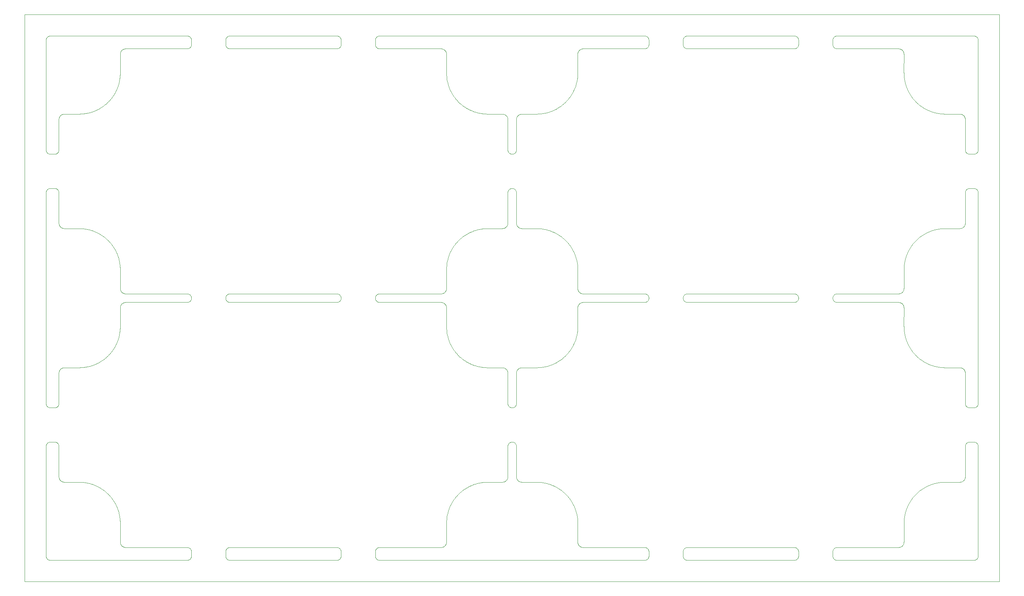
<source format=gbr>
%TF.GenerationSoftware,KiCad,Pcbnew,6.0.11-2627ca5db0~126~ubuntu20.04.1*%
%TF.CreationDate,2024-09-10T20:57:43-04:00*%
%TF.ProjectId,panel,70616e65-6c2e-46b6-9963-61645f706362,rev?*%
%TF.SameCoordinates,Original*%
%TF.FileFunction,Profile,NP*%
%FSLAX46Y46*%
G04 Gerber Fmt 4.6, Leading zero omitted, Abs format (unit mm)*
G04 Created by KiCad (PCBNEW 6.0.11-2627ca5db0~126~ubuntu20.04.1) date 2024-09-10 20:57:43*
%MOMM*%
%LPD*%
G01*
G04 APERTURE LIST*
%TA.AperFunction,Profile*%
%ADD10C,0.100000*%
%TD*%
G04 APERTURE END LIST*
D10*
X188989362Y-5443985D02*
X189017595Y-5403896D01*
X154149400Y-7707399D02*
X154115590Y-7671887D01*
X205067245Y-64909128D02*
X205094828Y-64881545D01*
X38822070Y-66782188D02*
X38795837Y-66823614D01*
X205267504Y-64658467D02*
X205287293Y-64624850D01*
X5004810Y-126634119D02*
X5001203Y-126585218D01*
X73172137Y-5029939D02*
X73219394Y-5043016D01*
X82024314Y-5571872D02*
X82046360Y-5528074D01*
X38888155Y-7383300D02*
X38868285Y-7428127D01*
X112897410Y-91000319D02*
X112893803Y-90951418D01*
X205409272Y-68207091D02*
X205398541Y-68169588D01*
X130164116Y-65223579D02*
X130188587Y-65229915D01*
X46965403Y-66217581D02*
X46969010Y-66168680D01*
X111928588Y-82563678D02*
X111890589Y-82554860D01*
X114136337Y-99931339D02*
X114183594Y-99944416D01*
X100585007Y-112980587D02*
X100860326Y-112642935D01*
X73442988Y-65409729D02*
X73484414Y-65435962D01*
X47106329Y-66782188D02*
X47082160Y-66739525D01*
X20307715Y-53712968D02*
X20338713Y-53753013D01*
X38111783Y-65278412D02*
X38160095Y-65286795D01*
X113991519Y-40638610D02*
X114040183Y-40644612D01*
X9065217Y-23275280D02*
X9026820Y-23282162D01*
X38063119Y-124540010D02*
X38111783Y-124546012D01*
X113509299Y-99977444D02*
X113555047Y-99959797D01*
X5142129Y-127049788D02*
X5117960Y-127007125D01*
X145452903Y-5196595D02*
X145491558Y-5226762D01*
X5756262Y-32603860D02*
X5709005Y-32590783D01*
X153932844Y-7383300D02*
X153915197Y-7337552D01*
X219722859Y-83403821D02*
X219710242Y-83366909D01*
X129539453Y-67700975D02*
X129522987Y-67720155D01*
X8013044Y-24348653D02*
X8008116Y-24387349D01*
X130378748Y-124529645D02*
X130417643Y-124532608D01*
X129410408Y-123926088D02*
X129423779Y-123947540D01*
X21273342Y-18040297D02*
X21058530Y-18435934D01*
X8642771Y-109110906D02*
X8664872Y-109123173D01*
X5328112Y-40892590D02*
X5365241Y-40860562D01*
X115345175Y-49710928D02*
X115375407Y-49735579D01*
X220189096Y-32437204D02*
X220150441Y-32407037D01*
X205464978Y-118414848D02*
X205467543Y-118364273D01*
X38868285Y-66695727D02*
X38846239Y-66739525D01*
X205429537Y-123508379D02*
X205436419Y-123469982D01*
X189047762Y-66902358D02*
X189017595Y-66863703D01*
X82096762Y-124979185D02*
X82124995Y-124939096D01*
X22590216Y-8502836D02*
X22567128Y-8534278D01*
X204234960Y-8001309D02*
X204189631Y-8000160D01*
X154519247Y-127476802D02*
X154473499Y-127459155D01*
X73917587Y-125387616D02*
X73923589Y-125436280D01*
X189149112Y-65526390D02*
X189186241Y-65494362D01*
X104802230Y-22651493D02*
X104397638Y-22489879D01*
X188822203Y-7050018D02*
X188821000Y-7000987D01*
X112848579Y-108337383D02*
X112854915Y-108312912D01*
X7904085Y-100473272D02*
X7923955Y-100518099D01*
X129657975Y-64952746D02*
X129677155Y-64969212D01*
X219815139Y-41390062D02*
X219828216Y-41342805D01*
X47160795Y-65671496D02*
X47190962Y-65632841D01*
X46965403Y-126585218D02*
X46964200Y-126536187D01*
X205287306Y-123892428D02*
X205299573Y-123870327D01*
X107648068Y-82511756D02*
X107213650Y-82478674D01*
X145452903Y-67071004D02*
X145412814Y-67099237D01*
X22320351Y-118414847D02*
X22331709Y-118863038D01*
X47449611Y-5142129D02*
X47492274Y-5117960D01*
X23525043Y-8002591D02*
X23486148Y-8005554D01*
X145714670Y-66782188D02*
X145688437Y-66823614D01*
X5443985Y-5168362D02*
X5485411Y-5142129D01*
X204388082Y-65250719D02*
X204426479Y-65243837D01*
X99553380Y-114625994D02*
X99755094Y-114239833D01*
X112014778Y-109214559D02*
X112051690Y-109201942D01*
X102264387Y-52033607D02*
X102304432Y-52002610D01*
X98462475Y-123754267D02*
X98476945Y-123718042D01*
X129459713Y-67801898D02*
X129445273Y-67822646D01*
X144906818Y-67266396D02*
X144857787Y-67267600D01*
X12720113Y-23258400D02*
X9276333Y-23258400D01*
X5258790Y-100229512D02*
X5292600Y-100194000D01*
X180158552Y-5058397D02*
X180204300Y-5076044D01*
X221932783Y-40644612D02*
X221981095Y-40652995D01*
X82293641Y-124761962D02*
X82332296Y-124731795D01*
X16495033Y-50777784D02*
X16541569Y-50797754D01*
X188840195Y-125339304D02*
X188850939Y-125291462D01*
X180801804Y-66463495D02*
X180791060Y-66511337D01*
X8358453Y-82912072D02*
X8341037Y-82930393D01*
X115557472Y-82679726D02*
X115535371Y-82691993D01*
X219843597Y-41296247D02*
X219861244Y-41250499D01*
X145491558Y-5226762D02*
X145528687Y-5258790D01*
X112506545Y-108918428D02*
X112534128Y-108890845D01*
X205000744Y-64969212D02*
X205019924Y-64952746D01*
X129268627Y-123595708D02*
X129279358Y-123633211D01*
X219828216Y-31924794D02*
X219815139Y-31877537D01*
X207446531Y-19514628D02*
X207188664Y-19163461D01*
X112892600Y-41632812D02*
X112893803Y-41583781D01*
X5019195Y-91097295D02*
X5010812Y-91048983D01*
X205429533Y-9026795D02*
X205424444Y-9002035D01*
X12745862Y-109277190D02*
X13194052Y-109288548D01*
X126741117Y-79368987D02*
X126431226Y-79695546D01*
X127661243Y-78176590D02*
X127406253Y-78547606D01*
X73923589Y-66366519D02*
X73917587Y-66415183D01*
X145004383Y-5010812D02*
X145052695Y-5019195D01*
X73927196Y-125485181D02*
X73928400Y-125534212D01*
X115480237Y-23457593D02*
X115447667Y-23479059D01*
X112389783Y-109018668D02*
X112409772Y-109003195D01*
X38767604Y-7596103D02*
X38737437Y-7634758D01*
X188821000Y-126536187D02*
X188821000Y-125534212D01*
X189186241Y-127308437D02*
X189149112Y-127276409D01*
X219063012Y-49884790D02*
X219085706Y-49873657D01*
X82732504Y-67248404D02*
X82684662Y-67237660D01*
X98325571Y-67801878D02*
X98302483Y-67770436D01*
X114816555Y-100518099D02*
X114834202Y-100563847D01*
X180492887Y-124793990D02*
X180528399Y-124827800D01*
X98077892Y-64993879D02*
X98108124Y-64969228D01*
X98374904Y-64658467D02*
X98394693Y-64624850D01*
X23550314Y-67268910D02*
X23525069Y-67270190D01*
X129101687Y-74454428D02*
X129019647Y-74897082D01*
X180744955Y-126918500D02*
X180725085Y-126963327D01*
X116021574Y-109268786D02*
X116046722Y-109271343D01*
X129378326Y-64602727D02*
X129390593Y-64624828D01*
X154149400Y-127242599D02*
X154115590Y-127207087D01*
X220401899Y-99977444D02*
X220447647Y-99959797D01*
X219927329Y-100386811D02*
X219953562Y-100345385D01*
X19327682Y-111901557D02*
X19364386Y-111936446D01*
X220270611Y-100043529D02*
X220313274Y-100019360D01*
X112830259Y-24136221D02*
X112817642Y-24099309D01*
X189577262Y-127505260D02*
X189530005Y-127492183D01*
X15674315Y-82063619D02*
X15242662Y-82191482D01*
X115770445Y-49946967D02*
X115794564Y-49954534D01*
X112887045Y-108122751D02*
X112890008Y-108083856D01*
X219701454Y-49192118D02*
X219710234Y-49168414D01*
X46983395Y-125339304D02*
X46994139Y-125291462D01*
X130126564Y-8054765D02*
X130102445Y-8062332D01*
X189820012Y-127535200D02*
X189770981Y-127533996D01*
X219861244Y-91284700D02*
X219843597Y-91238952D01*
X98668091Y-74355514D02*
X98613048Y-73923329D01*
X219332624Y-82824371D02*
X219302392Y-82799720D01*
X22406957Y-8840909D02*
X22394340Y-8877821D01*
X153915197Y-126872752D02*
X153899816Y-126826194D01*
X82046360Y-5528074D02*
X82070529Y-5485411D01*
X7707399Y-40926400D02*
X7741209Y-40961912D01*
X218631051Y-23263954D02*
X218592156Y-23260991D01*
X47914181Y-124536403D02*
X47963212Y-124535200D01*
X98547655Y-123444946D02*
X98552583Y-123406250D01*
X126028782Y-20809854D02*
X125686454Y-21102232D01*
X220357072Y-32537885D02*
X220313274Y-32515839D01*
X220229185Y-100069762D02*
X220270611Y-100043529D01*
X115190987Y-49556744D02*
X115207453Y-49575924D01*
X97719814Y-124460234D02*
X97743518Y-124451454D01*
X38347500Y-124611244D02*
X38392327Y-124631114D01*
X145826860Y-126778937D02*
X145813783Y-126826194D01*
X180417103Y-7803404D02*
X180377014Y-7831637D01*
X7956983Y-100610405D02*
X7970060Y-100657662D01*
X82024314Y-7428127D02*
X82004444Y-7383300D01*
X22552673Y-64712553D02*
X22567113Y-64733301D01*
X128456115Y-115113866D02*
X128617727Y-115518454D01*
X180492887Y-65526390D02*
X180528399Y-65560200D01*
X221786187Y-99901400D02*
X221835218Y-99902603D01*
X219526983Y-108774063D02*
X219550071Y-108742621D01*
X129224629Y-59620765D02*
X129224600Y-63991264D01*
X73810439Y-127007125D02*
X73786270Y-127049788D01*
X47449611Y-127393070D02*
X47408185Y-127366837D01*
X22646853Y-8433375D02*
X22630387Y-8452555D01*
X22784575Y-124236828D02*
X22814807Y-124261479D01*
X114448614Y-32465437D02*
X114407188Y-32491670D01*
X180064737Y-127505260D02*
X180016895Y-127516004D01*
X7596103Y-91704804D02*
X7556014Y-91733037D01*
X222168500Y-127459155D02*
X222122752Y-127476802D01*
X5571872Y-5095914D02*
X5616699Y-5076044D01*
X8000000Y-108000578D02*
X8000160Y-108013219D01*
X211243741Y-110065382D02*
X211290278Y-110045412D01*
X7956983Y-91192394D02*
X7941602Y-91238952D01*
X180652637Y-66823614D02*
X180624404Y-66863703D01*
X98555145Y-64113451D02*
X98558108Y-64074556D01*
X115480259Y-49810120D02*
X115501711Y-49823491D01*
X189770981Y-124536403D02*
X189820012Y-124535200D01*
X153998929Y-66782188D02*
X153974760Y-66739525D01*
X8534278Y-82761128D02*
X8502836Y-82784216D01*
X212670783Y-82225300D02*
X212621760Y-82212607D01*
X145630037Y-66902358D02*
X145598009Y-66939487D01*
X204844188Y-124349391D02*
X204865640Y-124336020D01*
X98552583Y-9128949D02*
X98547655Y-9090253D01*
X153886739Y-7243737D02*
X153875995Y-7195895D01*
X113555047Y-99959797D02*
X113601605Y-99944416D01*
X222643070Y-41119211D02*
X222667239Y-41161874D01*
X82413811Y-67125470D02*
X82372385Y-67099237D01*
X9026795Y-23282166D02*
X9002035Y-23287255D01*
X23089679Y-124426997D02*
X23112909Y-124436966D01*
X82124995Y-66863703D02*
X82096762Y-66823614D01*
X103103854Y-21818400D02*
X103060879Y-21791613D01*
X5029939Y-41390062D02*
X5043016Y-41342805D01*
X112488206Y-49668262D02*
X112506527Y-49650846D01*
X21339346Y-114625981D02*
X21361647Y-114671446D01*
X98026401Y-8235113D02*
X98005653Y-8220673D01*
X129565620Y-67672012D02*
X129539469Y-67700956D01*
X113296496Y-100097995D02*
X113336585Y-100069762D01*
X180810187Y-66120016D02*
X180816189Y-66168680D01*
X154757880Y-127530389D02*
X154709216Y-127524387D01*
X180821000Y-126536187D02*
X180819796Y-126585218D01*
X113185200Y-91608799D02*
X113151390Y-91573287D01*
X22276033Y-14688803D02*
X22217272Y-15135144D01*
X145660204Y-5403896D02*
X145688437Y-5443985D01*
X112808845Y-83343157D02*
X112794375Y-83306932D01*
X98558108Y-68460643D02*
X98555145Y-68421748D01*
X115919395Y-23282166D02*
X115894635Y-23287255D01*
X16148450Y-22629570D02*
X15724081Y-22779849D01*
X222755260Y-126778937D02*
X222742183Y-126826194D01*
X205429533Y-68294395D02*
X205424444Y-68269635D01*
X114230152Y-99959797D02*
X114275900Y-99977444D01*
X129248362Y-9026820D02*
X129241480Y-9065217D01*
X129498320Y-64784792D02*
X129522971Y-64815024D01*
X7337552Y-99959797D02*
X7383300Y-99977444D01*
X114448614Y-100069762D02*
X114488703Y-100097995D01*
X180249127Y-5095914D02*
X180292925Y-5117960D01*
X128890131Y-75436564D02*
X128762271Y-75868218D01*
X130005509Y-67365833D02*
X129982279Y-67375802D01*
X188938960Y-127007125D02*
X188916914Y-126963327D01*
X20338713Y-53753013D02*
X20596577Y-54104178D01*
X82332296Y-124731795D02*
X82372385Y-124703562D01*
X38767604Y-127131303D02*
X38737437Y-127169958D01*
X97861229Y-65131946D02*
X97895804Y-65113885D01*
X145660204Y-65671496D02*
X145688437Y-65711585D01*
X98861395Y-116494409D02*
X98874089Y-116445385D01*
X114599999Y-100194000D02*
X114633809Y-100229512D01*
X145660204Y-124939096D02*
X145688437Y-124979185D01*
X125645788Y-80402763D02*
X125288627Y-80676824D01*
X21742715Y-56298342D02*
X21883628Y-56710597D01*
X129360242Y-8699493D02*
X129349109Y-8722187D01*
X97658711Y-8054758D02*
X97621208Y-8044027D01*
X47408185Y-5168362D02*
X47449611Y-5142129D01*
X112808854Y-49192118D02*
X112817634Y-49168414D01*
X219796012Y-31781383D02*
X219790010Y-31732719D01*
X222709155Y-5616699D02*
X222726802Y-5662447D01*
X129174103Y-14636762D02*
X129168633Y-14688803D01*
X219526983Y-49506463D02*
X219550071Y-49475021D01*
X97297019Y-8000160D02*
X97284378Y-8000000D01*
X14690102Y-50211483D02*
X15114498Y-50309966D01*
X9065217Y-82542880D02*
X9026820Y-82549762D01*
X112890009Y-48816230D02*
X112891289Y-48790985D01*
X130488280Y-65267439D02*
X130500921Y-65267599D01*
X188821000Y-66266612D02*
X188822203Y-66217581D01*
X218883211Y-82580758D02*
X218845708Y-82570027D01*
X154855812Y-8000000D02*
X154806781Y-7998796D01*
X113793680Y-40638610D02*
X113842581Y-40635003D01*
X126220282Y-52633957D02*
X126256986Y-52668846D01*
X98505934Y-68169564D02*
X98498367Y-68145445D01*
X180016895Y-65286795D02*
X180064737Y-65297539D01*
X218821188Y-23296078D02*
X218783189Y-23287260D01*
X153974760Y-125063274D02*
X153998929Y-125020611D01*
X112577730Y-23691756D02*
X112551579Y-23662812D01*
X219004267Y-23356624D02*
X218968042Y-23342154D01*
X112868837Y-108250079D02*
X112875719Y-108211682D01*
X222257125Y-100019360D02*
X222299788Y-100043529D01*
X220447647Y-99959797D02*
X220494205Y-99944416D01*
X98560700Y-118888362D02*
X98561020Y-118863042D01*
X38063119Y-7995189D02*
X38014218Y-7998796D01*
X153856800Y-126536187D02*
X153856800Y-125534212D01*
X12272Y-132535200D02*
X227772927Y-132535200D01*
X73927196Y-7050018D02*
X73923589Y-7098919D01*
X129332802Y-68025279D02*
X129322833Y-68048509D01*
X98607925Y-14605349D02*
X98574843Y-14170931D01*
X112134920Y-82634202D02*
X112111690Y-82624233D01*
X98005632Y-8220659D02*
X97973062Y-8199193D01*
X126431226Y-79695546D02*
X126394225Y-79732547D01*
X22340116Y-64138650D02*
X22345044Y-64177346D01*
X145714670Y-7514588D02*
X145688437Y-7556014D01*
X128189698Y-17993673D02*
X128165942Y-18040297D01*
X112837841Y-108374911D02*
X112848572Y-108337408D01*
X82187190Y-7671887D02*
X82155162Y-7634758D01*
X145491558Y-67040837D02*
X145452903Y-67071004D01*
X97621183Y-8044020D02*
X97596712Y-8037684D01*
X8185795Y-83135132D02*
X8166006Y-83168749D01*
X205505648Y-14655729D02*
X205500525Y-14605349D01*
X98374891Y-8609111D02*
X98361520Y-8587659D01*
X221835218Y-91900196D02*
X221786187Y-91901400D01*
X112594212Y-23710955D02*
X112577746Y-23691775D01*
X208077979Y-112281238D02*
X208112868Y-112244534D01*
X22332160Y-123271533D02*
X22333309Y-123316860D01*
X206672183Y-77607292D02*
X206647607Y-77563015D01*
X220637616Y-91890587D02*
X220589304Y-91882204D01*
X154565805Y-7956983D02*
X154519247Y-7941602D01*
X219676987Y-83283656D02*
X219660700Y-83248210D01*
X218521519Y-82526160D02*
X218508878Y-82526000D01*
X219785039Y-24522068D02*
X219783890Y-24476739D01*
X129172181Y-58611877D02*
X129177304Y-58662257D01*
X82456474Y-5117960D02*
X82500272Y-5095914D01*
X106681029Y-82410840D02*
X106252186Y-82333978D01*
X218944314Y-109201934D02*
X218968018Y-109193154D01*
X23031470Y-67403253D02*
X22996895Y-67421314D01*
X97297031Y-124535039D02*
X97342360Y-124533890D01*
X21490909Y-76854935D02*
X21297098Y-77261273D01*
X154565805Y-124578216D02*
X154613062Y-124565139D01*
X38520214Y-124703562D02*
X38560303Y-124731795D01*
X130041781Y-124451454D02*
X130065485Y-124460234D01*
X47040244Y-125151899D02*
X47060114Y-125107072D01*
X114954932Y-83403845D02*
X114947365Y-83427964D01*
X188879397Y-65930047D02*
X188897044Y-65884299D01*
X112193129Y-109141246D02*
X112227704Y-109123185D01*
X115233620Y-82930412D02*
X115207469Y-82959356D01*
X5058397Y-126872752D02*
X5043016Y-126826194D01*
X16541569Y-110065354D02*
X16937453Y-110247252D01*
X270Y-1245D02*
X0Y-12247D01*
X145100537Y-67237660D02*
X145052695Y-67248404D01*
X204950463Y-67525816D02*
X204919021Y-67502728D01*
X205287293Y-67910349D02*
X205267504Y-67876732D01*
X98462475Y-64486667D02*
X98476945Y-64450442D01*
X188850939Y-5756262D02*
X188864016Y-5709005D01*
X100893236Y-79198353D02*
X100860250Y-79159929D01*
X23486122Y-67273156D02*
X23460974Y-67275713D01*
X113942618Y-91900196D02*
X113893587Y-91901400D01*
X5226762Y-5365241D02*
X5258790Y-5328112D01*
X129677155Y-67565987D02*
X129657975Y-67582453D01*
X82590847Y-5058397D02*
X82637405Y-5043016D01*
X204176978Y-124535199D02*
X204189619Y-124535039D01*
X114990824Y-83306932D02*
X114976354Y-83343157D01*
X129522971Y-8452575D02*
X129498320Y-8482807D01*
X82829480Y-127530389D02*
X82780816Y-127524387D01*
X188938960Y-7471925D02*
X188916914Y-7428127D01*
X129445273Y-64712553D02*
X129459713Y-64733301D01*
X189392872Y-7904085D02*
X189349074Y-7882039D01*
X22456499Y-67989810D02*
X22440212Y-68025256D01*
X189483447Y-65325997D02*
X189530005Y-65310616D01*
X115000812Y-49251643D02*
X115017099Y-49287089D01*
X219782609Y-48816230D02*
X219783889Y-48790985D01*
X104397678Y-110045412D02*
X104802265Y-109883800D01*
X8044020Y-24197916D02*
X8037684Y-24222387D01*
X111628919Y-82526160D02*
X111616278Y-82526000D01*
X98560699Y-9276326D02*
X98560539Y-9263675D01*
X101565038Y-111901579D02*
X101888311Y-111609512D01*
X154115590Y-124863312D02*
X154149400Y-124827800D01*
X129109471Y-117397239D02*
X129117139Y-117447295D01*
X125129721Y-111012322D02*
X125480886Y-111270186D01*
X219599391Y-23867511D02*
X219586020Y-23846059D01*
X219332644Y-49710912D02*
X219351824Y-49694446D01*
X215064762Y-82526000D02*
X215039442Y-82525679D01*
X22567113Y-8534298D02*
X22552673Y-8555046D01*
X98462466Y-8780909D02*
X98452497Y-8757679D01*
X180801804Y-7195895D02*
X180791060Y-7243737D01*
X145412814Y-67099237D02*
X145371388Y-67125470D01*
X46969010Y-7098919D02*
X46965403Y-7050018D01*
X98668190Y-58179700D02*
X98675858Y-58129644D01*
X8404412Y-49668279D02*
X8433356Y-49694430D01*
X99009004Y-16557023D02*
X98993845Y-16508705D01*
X73265952Y-124593597D02*
X73311700Y-124611244D01*
X205048887Y-8341020D02*
X205019943Y-8314869D01*
X23112909Y-8098233D02*
X23089679Y-8108202D01*
X97895827Y-65113873D02*
X97917928Y-65101606D01*
X144906818Y-127533996D02*
X144857787Y-127535200D01*
X154083562Y-127169958D02*
X154053395Y-127131303D01*
X180377014Y-5168362D02*
X180417103Y-5196595D01*
X73524503Y-67071004D02*
X73484414Y-67099237D01*
X154519247Y-67209202D02*
X154473499Y-67191555D01*
X114892600Y-41632812D02*
X114892600Y-48732966D01*
X188825810Y-7098919D02*
X188822203Y-7050018D01*
X219486812Y-23710955D02*
X219470346Y-23691775D01*
X7989187Y-41486216D02*
X7995189Y-41534880D01*
X145660204Y-66863703D02*
X145630037Y-66902358D01*
X180417103Y-124731795D02*
X180455758Y-124761962D01*
X204299177Y-65262043D02*
X204324325Y-65259486D01*
X222726802Y-100563847D02*
X222742183Y-100610405D01*
X129224760Y-9263679D02*
X129224600Y-9276322D01*
X23233964Y-67322365D02*
X23209845Y-67329932D01*
X38478788Y-5142129D02*
X38520214Y-5168362D01*
X219599404Y-108667767D02*
X219619193Y-108634150D01*
X46969010Y-5901080D02*
X46975012Y-5852416D01*
X145528687Y-124793990D02*
X145564199Y-124827800D01*
X188825810Y-66366519D02*
X188822203Y-66317618D01*
X222780389Y-100802480D02*
X222783996Y-100851381D01*
X205328790Y-8722187D02*
X205317657Y-8699493D01*
X129322824Y-8780932D02*
X129308354Y-8817157D01*
X104351141Y-50797782D02*
X104397678Y-50777812D01*
X116168921Y-82526000D02*
X116156280Y-82526160D01*
X5949981Y-32632596D02*
X5901080Y-32628989D01*
X111738477Y-109271343D02*
X111763625Y-109268786D01*
X22394332Y-8877845D02*
X22386765Y-8901964D01*
X130188611Y-124497521D02*
X130226610Y-124506339D01*
X145240100Y-65343644D02*
X145284927Y-65363514D01*
X204612414Y-65192634D02*
X204636118Y-65183854D01*
X8016876Y-24323642D02*
X8013048Y-24348628D01*
X18965983Y-111576503D02*
X19004407Y-111609489D01*
X23334010Y-67296460D02*
X23296011Y-67305278D01*
X98498367Y-64389754D02*
X98505934Y-64365635D01*
X23233988Y-124480441D02*
X23271491Y-124491172D01*
X8298371Y-23710975D02*
X8273720Y-23741207D01*
X219747515Y-83489987D02*
X219741179Y-83465516D01*
X112337532Y-23479059D02*
X112304962Y-23457593D01*
X100860250Y-79159929D02*
X100584928Y-78822273D01*
X73909204Y-125339304D02*
X73917587Y-125387616D01*
X98202246Y-124149127D02*
X98219662Y-124130806D01*
X222755260Y-5756262D02*
X222766004Y-5804104D01*
X219230153Y-109056226D02*
X219250901Y-109041786D01*
X180594237Y-7634758D02*
X180562209Y-7671887D01*
X219660700Y-108554689D02*
X219676987Y-108519243D01*
X112634368Y-83028816D02*
X112618895Y-83008827D01*
X154300785Y-127366837D02*
X154260696Y-127338604D01*
X145598009Y-124863312D02*
X145630037Y-124900441D01*
X73928400Y-66268587D02*
X73927196Y-66317618D01*
X112488187Y-82867020D02*
X112459243Y-82840869D01*
X222709155Y-32017100D02*
X222689285Y-32061927D01*
X113793680Y-99906210D02*
X113842581Y-99902603D01*
X22784555Y-67565987D02*
X22765375Y-67582453D01*
X214055870Y-82473551D02*
X213623685Y-82418508D01*
X82155162Y-7634758D02*
X82124995Y-7596103D01*
X130353549Y-67275716D02*
X130314853Y-67280644D01*
X114088495Y-99920595D02*
X114136337Y-99931339D01*
X112671940Y-49454232D02*
X112693406Y-49421662D01*
X73484414Y-65435962D02*
X73524503Y-65464195D01*
X73311700Y-127459155D02*
X73265952Y-127476802D01*
X180801804Y-66071704D02*
X180810187Y-66120016D01*
X130164116Y-124491179D02*
X130188587Y-124497515D01*
X218694946Y-82539044D02*
X218656250Y-82534116D01*
X108146842Y-23258079D02*
X107698643Y-23246721D01*
X154473499Y-5076044D02*
X154519247Y-5058397D01*
X99553380Y-55358394D02*
X99755094Y-54972233D01*
X222122752Y-127476802D02*
X222076194Y-127492183D01*
X219953562Y-32189814D02*
X219927329Y-32148388D01*
X22127047Y-15629482D02*
X22116168Y-15680666D01*
X219631485Y-49344404D02*
X219649546Y-49309829D01*
X145004383Y-127524387D02*
X144955719Y-127530389D01*
X222457087Y-5258790D02*
X222492599Y-5292600D01*
X145837604Y-66463495D02*
X145826860Y-66511337D01*
X180158552Y-65325997D02*
X180204300Y-65343644D01*
X204513808Y-124491172D02*
X204551311Y-124480441D01*
X205299573Y-67932472D02*
X205287306Y-67910371D01*
X22919637Y-67466793D02*
X22887067Y-67488259D01*
X219511479Y-83008807D02*
X219486828Y-82978575D01*
X47160795Y-66863703D02*
X47132562Y-66823614D01*
X38301752Y-7941602D02*
X38255194Y-7956983D01*
X8235128Y-108742621D02*
X8258216Y-108774063D01*
X220735181Y-40635003D02*
X220784212Y-40633800D01*
X219176088Y-109091091D02*
X219197540Y-109077720D01*
X22406965Y-64426714D02*
X22415745Y-64450418D01*
X111674285Y-109275589D02*
X111699530Y-109274309D01*
X22887067Y-124314540D02*
X22919637Y-124336006D01*
X219747521Y-49045288D02*
X219756339Y-49007289D01*
X219004290Y-49911066D02*
X219027520Y-49901097D01*
X130226610Y-8028860D02*
X130188611Y-8037678D01*
X180816189Y-7098919D02*
X180810187Y-7147583D01*
X180562209Y-127207087D02*
X180528399Y-127242599D01*
X23595680Y-65267439D02*
X23608321Y-65267599D01*
X9002010Y-82554860D02*
X8964011Y-82563678D01*
X212202894Y-82092754D02*
X212154576Y-82077595D01*
X7337552Y-40692197D02*
X7383300Y-40709844D01*
X220401899Y-32557755D02*
X220357072Y-32537885D01*
X115046314Y-83190895D02*
X115028253Y-83225470D01*
X97973040Y-67466779D02*
X97951588Y-67453408D01*
X112706791Y-83135111D02*
X112693420Y-83113659D01*
X20596577Y-54104178D02*
X20625506Y-54145741D01*
X129237644Y-9090253D02*
X129232716Y-9128949D01*
X124724383Y-110743645D02*
X125088158Y-110983393D01*
X112693420Y-49421640D02*
X112706791Y-49400188D01*
X114895190Y-24451469D02*
X114893910Y-24476714D01*
X47368096Y-67071004D02*
X47329441Y-67040837D01*
X8386054Y-23616871D02*
X8358471Y-23644454D01*
X114947365Y-49107335D02*
X114954932Y-49131454D01*
X180292925Y-5117960D02*
X180335588Y-5142129D01*
X219230153Y-49788626D02*
X219250901Y-49774186D01*
X180016895Y-67248404D02*
X179968583Y-67256787D01*
X115017109Y-49287112D02*
X115028242Y-49309806D01*
X21563515Y-115113866D02*
X21725127Y-115518454D01*
X222742183Y-41342805D02*
X222755260Y-41390062D01*
X124681408Y-51449259D02*
X124724383Y-51476045D01*
X8555067Y-109056240D02*
X8587637Y-109077706D01*
X104802230Y-81919093D02*
X104397638Y-81757479D01*
X82413811Y-127393070D02*
X82372385Y-127366837D01*
X23209821Y-8062340D02*
X23172909Y-8074957D01*
X208112868Y-112244534D02*
X208420934Y-111936468D01*
X205655513Y-57651203D02*
X205753995Y-57226809D01*
X5901080Y-32628989D02*
X5852416Y-32622987D01*
X112440044Y-49710912D02*
X112459224Y-49694446D01*
X130041757Y-8083754D02*
X130005532Y-8098224D01*
X130314853Y-65254555D02*
X130353549Y-65259483D01*
X112884483Y-83654949D02*
X112879555Y-83616253D01*
X8199193Y-108689262D02*
X8220659Y-108721832D01*
X145845987Y-66415183D02*
X145837604Y-66463495D01*
X129232713Y-68396574D02*
X129230156Y-68421722D01*
X82256512Y-124793990D02*
X82293641Y-124761962D01*
X112227704Y-23412114D02*
X112193129Y-23394053D01*
X214591243Y-23246721D02*
X214540668Y-23244156D01*
X115832091Y-23302427D02*
X115794588Y-23313158D01*
X114909476Y-24323642D02*
X114905648Y-24348628D01*
X206042612Y-56298353D02*
X206060200Y-56250865D01*
X127406253Y-78547606D02*
X127375496Y-78589941D01*
X218845708Y-109232872D02*
X218883211Y-109222141D01*
X112879555Y-48919046D02*
X112884483Y-48880350D01*
X129445273Y-123980153D02*
X129459713Y-124000901D01*
X22334591Y-123342156D02*
X22337554Y-123381051D01*
X17067365Y-81491036D02*
X16661029Y-81684851D01*
X38392327Y-65363514D02*
X38436125Y-65385560D01*
X7634758Y-91674637D02*
X7596103Y-91704804D01*
X112193106Y-82661642D02*
X112170412Y-82650509D01*
X46983395Y-66071704D02*
X46994139Y-66023862D01*
X105729160Y-22945007D02*
X105310294Y-22825154D01*
X81933210Y-66168680D02*
X81939212Y-66120016D01*
X180562209Y-124863312D02*
X180594237Y-124900441D01*
X38921183Y-125244205D02*
X38934260Y-125291462D01*
X206445890Y-77176849D02*
X206423589Y-77131384D01*
X113464472Y-99997314D02*
X113509299Y-99977444D01*
X204388057Y-8016876D02*
X204363071Y-8013048D01*
X222785200Y-126536187D02*
X222783996Y-126585218D01*
X188864016Y-66558594D02*
X188850939Y-66511337D01*
X19004407Y-52341889D02*
X19327682Y-52633957D01*
X98361506Y-8587637D02*
X98340040Y-8555067D01*
X205453620Y-59595442D02*
X205464978Y-59147248D01*
X112892599Y-24534721D02*
X112892439Y-24522080D01*
X47408185Y-127366837D02*
X47368096Y-127338604D01*
X47914181Y-67266396D02*
X47865280Y-67262789D01*
X130005532Y-65169375D02*
X130041757Y-65183845D01*
X73870002Y-5662447D02*
X73885383Y-5709005D01*
X125897007Y-52341889D02*
X126220282Y-52633957D01*
X73701637Y-5365241D02*
X73731804Y-5403896D01*
X38671599Y-7707399D02*
X38636087Y-7741209D01*
X154473499Y-127459155D02*
X154428672Y-127439285D01*
X205179579Y-67750407D02*
X205154928Y-67720175D01*
X47292312Y-67008809D02*
X47256800Y-66974999D01*
X9002010Y-23287260D02*
X8964011Y-23296078D01*
X97719790Y-67342557D02*
X97682878Y-67329940D01*
X219302372Y-23532104D02*
X219282383Y-23516631D01*
X5804104Y-40652995D02*
X5852416Y-40644612D01*
X8135642Y-83225493D02*
X8124509Y-83248187D01*
X205218171Y-8534278D02*
X205195083Y-8502836D01*
X129262284Y-123571212D02*
X129268620Y-123595683D01*
X115251071Y-108890845D02*
X115278654Y-108918428D01*
X220113312Y-91642609D02*
X220077800Y-91608799D01*
X180678870Y-127049788D02*
X180652637Y-127091214D01*
X129227191Y-64074556D02*
X129230154Y-64113451D01*
X73917587Y-126682783D02*
X73909204Y-126731095D01*
X111802346Y-82539044D02*
X111763650Y-82534116D01*
X47060114Y-65839472D02*
X47082160Y-65795674D01*
X129101687Y-15186828D02*
X129019647Y-15629482D01*
X222558437Y-127169958D02*
X222526409Y-127207087D01*
X122135262Y-82191482D02*
X122084717Y-82205026D01*
X129378326Y-123870327D02*
X129390593Y-123892428D01*
X145780755Y-126918500D02*
X145760885Y-126963327D01*
X16541569Y-50797754D02*
X16937453Y-50979652D01*
X153875995Y-66071704D02*
X153886739Y-66023862D01*
X205453200Y-72914426D02*
X205453299Y-68543939D01*
X112738885Y-49344404D02*
X112756946Y-49309829D01*
X100027386Y-18758120D02*
X100000599Y-18715145D01*
X222419958Y-91674637D02*
X222381303Y-91704804D01*
X7980804Y-31829695D02*
X7970060Y-31877537D01*
X23486122Y-8005556D02*
X23460974Y-8008113D01*
X17509625Y-81252465D02*
X17113989Y-81467280D01*
X189264985Y-67099237D02*
X189224896Y-67071004D01*
X220229185Y-91733037D02*
X220189096Y-91704804D01*
X108146842Y-50009620D02*
X108172162Y-50009300D01*
X99553290Y-17909249D02*
X99530989Y-17863784D01*
X82155162Y-127169958D02*
X82124995Y-127131303D01*
X47720462Y-124565139D02*
X47768304Y-124554395D01*
X153952714Y-65839472D02*
X153974760Y-65795674D01*
X189392872Y-5095914D02*
X189437699Y-5076044D01*
X97431750Y-124527083D02*
X97470446Y-124522155D01*
X47256800Y-124827800D02*
X47292312Y-124793990D01*
X8699493Y-49873657D02*
X8722187Y-49884790D01*
X47256800Y-5292600D02*
X47292312Y-5258790D01*
X23550339Y-65266290D02*
X23595668Y-65267439D01*
X209953479Y-21791613D02*
X209589701Y-21551864D01*
X145714670Y-125020611D02*
X145738839Y-125063274D01*
X73400325Y-65385560D02*
X73442988Y-65409729D01*
X22485726Y-123870327D02*
X22497993Y-123892428D01*
X22360855Y-9002035D02*
X22355766Y-9026795D01*
X8074965Y-49168414D02*
X8083745Y-49192118D01*
X188989362Y-7556014D02*
X188963129Y-7514588D01*
X179968583Y-5010812D02*
X180016895Y-5019195D01*
X189722080Y-5004810D02*
X189770981Y-5001203D01*
X22281503Y-73904362D02*
X22276033Y-73956403D01*
X113034729Y-41119211D02*
X113060962Y-41077785D01*
X98560539Y-68531262D02*
X98559390Y-68485939D01*
X82878381Y-67266396D02*
X82829480Y-67262789D01*
X114921455Y-24260435D02*
X114916366Y-24285195D01*
X219486812Y-82978555D02*
X219470346Y-82959375D01*
X112440024Y-23556771D02*
X112409792Y-23532120D01*
X113089195Y-32229903D02*
X113060962Y-32189814D01*
X219861244Y-100518099D02*
X219881114Y-100473272D01*
X219599391Y-83135111D02*
X219586020Y-83113659D01*
X154115590Y-5328112D02*
X154149400Y-5292600D01*
X5852416Y-99912212D02*
X5901080Y-99906210D01*
X129224309Y-59595438D02*
X129224629Y-59620765D01*
X103955215Y-81555610D02*
X103909750Y-81533309D01*
X145240100Y-124611244D02*
X145284927Y-124631114D01*
X220401899Y-91825355D02*
X220357072Y-91805485D01*
X218566860Y-23259709D02*
X218521531Y-23258560D01*
X112911795Y-31829695D02*
X112903412Y-31781383D01*
X205345087Y-8757656D02*
X205328800Y-8722210D01*
X129583053Y-8386072D02*
X129565637Y-8404393D01*
X8037678Y-83490011D02*
X8028860Y-83528010D01*
X98485734Y-8840885D02*
X98476954Y-8817181D01*
X82878381Y-65268803D02*
X82927412Y-65267600D01*
X112988514Y-91329527D02*
X112968644Y-91284700D01*
X188916914Y-66695727D02*
X188897044Y-66650900D01*
X23149181Y-124451454D02*
X23172885Y-124460234D01*
X154149400Y-65560200D02*
X154184912Y-65526390D01*
X73669609Y-66939487D02*
X73635799Y-66974999D01*
X129286932Y-8877845D02*
X129279365Y-8901964D01*
X219785200Y-41632812D02*
X219786403Y-41583781D01*
X128189698Y-77261273D02*
X128165942Y-77307897D01*
X22333310Y-123316885D02*
X22334590Y-123342130D01*
X115395416Y-23516631D02*
X115375427Y-23532104D01*
X112950997Y-91238952D02*
X112935616Y-91192394D01*
X221932783Y-99912212D02*
X221981095Y-99920595D01*
X105262006Y-109725300D02*
X105310324Y-109710140D01*
X205901604Y-16557023D02*
X205886445Y-16508705D01*
X72978418Y-67266396D02*
X72929387Y-67267600D01*
X5756262Y-99931339D02*
X5804104Y-99920595D01*
X38822070Y-125020611D02*
X38846239Y-125063274D01*
X73265952Y-7941602D02*
X73219394Y-7956983D01*
X22331687Y-13672581D02*
X22319561Y-14135701D01*
X205886540Y-56758924D02*
X205901700Y-56710606D01*
X5117960Y-127007125D02*
X5095914Y-126963327D01*
X113991519Y-91896589D02*
X113942618Y-91900196D01*
X113991519Y-99906210D02*
X114040183Y-99912212D01*
X97297019Y-67267760D02*
X97284378Y-67267600D01*
X22332029Y-118888365D02*
X22332000Y-123258864D01*
X180725085Y-125107072D02*
X180744955Y-125151899D01*
X102697158Y-51715817D02*
X103060931Y-51476071D01*
X20175906Y-19720169D02*
X19883531Y-20062499D01*
X112227727Y-109123173D02*
X112249828Y-109110906D01*
X145371388Y-5142129D02*
X145412814Y-5168362D01*
X153858003Y-66317618D02*
X153856800Y-66268587D01*
X125686454Y-80369832D02*
X125645788Y-80402763D01*
X219444179Y-49604887D02*
X219470330Y-49575943D01*
X112051714Y-109201934D02*
X112075418Y-109193154D01*
X5443985Y-91733037D02*
X5403896Y-91704804D01*
X114892760Y-83789680D02*
X114892600Y-83802321D01*
X112134943Y-49901087D02*
X112170389Y-49884800D01*
X8098233Y-108495990D02*
X8108202Y-108519220D01*
X38905802Y-65930047D02*
X38921183Y-65976605D01*
X16613225Y-22438534D02*
X16197303Y-22610817D01*
X206060200Y-56250865D02*
X206221812Y-55846278D01*
X82684662Y-7970060D02*
X82637405Y-7956983D01*
X22334590Y-9193069D02*
X22333310Y-9218314D01*
X7741209Y-91573287D02*
X7707399Y-91608799D01*
X128383509Y-17587335D02*
X128189698Y-17993673D01*
X205154928Y-124082624D02*
X205179579Y-124052392D01*
X214540673Y-50023543D02*
X214591248Y-50020978D01*
X144857787Y-127535200D02*
X82927412Y-127535200D01*
X145630037Y-7634758D02*
X145598009Y-7671887D01*
X129299565Y-123694314D02*
X129308345Y-123718018D01*
X205390967Y-64389754D02*
X205398534Y-64365635D01*
X22467642Y-67967093D02*
X22456509Y-67989787D01*
X5443985Y-40802162D02*
X5485411Y-40775929D01*
X22941111Y-67453408D02*
X22919659Y-67466779D01*
X7147583Y-91890587D02*
X7098919Y-91896589D01*
X5571872Y-32537885D02*
X5528074Y-32515839D01*
X112551579Y-49604887D02*
X112577730Y-49575943D01*
X103060879Y-21791613D02*
X102697101Y-21551864D01*
X113060962Y-41077785D02*
X113089195Y-41037696D01*
X205450709Y-123342130D02*
X205451989Y-123316885D01*
X112854915Y-83489987D02*
X112848579Y-83465516D01*
X219062989Y-23382899D02*
X219027543Y-23366612D01*
X145598009Y-66939487D02*
X145564199Y-66974999D01*
X113010560Y-41161874D02*
X113034729Y-41119211D01*
X219399145Y-49650828D02*
X219426728Y-49623245D01*
X220686280Y-99906210D02*
X220735181Y-99902603D01*
X7995189Y-31732719D02*
X7989187Y-31781383D01*
X112506545Y-49650828D02*
X112534128Y-49623245D01*
X97284378Y-124535199D02*
X97297019Y-124535039D01*
X82004444Y-5616699D02*
X82024314Y-5571872D01*
X122616681Y-82047449D02*
X122566915Y-82063619D01*
X222755260Y-31877537D02*
X222742183Y-31924794D01*
X38301752Y-127476802D02*
X38255194Y-127492183D01*
X97284366Y-8000000D02*
X82927412Y-8000000D01*
X127784640Y-113820091D02*
X128005655Y-114195541D01*
X112738873Y-23923272D02*
X112726606Y-23901171D01*
X188825810Y-126634119D02*
X188822203Y-126585218D01*
X145826860Y-66023862D02*
X145837604Y-66071704D01*
X111616266Y-23258400D02*
X108172162Y-23258400D01*
X154757880Y-67262789D02*
X154709216Y-67256787D01*
X38560303Y-124731795D02*
X38598958Y-124761962D01*
X113089195Y-100305296D02*
X113119362Y-100266641D01*
X22765356Y-67582469D02*
X22736412Y-67608620D01*
X189047762Y-124900441D02*
X189079790Y-124863312D01*
X153998929Y-125020611D02*
X154025162Y-124979185D01*
X47626647Y-124593597D02*
X47673205Y-124578216D01*
X5196595Y-100305296D02*
X5226762Y-100266641D01*
X113119362Y-100266641D02*
X113151390Y-100229512D01*
X112897410Y-100802480D02*
X112903412Y-100753816D01*
X115650279Y-109168697D02*
X115673509Y-109178666D01*
X115207453Y-23691775D02*
X115190987Y-23710955D01*
X189820012Y-65267600D02*
X204176966Y-65267600D01*
X219772155Y-48919046D02*
X219777083Y-48880350D01*
X213623685Y-82418508D02*
X213573629Y-82410840D01*
X129498304Y-67750427D02*
X129482831Y-67770416D01*
X130442939Y-124533890D02*
X130488268Y-124535039D01*
X81947595Y-126731095D02*
X81939212Y-126682783D01*
X220589304Y-40652995D02*
X220637616Y-40644612D01*
X9276321Y-82526000D02*
X9263680Y-82526160D01*
X22497993Y-8642771D02*
X22485726Y-8664872D01*
X38962996Y-125485181D02*
X38964200Y-125534212D01*
X222381303Y-100097995D02*
X222419958Y-100128162D01*
X219619206Y-49366528D02*
X219631473Y-49344427D01*
X23460974Y-65259486D02*
X23486122Y-65262043D01*
X112837834Y-24160364D02*
X112830267Y-24136245D01*
X99531079Y-114671459D02*
X99553380Y-114625994D01*
X189437699Y-65343644D02*
X189483447Y-65325997D01*
X205409279Y-123595683D02*
X205415615Y-123571212D01*
X112911795Y-91097295D02*
X112903412Y-91048983D01*
X7970060Y-41390062D02*
X7980804Y-41437904D01*
X98547655Y-64177346D02*
X98552583Y-64138650D01*
X211694865Y-109883800D02*
X211742353Y-109866212D01*
X205467543Y-118364273D02*
X205500625Y-117929860D01*
X8083754Y-49192142D02*
X8098224Y-49228367D01*
X7923955Y-91284700D02*
X7904085Y-91329527D01*
X188963129Y-127049788D02*
X188938960Y-127007125D01*
X206893284Y-54552507D02*
X206920071Y-54509531D01*
X8013048Y-108186671D02*
X8016876Y-108211657D01*
X129349109Y-123813012D02*
X129360242Y-123835706D01*
X73400325Y-5117960D02*
X73442988Y-5142129D01*
X220113312Y-40892590D02*
X220150441Y-40860562D01*
X123830053Y-110247252D02*
X123875518Y-110269553D01*
X180725085Y-7428127D02*
X180703039Y-7471925D01*
X145147794Y-67224583D02*
X145100537Y-67237660D01*
X112808854Y-108459718D02*
X112817634Y-108436014D01*
X113220712Y-91642609D02*
X113185200Y-91608799D01*
X219756344Y-49007264D02*
X219761433Y-48982504D01*
X124305958Y-110495844D02*
X124681408Y-110716859D01*
X112794375Y-108495967D02*
X112808845Y-108459742D01*
X180703039Y-5528074D02*
X180725085Y-5571872D01*
X204363071Y-65254551D02*
X204388057Y-65250723D01*
X82780816Y-7989187D02*
X82732504Y-7980804D01*
X205390959Y-68145421D02*
X205378342Y-68108509D01*
X218631077Y-109271343D02*
X218656225Y-109268786D01*
X219881114Y-41205672D02*
X219903160Y-41161874D01*
X98302483Y-64764763D02*
X98325571Y-64733321D01*
X115673509Y-82624233D02*
X115650279Y-82634202D01*
X73635799Y-66974999D02*
X73600287Y-67008809D01*
X129498320Y-124052392D02*
X129522971Y-124082624D01*
X38063119Y-67262789D02*
X38014218Y-67266396D01*
X145688437Y-124979185D02*
X145714670Y-125020611D01*
X115919420Y-109253137D02*
X115957817Y-109260019D01*
X154565805Y-127492183D02*
X154519247Y-127476802D01*
X205451989Y-9218314D02*
X205450709Y-9193069D01*
X104351102Y-22469909D02*
X103955215Y-22288010D01*
X82732504Y-127516004D02*
X82684662Y-127505260D01*
X128617727Y-115518454D02*
X128635315Y-115565942D01*
X220077800Y-32341199D02*
X220043990Y-32305687D01*
X205299573Y-8664872D02*
X205287306Y-8642771D01*
X204898253Y-124314526D02*
X204919001Y-124300086D01*
X204844167Y-67453395D02*
X204810550Y-67433606D01*
X205450708Y-68460643D02*
X205447745Y-68421748D01*
X38301752Y-124593597D02*
X38347500Y-124611244D01*
X73810439Y-125063274D02*
X73832485Y-125107072D01*
X7980804Y-41437904D02*
X7989187Y-41486216D01*
X112892600Y-100900412D02*
X112893803Y-100851381D01*
X222526409Y-91573287D02*
X222492599Y-91608799D01*
X112249850Y-109110893D02*
X112283467Y-109091104D01*
X112784387Y-83283656D02*
X112768100Y-83248210D01*
X98675759Y-74405570D02*
X98668091Y-74355514D01*
X129727436Y-65009383D02*
X129758878Y-65032471D01*
X154660904Y-65286795D02*
X154709216Y-65278412D01*
X207752926Y-53375335D02*
X207785912Y-53336911D01*
X188963129Y-125020611D02*
X188989362Y-124979185D01*
X205398534Y-68169564D02*
X205390967Y-68145445D01*
X98174627Y-67626053D02*
X98156306Y-67608637D01*
X189392872Y-65363514D02*
X189437699Y-65343644D01*
X23089656Y-67375812D02*
X23054210Y-67392099D01*
X38962996Y-66317618D02*
X38959389Y-66366519D01*
X5117960Y-91373325D02*
X5095914Y-91329527D01*
X154025162Y-66823614D02*
X153998929Y-66782188D01*
X219768319Y-24323617D02*
X219761437Y-24285220D01*
X98675759Y-15137970D02*
X98668091Y-15087914D01*
X125480886Y-111270186D02*
X125520931Y-111301184D01*
X222780389Y-126634119D02*
X222774387Y-126682783D01*
X38846239Y-127007125D02*
X38822070Y-127049788D01*
X180703039Y-66739525D02*
X180678870Y-66782188D01*
X222780389Y-31732719D02*
X222774387Y-31781383D01*
X129410395Y-8609132D02*
X129390606Y-8642749D01*
X153867612Y-7147583D02*
X153861610Y-7098919D01*
X121646964Y-23042523D02*
X121595780Y-23053403D01*
X19707342Y-112281217D02*
X19999410Y-112604492D01*
X180819796Y-5949981D02*
X180821000Y-5999012D01*
X113296496Y-40830395D02*
X113336585Y-40802162D01*
X154709216Y-67256787D02*
X154660904Y-67248404D01*
X15192117Y-22937426D02*
X14754364Y-23042523D01*
X115982828Y-82539048D02*
X115957842Y-82542876D01*
X23149157Y-8083754D02*
X23112932Y-8098224D01*
X101220268Y-112244534D02*
X101528334Y-111936468D01*
X8341037Y-108872506D02*
X8358453Y-108890827D01*
X209548138Y-21522935D02*
X209196971Y-21265068D01*
X180624404Y-5403896D02*
X180652637Y-5443985D01*
X8587637Y-23457593D02*
X8555067Y-23479059D01*
X205138446Y-124101824D02*
X205154912Y-124082644D01*
X114834202Y-41296247D02*
X114849583Y-41342805D01*
X47963212Y-124535200D02*
X72929387Y-124535200D01*
X82046360Y-66739525D02*
X82024314Y-66695727D01*
X73898460Y-66023862D02*
X73909204Y-66071704D01*
X8273704Y-83008827D02*
X8258231Y-83028816D01*
X205112279Y-124130787D02*
X205138430Y-124101843D01*
X129349099Y-8722210D02*
X129332812Y-8757656D01*
X115535371Y-109110906D02*
X115557472Y-109123173D01*
X106681044Y-109392058D02*
X106731100Y-109384390D01*
X130289817Y-8016880D02*
X130251420Y-8023762D01*
X154709216Y-65278412D02*
X154757880Y-65272410D01*
X154115590Y-127207087D02*
X154083562Y-127169958D01*
X114183594Y-32590783D02*
X114136337Y-32603860D01*
X222667239Y-100429474D02*
X222689285Y-100473272D01*
X114892760Y-108013231D02*
X114893909Y-108058560D01*
X219380787Y-23599420D02*
X219351843Y-23573269D01*
X82500272Y-5095914D02*
X82545099Y-5076044D01*
X7857870Y-100386811D02*
X7882039Y-100429474D01*
X73701637Y-124900441D02*
X73731804Y-124939096D01*
X21361647Y-55403846D02*
X21543545Y-55799730D01*
X113696704Y-32614604D02*
X113648862Y-32603860D01*
X204299177Y-124529643D02*
X204324325Y-124527086D01*
X213095203Y-109479113D02*
X213144806Y-109468919D01*
X188879397Y-125197647D02*
X188897044Y-125151899D01*
X115982853Y-109263855D02*
X116021549Y-109268783D01*
X204551311Y-8054758D02*
X204513808Y-8044027D01*
X7383300Y-91825355D02*
X7337552Y-91843002D01*
X204451264Y-67296455D02*
X204426504Y-67291366D01*
X81933210Y-7098919D02*
X81929603Y-7050018D01*
X17413358Y-110495844D02*
X17788808Y-110716859D01*
X179871018Y-7998796D02*
X179821987Y-8000000D01*
X112459243Y-49694430D02*
X112488187Y-49668279D01*
X8534298Y-49774186D02*
X8555046Y-49788626D01*
X188825810Y-5901080D02*
X188831812Y-5852416D01*
X204810550Y-124369193D02*
X204844167Y-124349404D01*
X23486148Y-65262045D02*
X23525043Y-65265008D01*
X38737437Y-65632841D02*
X38767604Y-65671496D01*
X47492274Y-67149639D02*
X47449611Y-67125470D01*
X73563158Y-67040837D02*
X73524503Y-67071004D01*
X98394693Y-8642749D02*
X98374904Y-8609132D01*
X180744955Y-125151899D02*
X180762602Y-125197647D01*
X180528399Y-5292600D02*
X180562209Y-5328112D01*
X219085729Y-49873646D02*
X219120304Y-49855585D01*
X7707399Y-32341199D02*
X7671887Y-32375009D01*
X112879555Y-108186646D02*
X112884483Y-108147950D01*
X22605704Y-67750427D02*
X22590231Y-67770416D01*
X99779670Y-114195556D02*
X100000684Y-113820107D01*
X144906818Y-5001203D02*
X144955719Y-5004810D01*
X5001203Y-41583781D02*
X5004810Y-41534880D01*
X73760037Y-7556014D02*
X73731804Y-7596103D01*
X8008113Y-24387374D02*
X8005556Y-24412522D01*
X46975012Y-7147583D02*
X46969010Y-7098919D01*
X219981795Y-100305296D02*
X220011962Y-100266641D01*
X205753899Y-16040816D02*
X205655415Y-15616416D01*
X129332812Y-64509943D02*
X129349099Y-64545389D01*
X188831812Y-5852416D02*
X188840195Y-5804104D01*
X8023762Y-24285220D02*
X8016880Y-24323617D01*
X73219394Y-67224583D02*
X73172137Y-67237660D01*
X112890008Y-24451443D02*
X112887045Y-24412548D01*
X73524503Y-5196595D02*
X73563158Y-5226762D01*
X222122752Y-40692197D02*
X222168500Y-40709844D01*
X222783996Y-5949981D02*
X222785200Y-5999012D01*
X114040183Y-40644612D02*
X114088495Y-40652995D01*
X38207937Y-65297539D02*
X38255194Y-65310616D01*
X189722080Y-127530389D02*
X189673416Y-127524387D01*
X188916914Y-65839472D02*
X188938960Y-65795674D01*
X7989187Y-100753816D02*
X7995189Y-100802480D01*
X112657471Y-23792678D02*
X112634383Y-23761236D01*
X129232716Y-64138650D02*
X129237644Y-64177346D01*
X219470330Y-23691756D02*
X219444179Y-23662812D01*
X115297012Y-49668279D02*
X115325956Y-49694430D01*
X205254106Y-8587637D02*
X205232640Y-8555067D01*
X144955719Y-7995189D02*
X144906818Y-7998796D01*
X204489288Y-67305278D02*
X204451289Y-67296460D01*
X18628331Y-52033584D02*
X18965983Y-52308903D01*
X220011962Y-40999041D02*
X220043990Y-40961912D01*
X116085669Y-109274309D02*
X116110914Y-109275589D01*
X20175906Y-78987769D02*
X19883531Y-79330099D01*
X219197540Y-82725179D02*
X219176088Y-82711808D01*
X38255194Y-5043016D02*
X38301752Y-5058397D01*
X38822070Y-5485411D02*
X38846239Y-5528074D01*
X121582702Y-109479083D02*
X122007098Y-109577566D01*
X99167506Y-76284369D02*
X99149918Y-76236881D01*
X145760885Y-5571872D02*
X145780755Y-5616699D01*
X112756957Y-49309806D02*
X112768090Y-49287112D01*
X154806781Y-127533996D02*
X154757880Y-127530389D01*
X5901080Y-99906210D02*
X5949981Y-99902603D01*
X219747521Y-108312888D02*
X219756339Y-108274889D01*
X205378342Y-123694290D02*
X205390959Y-123657378D01*
X189149112Y-67008809D02*
X189113600Y-66974999D01*
X7290994Y-32590783D02*
X7243737Y-32603860D01*
X219777083Y-24387349D02*
X219772155Y-24348653D01*
X114750470Y-100386811D02*
X114774639Y-100429474D01*
X47865280Y-65272410D02*
X47914181Y-65268803D01*
X115078408Y-49400188D02*
X115091779Y-49421640D01*
X125088158Y-110983393D02*
X125129721Y-111012322D01*
X180762602Y-5662447D02*
X180777983Y-5709005D01*
X112911795Y-41437904D02*
X112922539Y-41390062D01*
X219380806Y-49668262D02*
X219399127Y-49650846D01*
X105778209Y-109577595D02*
X106202603Y-109479113D01*
X112075442Y-109193145D02*
X112111667Y-109178675D01*
X214591248Y-109288578D02*
X215039442Y-109277220D01*
X38392327Y-127439285D02*
X38347500Y-127459155D01*
X23525069Y-124532609D02*
X23550314Y-124533889D01*
X222492599Y-91608799D02*
X222457087Y-91642609D01*
X153915197Y-7337552D02*
X153899816Y-7290994D01*
X73635799Y-7707399D02*
X73600287Y-7741209D01*
X115278672Y-49650846D02*
X115296993Y-49668262D01*
X8083745Y-83343181D02*
X8074965Y-83366885D01*
X111953108Y-49965272D02*
X111990611Y-49954541D01*
X38888155Y-65884299D02*
X38905802Y-65930047D01*
X116046722Y-82531556D02*
X116021574Y-82534113D01*
X7243737Y-91871460D02*
X7195895Y-91882204D01*
X218944290Y-82600957D02*
X218907378Y-82588340D01*
X14161604Y-50116760D02*
X14211660Y-50124428D01*
X47106329Y-65753011D02*
X47132562Y-65711585D01*
X179919919Y-5004810D02*
X179968583Y-5010812D01*
X189530005Y-7956983D02*
X189483447Y-7941602D01*
X115078395Y-83135132D02*
X115058606Y-83168749D01*
X5804104Y-127516004D02*
X5756262Y-127505260D01*
X7337552Y-91843002D02*
X7290994Y-91858383D01*
X115127728Y-108742621D02*
X115150816Y-108774063D01*
X219772155Y-108186646D02*
X219777083Y-108147950D01*
X82927412Y-127535200D02*
X82878381Y-127533996D01*
X7195895Y-40652995D02*
X7243737Y-40663739D01*
X126892010Y-53336892D02*
X126924996Y-53375316D01*
X154757880Y-124540010D02*
X154806781Y-124536403D01*
X129779646Y-8220673D02*
X129758898Y-8235113D01*
X221981095Y-127516004D02*
X221932783Y-127524387D01*
X219756339Y-83528010D02*
X219747521Y-83490011D01*
X19136182Y-80077454D02*
X18793854Y-80369832D01*
X218968018Y-23342145D02*
X218944314Y-23333365D01*
X112706804Y-108667767D02*
X112726593Y-108634150D01*
X113793680Y-32628989D02*
X113745016Y-32622987D01*
X115190987Y-108824344D02*
X115207453Y-108843524D01*
X8817157Y-23342154D02*
X8780932Y-23356624D01*
X97470446Y-8013044D02*
X97431750Y-8008116D01*
X22415754Y-64450442D02*
X22430224Y-64486667D01*
X208819270Y-20958749D02*
X208780846Y-20925763D01*
X97284366Y-67267600D02*
X82927412Y-67267600D01*
X97367656Y-65265008D02*
X97406551Y-65262045D01*
X100584928Y-78822273D02*
X100553931Y-78782228D01*
X219701454Y-108459718D02*
X219710234Y-108436014D01*
X73927196Y-66317618D02*
X73923589Y-66366519D01*
X38063119Y-5004810D02*
X38111783Y-5010812D01*
X73600287Y-7741209D02*
X73563158Y-7773237D01*
X106731085Y-82418508D02*
X106681029Y-82410840D01*
X47082160Y-7471925D02*
X47060114Y-7428127D01*
X154428672Y-7904085D02*
X154384874Y-7882039D01*
X5528074Y-127417239D02*
X5485411Y-127393070D01*
X129727416Y-67525831D02*
X129707427Y-67541304D01*
X219785039Y-83789668D02*
X219783890Y-83744339D01*
X180725085Y-66695727D02*
X180703039Y-66739525D01*
X219426728Y-23644454D02*
X219399145Y-23616871D01*
X112618879Y-23741207D02*
X112594228Y-23710975D01*
X38560303Y-127338604D02*
X38520214Y-127366837D01*
X205753995Y-57226809D02*
X205766689Y-57177785D01*
X227784929Y-132533954D02*
X227785199Y-132522952D01*
X46965403Y-5949981D02*
X46969010Y-5901080D01*
X8273720Y-108794092D02*
X8298371Y-108824324D01*
X22736393Y-67608637D02*
X22718072Y-67626053D01*
X104397638Y-81757479D02*
X104351102Y-81737509D01*
X204489288Y-8037678D02*
X204451289Y-8028860D01*
X5019195Y-31829695D02*
X5010812Y-31781383D01*
X98560600Y-13646826D02*
X98560699Y-9276339D01*
X222257125Y-91783439D02*
X222213327Y-91805485D01*
X222341214Y-91733037D02*
X222299788Y-91759270D01*
X153899816Y-7290994D02*
X153886739Y-7243737D01*
X97973062Y-65068406D02*
X98005632Y-65046940D01*
X128903674Y-16118420D02*
X128890131Y-16168964D01*
X154709216Y-127524387D02*
X154660904Y-127516004D01*
X220686280Y-40638610D02*
X220735181Y-40635003D01*
X97431725Y-67275713D02*
X97406577Y-67273156D01*
X98340026Y-67822646D02*
X98325586Y-67801898D01*
X5095914Y-100473272D02*
X5117960Y-100429474D01*
X38846239Y-7471925D02*
X38822070Y-7514588D01*
X127689743Y-18865105D02*
X127661243Y-18908990D01*
X113257841Y-91674637D02*
X113220712Y-91642609D01*
X8083745Y-24075581D02*
X8074965Y-24099285D01*
X8000160Y-24522080D02*
X8000000Y-24534721D01*
X105729160Y-82212607D02*
X105310294Y-82092754D01*
X220686280Y-32628989D02*
X220637616Y-32622987D01*
X204695643Y-65159387D02*
X204731089Y-65143100D01*
X180016895Y-7980804D02*
X179968583Y-7989187D01*
X130353549Y-8008116D02*
X130314853Y-8013044D01*
X114564487Y-40892590D02*
X114599999Y-40926400D01*
X207785836Y-19930753D02*
X207752850Y-19892329D01*
X204324325Y-8008113D02*
X204299177Y-8005556D01*
X124006589Y-22199680D02*
X123959965Y-22223436D01*
X180016895Y-127516004D02*
X179968583Y-127524387D01*
X9193043Y-82528591D02*
X9154148Y-82531554D01*
X145798402Y-66605152D02*
X145780755Y-66650900D01*
X5365241Y-5226762D02*
X5403896Y-5196595D01*
X227772927Y0D02*
X12272Y0D01*
X129168633Y-14688803D02*
X129109872Y-15135144D01*
X22348876Y-68332842D02*
X22345048Y-68357828D01*
X207752850Y-79159929D02*
X207477528Y-78822273D01*
X8877845Y-109214567D02*
X8901964Y-109222134D01*
X14161604Y-109384360D02*
X14211660Y-109392028D01*
X8044027Y-108337408D02*
X8054758Y-108374911D01*
X153875995Y-125339304D02*
X153886739Y-125291462D01*
X188850939Y-126778937D02*
X188840195Y-126731095D01*
X38934260Y-66023862D02*
X38945004Y-66071704D01*
X22996872Y-8153726D02*
X22974771Y-8165993D01*
X209156987Y-52033607D02*
X209197032Y-52002610D01*
X38478788Y-124677329D02*
X38520214Y-124703562D01*
X107698643Y-23246721D02*
X107648068Y-23244156D01*
X16495033Y-110045384D02*
X16541569Y-110065354D01*
X98476954Y-64450418D02*
X98485734Y-64426714D01*
X219631473Y-23923272D02*
X219619206Y-23901171D01*
X220401899Y-40709844D02*
X220447647Y-40692197D01*
X112768100Y-108554689D02*
X112784387Y-108519243D01*
X38111783Y-67256787D02*
X38063119Y-67262789D01*
X98026421Y-124300071D02*
X98057863Y-124276983D01*
X189264985Y-127366837D02*
X189224896Y-127338604D01*
X14640499Y-50201290D02*
X14690102Y-50211483D01*
X145371388Y-127393070D02*
X145328725Y-127417239D01*
X206647694Y-54972233D02*
X206672270Y-54927956D01*
X154184912Y-65526390D02*
X154222041Y-65494362D01*
X99329120Y-17421361D02*
X99167506Y-17016769D01*
X128254247Y-114671446D02*
X128436145Y-115067330D01*
X5019195Y-5804104D02*
X5029939Y-5756262D01*
X205398541Y-123633211D02*
X205409272Y-123595708D01*
X219815139Y-31877537D02*
X219804395Y-31829695D01*
X73172137Y-7970060D02*
X73124295Y-7980804D01*
X17788808Y-51449259D02*
X17831783Y-51476045D01*
X98516679Y-64328083D02*
X98523015Y-64303612D01*
X112756946Y-23957870D02*
X112738885Y-23923295D01*
X129224629Y-13646413D02*
X129224287Y-13672581D01*
X219470346Y-49575924D02*
X219486812Y-49556744D01*
X22394340Y-64389778D02*
X22406957Y-64426690D01*
X219783890Y-108058560D02*
X219785039Y-108013231D01*
X38962996Y-5949981D02*
X38964200Y-5999012D01*
X115480259Y-109077720D02*
X115501711Y-109091091D01*
X189113600Y-7707399D02*
X189079790Y-7671887D01*
X129410395Y-67876732D02*
X129390606Y-67910349D01*
X206241690Y-76735497D02*
X206221720Y-76688961D01*
X221981095Y-91882204D02*
X221932783Y-91890587D01*
X188831812Y-7147583D02*
X188825810Y-7098919D01*
X209548138Y-80790535D02*
X209196971Y-80532668D01*
X154428672Y-65363514D02*
X154473499Y-65343644D01*
X219779643Y-83680122D02*
X219777086Y-83654974D01*
X38478788Y-7857870D02*
X38436125Y-7882039D01*
X38846239Y-66739525D02*
X38822070Y-66782188D01*
X98543819Y-68332817D02*
X98536937Y-68294420D01*
X220077800Y-91608799D02*
X220043990Y-91573287D01*
X8166006Y-108634150D02*
X8185795Y-108667767D01*
X21742715Y-115565942D02*
X21883628Y-115978197D01*
X73870002Y-65930047D02*
X73885383Y-65976605D01*
X145780755Y-5616699D02*
X145798402Y-5662447D01*
X180703039Y-65795674D02*
X180725085Y-65839472D01*
X23460974Y-124527086D02*
X23486122Y-124529643D01*
X205436423Y-64202357D02*
X205440251Y-64177371D01*
X38436125Y-67149639D02*
X38392327Y-67171685D01*
X8124509Y-49287112D02*
X8135642Y-49309806D01*
X115127713Y-23792698D02*
X115113273Y-23813446D01*
X114936620Y-24197916D02*
X114930284Y-24222387D01*
X128404793Y-17539531D02*
X128383509Y-17587335D01*
X38964200Y-126536187D02*
X38962996Y-126585218D01*
X188897044Y-126918500D02*
X188879397Y-126872752D01*
X73731804Y-66863703D02*
X73701637Y-66902358D01*
X154660904Y-5019195D02*
X154709216Y-5010812D01*
X112950997Y-41296247D02*
X112968644Y-41250499D01*
X206672183Y-18339692D02*
X206647607Y-18295415D01*
X222785200Y-100900412D02*
X222785200Y-126536187D01*
X17554942Y-81226301D02*
X17509625Y-81252465D01*
X98516672Y-8939491D02*
X98505941Y-8901988D01*
X204324350Y-65259483D02*
X204363046Y-65254555D01*
X218845683Y-82570020D02*
X218821212Y-82563684D01*
X12720113Y-82526000D02*
X9276333Y-82526000D01*
X115673509Y-23356633D02*
X115650279Y-23366602D01*
X8135653Y-49309829D02*
X8153714Y-49344404D01*
X179968583Y-7989187D02*
X179919919Y-7995189D01*
X82545099Y-67191555D02*
X82500272Y-67171685D01*
X5196595Y-127131303D02*
X5168362Y-127091214D01*
X180158552Y-7941602D02*
X180111994Y-7956983D01*
X97558664Y-67296455D02*
X97533904Y-67291366D01*
X38868285Y-125107072D02*
X38888155Y-125151899D01*
X23422253Y-124522155D02*
X23460949Y-124527083D01*
X100267217Y-113413358D02*
X100296147Y-113371795D01*
X115233620Y-23662812D02*
X115207469Y-23691756D01*
X153974760Y-5528074D02*
X153998929Y-5485411D01*
X115614787Y-23382909D02*
X115592093Y-23394042D01*
X205218171Y-67801878D02*
X205195083Y-67770436D01*
X180624404Y-127131303D02*
X180594237Y-127169958D01*
X180455758Y-127308437D02*
X180417103Y-127338604D01*
X145412814Y-7831637D02*
X145371388Y-7857870D01*
X82780816Y-67256787D02*
X82732504Y-67248404D01*
X15114498Y-50309966D02*
X15163521Y-50322659D01*
X204672390Y-124436966D02*
X204695620Y-124426997D01*
X102655595Y-51744747D02*
X102697158Y-51715817D01*
X205655513Y-116918803D02*
X205753995Y-116494409D01*
X115375427Y-49735595D02*
X115395416Y-49751068D01*
X114916362Y-83552820D02*
X114909480Y-83591217D01*
X222588604Y-41037696D02*
X222616837Y-41077785D01*
X81929603Y-66217581D02*
X81933210Y-66168680D01*
X112459224Y-82840853D02*
X112440044Y-82824387D01*
X204363046Y-8013044D02*
X204324350Y-8008116D01*
X38598958Y-127308437D02*
X38560303Y-127338604D01*
X115709757Y-23342154D02*
X115673532Y-23356624D01*
X189186241Y-5226762D02*
X189224896Y-5196595D01*
X129224287Y-72940181D02*
X129212161Y-73403301D01*
X17788808Y-110716859D02*
X17831783Y-110743645D01*
X112551562Y-23662793D02*
X112534146Y-23644472D01*
X180335588Y-5142129D02*
X180377014Y-5168362D01*
X8016880Y-48944082D02*
X8023762Y-48982479D01*
X73172137Y-124565139D02*
X73219394Y-124578216D01*
X189264985Y-65435962D02*
X189306411Y-65409729D01*
X115028253Y-49309829D02*
X115046314Y-49344404D01*
X222643070Y-100386811D02*
X222667239Y-100429474D01*
X107698648Y-109288578D02*
X108146842Y-109277220D01*
X98752621Y-74834413D02*
X98675759Y-74405570D01*
X14690102Y-109479083D02*
X15114498Y-109577566D01*
X73760037Y-65711585D02*
X73786270Y-65753011D01*
X114040183Y-99912212D02*
X114088495Y-99920595D01*
X114976345Y-83343181D02*
X114967565Y-83366885D01*
X23397242Y-124518323D02*
X23422228Y-124522151D01*
X219380806Y-108935862D02*
X219399127Y-108918446D01*
X112075418Y-82609745D02*
X112051714Y-82600965D01*
X73885383Y-7290994D02*
X73870002Y-7337552D01*
X212670809Y-109577595D02*
X213095203Y-109479113D01*
X82927412Y-5000000D02*
X144857787Y-5000000D01*
X180492887Y-127276409D02*
X180455758Y-127308437D01*
X205440255Y-64177346D02*
X205445183Y-64138650D01*
X180292925Y-124653160D02*
X180335588Y-124677329D01*
X98516672Y-68207091D02*
X98505941Y-68169588D01*
X82155162Y-124900441D02*
X82187190Y-124863312D01*
X219981795Y-32229903D02*
X219953562Y-32189814D01*
X5004810Y-41534880D02*
X5010812Y-41486216D01*
X222616837Y-127091214D02*
X222588604Y-127131303D01*
X119638462Y-50009590D02*
X120086652Y-50020948D01*
X103103907Y-110716884D02*
X103479356Y-110495870D01*
X38934260Y-125291462D02*
X38945004Y-125339304D01*
X13729422Y-50061718D02*
X14161604Y-50116760D01*
X8433375Y-108962046D02*
X8452555Y-108978512D01*
X112935616Y-100610405D02*
X112950997Y-100563847D01*
X14211660Y-109392028D02*
X14640499Y-109468890D01*
X99150012Y-115565953D02*
X99167600Y-115518465D01*
X129779646Y-67488273D02*
X129758898Y-67502713D01*
X188879397Y-126872752D02*
X188864016Y-126826194D01*
X111928612Y-49971615D02*
X111953083Y-49965279D01*
X98574843Y-73438531D02*
X98572278Y-73387956D01*
X114930278Y-83490011D02*
X114921460Y-83528010D01*
X7000987Y-91901400D02*
X5999012Y-91901400D01*
X114750470Y-32148388D02*
X114724237Y-32189814D01*
X47536072Y-127439285D02*
X47492274Y-127417239D01*
X124305958Y-51228244D02*
X124681408Y-51449259D01*
X219631485Y-108612004D02*
X219649546Y-108577429D01*
X115017109Y-108554712D02*
X115028242Y-108577406D01*
X129212951Y-118414847D02*
X129224309Y-118863038D01*
X189186241Y-7773237D02*
X189149112Y-7741209D01*
X115166304Y-83008827D02*
X115150831Y-83028816D01*
X98560699Y-68543926D02*
X98560539Y-68531275D01*
X73356527Y-67171685D02*
X73311700Y-67191555D01*
X129224760Y-68531279D02*
X129224600Y-68543922D01*
X97951567Y-8185795D02*
X97917950Y-8166006D01*
X115325956Y-82840869D02*
X115297012Y-82867020D01*
X205232626Y-67822646D02*
X205218186Y-67801898D01*
X22337554Y-9154148D02*
X22334591Y-9193043D01*
X18753188Y-21135163D02*
X18396027Y-21409224D01*
X82070529Y-7514588D02*
X82046360Y-7471925D01*
X129610672Y-124176746D02*
X129628993Y-124194162D01*
X82024314Y-125107072D02*
X82046360Y-125063274D01*
X219785200Y-100900412D02*
X219786403Y-100851381D01*
X222457087Y-127276409D02*
X222419958Y-127308437D01*
X219783889Y-24476714D02*
X219782609Y-24451469D01*
X219785200Y-108000566D02*
X219785200Y-100900412D01*
X126776131Y-20062499D02*
X126741117Y-20101387D01*
X205429537Y-64240779D02*
X205436419Y-64202382D01*
X154806781Y-5001203D02*
X154855812Y-5000000D01*
X103955259Y-110247279D02*
X104351141Y-110065382D01*
X205450709Y-64074530D02*
X205451989Y-64049285D01*
X47222990Y-7671887D02*
X47190962Y-7634758D01*
X97719790Y-8074957D02*
X97682878Y-8062340D01*
X121533099Y-50201290D02*
X121582702Y-50211483D01*
X112111667Y-23356624D02*
X112075442Y-23342154D01*
X127924966Y-77748852D02*
X127689743Y-78132705D01*
X7428127Y-91805485D02*
X7383300Y-91825355D01*
X222755260Y-100657662D02*
X222766004Y-100705504D01*
X211243702Y-22469909D02*
X210847815Y-22288010D01*
X22517808Y-64658488D02*
X22531179Y-64679940D01*
X22485714Y-67932495D02*
X22467653Y-67967070D01*
X38705409Y-5328112D02*
X38737437Y-5365241D01*
X5365241Y-32407037D02*
X5328112Y-32375009D01*
X8404393Y-82867037D02*
X8386072Y-82884453D01*
X113893587Y-99901400D02*
X113942618Y-99902603D01*
X97803043Y-124426987D02*
X97838489Y-124410700D01*
X18628331Y-111301184D02*
X18965983Y-111576503D01*
X219120327Y-49855573D02*
X219142428Y-49843306D01*
X129360242Y-67967093D02*
X129349109Y-67989787D01*
X8273704Y-23741227D02*
X8258231Y-23761216D01*
X124681408Y-110716859D02*
X124724383Y-110743645D01*
X22673037Y-124130806D02*
X22690453Y-124149127D01*
X127231313Y-113020613D02*
X127489177Y-113371778D01*
X204260256Y-124532608D02*
X204299151Y-124529645D01*
X47022597Y-125197647D02*
X47040244Y-125151899D01*
X207159817Y-113413358D02*
X207188747Y-113371795D01*
X222667239Y-91373325D02*
X222643070Y-91415988D01*
X98873992Y-75357439D02*
X98861299Y-75308416D01*
X47060114Y-66695727D02*
X47040244Y-66650900D01*
X112837834Y-83427964D02*
X112830267Y-83403845D01*
X47816616Y-67256787D02*
X47768304Y-67248404D01*
X219486828Y-49556724D02*
X219511479Y-49526492D01*
X81947595Y-5804104D02*
X81958339Y-5756262D01*
X103479307Y-22039416D02*
X103103854Y-21818400D01*
X145284927Y-7904085D02*
X145240100Y-7923955D01*
X17938793Y-80991075D02*
X17554942Y-81226301D01*
X154184912Y-127276409D02*
X154149400Y-127242599D01*
X189047762Y-7634758D02*
X189017595Y-7596103D01*
X129445259Y-67822667D02*
X129423793Y-67855237D01*
X145798402Y-65930047D02*
X145813783Y-65976605D01*
X73885383Y-126826194D02*
X73870002Y-126872752D01*
X145598009Y-7671887D02*
X145564199Y-7707399D01*
X0Y-132522952D02*
X270Y-132533954D01*
X188989362Y-66823614D02*
X188963129Y-66782188D01*
X122007098Y-50309966D02*
X122056121Y-50322659D01*
X153915197Y-125197647D02*
X153932844Y-125151899D01*
X8016880Y-108211682D02*
X8023762Y-108250079D01*
X115794564Y-23313165D02*
X115770445Y-23320732D01*
X98374891Y-67876711D02*
X98361520Y-67855259D01*
X115375427Y-109003195D02*
X115395416Y-109018668D01*
X73669609Y-127207087D02*
X73635799Y-127242599D01*
X81986797Y-66605152D02*
X81971416Y-66558594D01*
X8298387Y-49556744D02*
X8314853Y-49575924D01*
X189224896Y-7803404D02*
X189186241Y-7773237D01*
X112884486Y-48880325D02*
X112887043Y-48855177D01*
X46965403Y-66317618D02*
X46964200Y-66268587D01*
X205355075Y-123754267D02*
X205369545Y-123718042D01*
X207159817Y-54145758D02*
X207188747Y-54104195D01*
X108146842Y-109277220D02*
X108172162Y-109276900D01*
X222381303Y-127338604D02*
X222341214Y-127366837D01*
X23422228Y-67280648D02*
X23397242Y-67284476D01*
X7857870Y-32148388D02*
X7831637Y-32189814D01*
X154222041Y-124761962D02*
X154260696Y-124731795D01*
X220589304Y-91882204D02*
X220541462Y-91871460D01*
X38737437Y-5365241D02*
X38767604Y-5403896D01*
X103103907Y-51449284D02*
X103479356Y-51228270D01*
X23209845Y-65205267D02*
X23233964Y-65212834D01*
X5168362Y-91457414D02*
X5142129Y-91415988D01*
X114916366Y-108250104D02*
X114921455Y-108274864D01*
X205328790Y-67989787D02*
X205317657Y-67967093D01*
X9128949Y-23266516D02*
X9090253Y-23271444D01*
X120137227Y-50023513D02*
X120571642Y-50056595D01*
X220494205Y-99944416D02*
X220541462Y-99931339D01*
X38959389Y-7098919D02*
X38953387Y-7147583D01*
X154806781Y-7998796D02*
X154757880Y-7995189D01*
X38014218Y-124536403D02*
X38063119Y-124540010D01*
X114796685Y-41205672D02*
X114816555Y-41250499D01*
X38598958Y-67040837D02*
X38560303Y-67071004D01*
X15192117Y-82205026D02*
X14754364Y-82310123D01*
X97558689Y-65238739D02*
X97596688Y-65229921D01*
X129224309Y-118863038D02*
X129224629Y-118888365D01*
X97951567Y-67453395D02*
X97917950Y-67433606D01*
X112875719Y-24323617D02*
X112868837Y-24285220D01*
X98026421Y-65032471D02*
X98057863Y-65009383D01*
X114887789Y-91000319D02*
X114881787Y-91048983D01*
X145452903Y-65464195D02*
X145491558Y-65494362D01*
X38945004Y-125339304D02*
X38953387Y-125387616D01*
X219804395Y-41437904D02*
X219815139Y-41390062D01*
X97470471Y-65254551D02*
X97495457Y-65250723D01*
X120154257Y-82510789D02*
X120102001Y-82513528D01*
X205369554Y-123718018D02*
X205378334Y-123694314D01*
X8135642Y-23957893D02*
X8124509Y-23980587D01*
X113942618Y-99902603D02*
X113991519Y-99906210D01*
X180801804Y-5804104D02*
X180810187Y-5852416D01*
X123434169Y-50797754D02*
X123830053Y-50979652D01*
X128776228Y-115978197D02*
X128791388Y-116026515D01*
X219903160Y-32105725D02*
X219881114Y-32061927D01*
X114816555Y-91284700D02*
X114796685Y-91329527D01*
X129628993Y-67608637D02*
X129610672Y-67626053D01*
X115000812Y-108519243D02*
X115017099Y-108554689D01*
X219768323Y-108211657D02*
X219772151Y-108186671D01*
X129225909Y-68485939D02*
X129224760Y-68531266D01*
X205138430Y-67700956D02*
X205112279Y-67672012D01*
X112893803Y-41583781D02*
X112897410Y-41534880D01*
X219796012Y-41486216D02*
X219804395Y-41437904D01*
X211742353Y-109866212D02*
X212154606Y-109725300D01*
X145798402Y-5662447D02*
X145813783Y-5709005D01*
X38598958Y-124761962D02*
X38636087Y-124793990D01*
X111738477Y-50003743D02*
X111763625Y-50001186D01*
X72978418Y-5001203D02*
X73027319Y-5004810D01*
X14260527Y-82403046D02*
X14208843Y-82411232D01*
X99150012Y-56298353D02*
X99167600Y-56250865D01*
X22941132Y-65081804D02*
X22974749Y-65101593D01*
X115150831Y-108774083D02*
X115166304Y-108794072D01*
X73870002Y-126872752D02*
X73852355Y-126918500D01*
X46975012Y-66120016D02*
X46983395Y-66071704D01*
X105261976Y-22809995D02*
X104849718Y-22669081D01*
X82780816Y-124546012D02*
X82829480Y-124540010D01*
X205505648Y-73923329D02*
X205500525Y-73872949D01*
X21297098Y-77261273D02*
X21273342Y-77307897D01*
X145688437Y-65711585D02*
X145714670Y-65753011D01*
X47368096Y-5196595D02*
X47408185Y-5168362D01*
X98057883Y-65009368D02*
X98077872Y-64993895D01*
X180562209Y-5328112D02*
X180594237Y-5365241D01*
X98436200Y-123812989D02*
X98452487Y-123777543D01*
X129299557Y-8840909D02*
X129286940Y-8877821D01*
X47132562Y-65711585D02*
X47160795Y-65671496D01*
X219649546Y-83225470D02*
X219631485Y-83190895D01*
X21543545Y-115067330D02*
X21563515Y-115113866D01*
X129230154Y-9154148D02*
X129227191Y-9193043D01*
X218521519Y-23258560D02*
X218508878Y-23258400D01*
X5168362Y-5443985D02*
X5196595Y-5403896D01*
X222076194Y-91858383D02*
X222028937Y-91871460D01*
X130065485Y-8074965D02*
X130041781Y-8083745D01*
X98574943Y-118364273D02*
X98608025Y-117929860D01*
X82878381Y-7998796D02*
X82829480Y-7995189D01*
X112768100Y-49287089D02*
X112784387Y-49251643D01*
X114488703Y-40830395D02*
X114527358Y-40860562D01*
X8062340Y-49131478D02*
X8074957Y-49168390D01*
X97743542Y-124451445D02*
X97779767Y-124436975D01*
X8404412Y-108935879D02*
X8433356Y-108962030D01*
X114320727Y-40729714D02*
X114364525Y-40751760D01*
X113151390Y-32305687D02*
X113119362Y-32268558D01*
X180816189Y-5901080D02*
X180819796Y-5949981D01*
X222257125Y-127417239D02*
X222213327Y-127439285D01*
X73124295Y-67248404D02*
X73075983Y-67256787D01*
X5058397Y-5662447D02*
X5076044Y-5616699D01*
X180528399Y-65560200D02*
X180562209Y-65595712D01*
X47720462Y-7970060D02*
X47673205Y-7956983D01*
X145856800Y-5999012D02*
X145856800Y-7000987D01*
X81928400Y-126536187D02*
X81928400Y-125534212D01*
X129410408Y-64658488D02*
X129423779Y-64679940D01*
X113893587Y-91901400D02*
X113891612Y-91901400D01*
X154053395Y-127131303D02*
X154025162Y-127091214D01*
X19364386Y-52668846D02*
X19672453Y-52976913D01*
X15114498Y-109577566D02*
X15163521Y-109590259D01*
X98752719Y-116968406D02*
X98762913Y-116918803D01*
X23595668Y-8000160D02*
X23550339Y-8001309D01*
X19501625Y-20464947D02*
X19175068Y-20774840D01*
X5029939Y-31877537D02*
X5019195Y-31829695D01*
X8386054Y-82884471D02*
X8358471Y-82912054D01*
X82413811Y-65409729D02*
X82456474Y-65385560D01*
X123387633Y-50777784D02*
X123434169Y-50797754D01*
X38671599Y-5292600D02*
X38705409Y-5328112D01*
X111674260Y-82527309D02*
X111628931Y-82526160D01*
X113601605Y-40676816D02*
X113648862Y-40663739D01*
X114564487Y-32375009D02*
X114527358Y-32407037D01*
X98668091Y-15087914D02*
X98613048Y-14655729D01*
X100893312Y-112604511D02*
X101185379Y-112281238D01*
X205560691Y-74355514D02*
X205505648Y-73923329D01*
X114136337Y-32603860D02*
X114088495Y-32614604D01*
X38063119Y-127530389D02*
X38014218Y-127533996D01*
X180111994Y-67224583D02*
X180064737Y-67237660D01*
X154855812Y-5000000D02*
X179821987Y-5000000D01*
X153952714Y-66695727D02*
X153932844Y-66650900D01*
X129610654Y-8358471D02*
X129583071Y-8386054D01*
X22866298Y-124300086D02*
X22887046Y-124314526D01*
X47816616Y-65278412D02*
X47865280Y-65272410D01*
X180249127Y-124631114D02*
X180292925Y-124653160D01*
X130289842Y-124518323D02*
X130314828Y-124522151D01*
X114796685Y-91329527D02*
X114774639Y-91373325D01*
X8314853Y-82959375D02*
X8298387Y-82978555D01*
X180377014Y-127366837D02*
X180335588Y-127393070D01*
X112488206Y-108935862D02*
X112506527Y-108918446D01*
X111990635Y-49954534D02*
X112014754Y-49946967D01*
X47329441Y-67040837D02*
X47292312Y-67008809D01*
X98861395Y-57226809D02*
X98874089Y-57177785D01*
X81933210Y-126634119D02*
X81929603Y-126585218D01*
X112968644Y-32017100D02*
X112950997Y-31971352D01*
X114936627Y-49069808D02*
X114947358Y-49107311D01*
X22011074Y-16118420D02*
X21997531Y-16168964D01*
X115166320Y-49526492D02*
X115190971Y-49556724D01*
X73635799Y-65560200D02*
X73669609Y-65595712D01*
X5403896Y-91704804D02*
X5365241Y-91674637D01*
X5043016Y-91192394D02*
X5029939Y-91145137D01*
X222381303Y-5196595D02*
X222419958Y-5226762D01*
X145714670Y-127049788D02*
X145688437Y-127091214D01*
X188897044Y-65884299D02*
X188916914Y-65839472D01*
X145630037Y-124900441D02*
X145660204Y-124939096D01*
X219176067Y-23444195D02*
X219142450Y-23424406D01*
X115345175Y-108978528D02*
X115375407Y-109003179D01*
X129657956Y-8314869D02*
X129629012Y-8341020D01*
X222076194Y-32590783D02*
X222028937Y-32603860D01*
X180791060Y-5756262D02*
X180801804Y-5804104D01*
X5168362Y-127091214D02*
X5142129Y-127049788D01*
X120154257Y-23243189D02*
X120102001Y-23245928D01*
X8062332Y-83403845D02*
X8054765Y-83427964D01*
X115150816Y-23761236D02*
X115127728Y-23792678D01*
X47536072Y-67171685D02*
X47492274Y-67149639D01*
X219550086Y-49475001D02*
X219564526Y-49454253D01*
X122084717Y-22937426D02*
X121646964Y-23042523D01*
X221835218Y-32632596D02*
X221786187Y-32633800D01*
X145851989Y-66168680D02*
X145855596Y-66217581D01*
X113942618Y-40635003D02*
X113991519Y-40638610D01*
X145813783Y-126826194D02*
X145798402Y-126872752D01*
X73027319Y-7995189D02*
X72978418Y-7998796D01*
X114665837Y-100266641D02*
X114696004Y-100305296D01*
X221981095Y-99920595D02*
X222028937Y-99931339D01*
X114774639Y-41161874D02*
X114796685Y-41205672D01*
X122935557Y-50598584D02*
X122983045Y-50616172D01*
X145052695Y-5019195D02*
X145100537Y-5029939D01*
X98552586Y-123406225D02*
X98555143Y-123381077D01*
X22814807Y-8273720D02*
X22784575Y-8298371D01*
X113509299Y-32557755D02*
X113464472Y-32537885D01*
X145660204Y-127131303D02*
X145630037Y-127169958D01*
X154519247Y-5058397D02*
X154565805Y-5043016D01*
X189437699Y-7923955D02*
X189392872Y-7904085D01*
X98406985Y-123870304D02*
X98425046Y-123835729D01*
X106202583Y-82323784D02*
X105778183Y-82225300D01*
X154342211Y-127393070D02*
X154300785Y-127366837D01*
X128030231Y-114239818D02*
X128231946Y-114625981D01*
X219779645Y-108122751D02*
X219782608Y-108083856D01*
X205424439Y-9002010D02*
X205415621Y-8964011D01*
X211694865Y-50616200D02*
X211742353Y-50598612D01*
X129349109Y-64545412D02*
X129360242Y-64568106D01*
X101185379Y-112281238D02*
X101220268Y-112244534D01*
X189530005Y-127492183D02*
X189483447Y-127476802D01*
X112837841Y-49107311D02*
X112848572Y-49069808D01*
X73524503Y-127338604D02*
X73484414Y-127366837D01*
X7556014Y-40802162D02*
X7596103Y-40830395D01*
X21273342Y-77307897D02*
X21058530Y-77703534D01*
X22718054Y-8358471D02*
X22690471Y-8386054D01*
X98552586Y-64138625D02*
X98555143Y-64113477D01*
X145845987Y-7147583D02*
X145837604Y-7195895D01*
X22127047Y-74897082D02*
X22116168Y-74948266D01*
X205447745Y-123381051D02*
X205450708Y-123342156D01*
X38014218Y-67266396D02*
X37965187Y-67267600D01*
X5403896Y-127338604D02*
X5365241Y-127308437D01*
X222643070Y-5485411D02*
X222667239Y-5528074D01*
X5010812Y-100753816D02*
X5019195Y-100705504D01*
X14640499Y-109468890D02*
X14690102Y-109479083D01*
X115794588Y-49954541D02*
X115832091Y-49965272D01*
X126924996Y-112642916D02*
X127200315Y-112980568D01*
X180703039Y-127007125D02*
X180678870Y-127049788D01*
X22531193Y-123947562D02*
X22552659Y-123980132D01*
X107698643Y-82514321D02*
X107648068Y-82511756D01*
X206445890Y-17909249D02*
X206423589Y-17863784D01*
X82024314Y-66695727D02*
X82004444Y-66650900D01*
X180810187Y-125387616D02*
X180816189Y-125436280D01*
X204324350Y-124527083D02*
X204363046Y-124522155D01*
X5004810Y-31732719D02*
X5001203Y-31683818D01*
X97658711Y-67322358D02*
X97621208Y-67311627D01*
X73731804Y-65671496D02*
X73760037Y-65711585D01*
X153856800Y-125534212D02*
X153858003Y-125485181D01*
X208780846Y-20925763D02*
X208457569Y-20633693D01*
X7803404Y-41037696D02*
X7831637Y-41077785D01*
X119613133Y-109276870D02*
X119638462Y-109277190D01*
X188822203Y-66317618D02*
X188821000Y-66268587D01*
X99009100Y-56710606D02*
X99150012Y-56298353D01*
X153875995Y-5804104D02*
X153886739Y-5756262D01*
X18588286Y-111270186D02*
X18628331Y-111301184D01*
X129032609Y-57700800D02*
X129109471Y-58129639D01*
X126256986Y-111936446D02*
X126565053Y-112244513D01*
X145813783Y-125244205D02*
X145826860Y-125291462D01*
X82024314Y-126963327D02*
X82004444Y-126918500D01*
X98613148Y-117879480D02*
X98668190Y-117447300D01*
X100860326Y-53375335D02*
X100893312Y-53336911D01*
X112594212Y-82978555D02*
X112577746Y-82959375D01*
X129008768Y-15680666D02*
X128903674Y-16118420D01*
X22332029Y-72914013D02*
X22331687Y-72940181D01*
X5528074Y-5117960D02*
X5571872Y-5095914D01*
X100584928Y-19554673D02*
X100553931Y-19514628D01*
X114724237Y-91457414D02*
X114696004Y-91497503D01*
X221932783Y-32622987D02*
X221884119Y-32628989D01*
X179919919Y-67262789D02*
X179871018Y-67266396D01*
X188821000Y-7000987D02*
X188821000Y-5999012D01*
X153998929Y-65753011D02*
X154025162Y-65711585D01*
X130289842Y-65250723D02*
X130314828Y-65254551D01*
X113891612Y-99901400D02*
X113893587Y-99901400D01*
X128165942Y-77307897D02*
X127951130Y-77703534D01*
X97621183Y-67311620D02*
X97596712Y-67305284D01*
X22646869Y-64834243D02*
X22673020Y-64863187D01*
X115480237Y-82725193D02*
X115447667Y-82746659D01*
X114898154Y-83680148D02*
X114895191Y-83719043D01*
X113119362Y-32268558D02*
X113089195Y-32229903D01*
X180377014Y-65435962D02*
X180417103Y-65464195D01*
X82413811Y-5142129D02*
X82456474Y-5117960D01*
X9276336Y-109276899D02*
X12720533Y-109276870D01*
X112892439Y-24522068D02*
X112891290Y-24476739D01*
X97342385Y-65266289D02*
X97367630Y-65265009D01*
X188963129Y-5485411D02*
X188989362Y-5443985D01*
X7634758Y-40860562D02*
X7671887Y-40892590D01*
X38868285Y-126963327D02*
X38846239Y-127007125D01*
X145452903Y-124731795D02*
X145491558Y-124761962D01*
X189306411Y-127393070D02*
X189264985Y-127366837D01*
X5029939Y-91145137D02*
X5019195Y-91097295D01*
X23054187Y-8124509D02*
X23031493Y-8135642D01*
X38962996Y-126585218D02*
X38959389Y-126634119D01*
X73311700Y-5076044D02*
X73356527Y-5095914D01*
X82256512Y-5258790D02*
X82293641Y-5226762D01*
X112459224Y-23573253D02*
X112440044Y-23556787D01*
X209197032Y-111270210D02*
X209548195Y-111012347D01*
X101185306Y-79521630D02*
X100893236Y-79198353D01*
X9154122Y-82531556D02*
X9128974Y-82534113D01*
X115046326Y-108612027D02*
X115058593Y-108634128D01*
X121646964Y-82310123D02*
X121595780Y-82321003D01*
X82124995Y-124939096D02*
X82155162Y-124900441D01*
X98302468Y-67770416D02*
X98286995Y-67750427D01*
X46969010Y-66366519D02*
X46965403Y-66317618D01*
X47449611Y-7857870D02*
X47408185Y-7831637D01*
X22129816Y-57651197D02*
X22140009Y-57700800D01*
X115395436Y-109018683D02*
X115426878Y-109041771D01*
X98361506Y-67855237D02*
X98340040Y-67822667D01*
X47007216Y-65976605D02*
X47022597Y-65930047D01*
X219120304Y-82679714D02*
X219085729Y-82661653D01*
X22331687Y-72940181D02*
X22319561Y-73403301D01*
X100027471Y-113777131D02*
X100267217Y-113413358D01*
X114230152Y-32575402D02*
X114183594Y-32590783D01*
X219176088Y-49823491D02*
X219197540Y-49810120D01*
X73075983Y-5010812D02*
X73124295Y-5019195D01*
X189625104Y-5019195D02*
X189673416Y-5010812D01*
X21563515Y-55846266D02*
X21725127Y-56250854D01*
X112875719Y-83591217D02*
X112868837Y-83552820D01*
X114275900Y-32557755D02*
X114230152Y-32575402D01*
X9128974Y-109268786D02*
X9154122Y-109271343D01*
X112887045Y-48855151D02*
X112890008Y-48816256D01*
X47256800Y-127242599D02*
X47222990Y-127207087D01*
X114407188Y-32491670D02*
X114364525Y-32515839D01*
X112891290Y-108058560D02*
X112892439Y-108013231D01*
X219426746Y-108890827D02*
X219444162Y-108872506D01*
X22690453Y-67653672D02*
X22673037Y-67671993D01*
X212202894Y-22825154D02*
X212154576Y-22809995D01*
X154025162Y-65711585D02*
X154053395Y-65671496D01*
X97951588Y-124349391D02*
X97973040Y-124336020D01*
X73731804Y-7596103D02*
X73701637Y-7634758D01*
X222755260Y-91145137D02*
X222742183Y-91192394D01*
X209197032Y-52002610D02*
X209548195Y-51744747D01*
X154342211Y-67125470D02*
X154300785Y-67099237D01*
X145851989Y-125436280D02*
X145855596Y-125485181D01*
X8028860Y-49007289D02*
X8037678Y-49045288D01*
X21997531Y-75436564D02*
X21869671Y-75868218D01*
X114862660Y-100657662D02*
X114873404Y-100705504D01*
X219756339Y-24260410D02*
X219747521Y-24222411D01*
X82187190Y-124863312D02*
X82221000Y-124827800D01*
X82096762Y-5443985D02*
X82124995Y-5403896D01*
X127231313Y-53753013D02*
X127489177Y-54104178D01*
X130442914Y-8001310D02*
X130417669Y-8002590D01*
X125288627Y-21409224D02*
X125246293Y-21439982D01*
X5443985Y-32465437D02*
X5403896Y-32437204D01*
X222766004Y-91097295D02*
X222755260Y-91145137D01*
X38063119Y-65272410D02*
X38111783Y-65278412D01*
X114774639Y-91373325D02*
X114750470Y-91415988D01*
X7857870Y-41119211D02*
X7882039Y-41161874D01*
X130126588Y-65212841D02*
X130164091Y-65223572D01*
X154025162Y-124979185D02*
X154053395Y-124939096D01*
X213095183Y-82323784D02*
X212670783Y-82225300D01*
X114724237Y-32189814D02*
X114696004Y-32229903D01*
X180777983Y-66558594D02*
X180762602Y-66605152D01*
X114921460Y-108274889D02*
X114930278Y-108312888D01*
X102655595Y-111012347D02*
X102697158Y-110983417D01*
X7514588Y-100043529D02*
X7556014Y-100069762D01*
X130102445Y-124472867D02*
X130126564Y-124480434D01*
X38921183Y-7290994D02*
X38905802Y-7337552D01*
X23233988Y-65212841D02*
X23271491Y-65223572D01*
X113648862Y-91871460D02*
X113601605Y-91858383D01*
X188897044Y-125151899D02*
X188916914Y-125107072D01*
X105310294Y-22825154D02*
X105261976Y-22809995D01*
X19883531Y-20062499D02*
X19848517Y-20101387D01*
X122056121Y-109590259D02*
X122474984Y-109710111D01*
X114088495Y-32614604D02*
X114040183Y-32622987D01*
X97779790Y-65169366D02*
X97803020Y-65159397D01*
X112830267Y-108399054D02*
X112837834Y-108374935D01*
X22866298Y-65032486D02*
X22887046Y-65046926D01*
X204551311Y-67322358D02*
X204513808Y-67311627D01*
X213623685Y-23150908D02*
X213573629Y-23143240D01*
X38392327Y-124631114D02*
X38436125Y-124653160D01*
X154184912Y-5258790D02*
X154222041Y-5226762D01*
X113420674Y-32515839D02*
X113378011Y-32491670D01*
X17982679Y-80962575D02*
X17938793Y-80991075D01*
X114862660Y-91145137D02*
X114849583Y-91192394D01*
X20338713Y-113020613D02*
X20596577Y-113371778D01*
X22887046Y-8220673D02*
X22866298Y-8235113D01*
X5571872Y-127439285D02*
X5528074Y-127417239D01*
X219564526Y-83081046D02*
X219550086Y-83060298D01*
X47329441Y-127308437D02*
X47292312Y-127276409D01*
X204551335Y-124480434D02*
X204575454Y-124472867D01*
X99349090Y-76735497D02*
X99329120Y-76688961D01*
X145813783Y-7290994D02*
X145798402Y-7337552D01*
X220043990Y-100229512D02*
X220077800Y-100194000D01*
X102304432Y-52002610D02*
X102655595Y-51744747D01*
X211290278Y-50777812D02*
X211694865Y-50616200D01*
X22334591Y-64074556D02*
X22337554Y-64113451D01*
X205560790Y-58179700D02*
X205568458Y-58129644D01*
X129008768Y-74948266D02*
X128903674Y-75386020D01*
X219783889Y-83744314D02*
X219782609Y-83719069D01*
X222774387Y-5852416D02*
X222780389Y-5901080D01*
X18588286Y-52002586D02*
X18628331Y-52033584D01*
X153867612Y-66415183D02*
X153861610Y-66366519D01*
X38964200Y-7000987D02*
X38962996Y-7050018D01*
X129262284Y-64303612D02*
X129268620Y-64328083D01*
X115894635Y-109248044D02*
X115919395Y-109253133D01*
X154757880Y-5004810D02*
X154806781Y-5001203D01*
X18753188Y-80402763D02*
X18396027Y-80676824D01*
X112884483Y-24387349D02*
X112879555Y-24348653D01*
X204260230Y-67270190D02*
X204234985Y-67268910D01*
X204731112Y-65143090D02*
X204753806Y-65131957D01*
X73898460Y-66511337D02*
X73885383Y-66558594D01*
X189186241Y-124761962D02*
X189224896Y-124731795D01*
X180652637Y-65711585D02*
X180678870Y-65753011D01*
X154053395Y-124939096D02*
X154083562Y-124900441D01*
X153867612Y-126682783D02*
X153861610Y-126634119D01*
X154473499Y-65343644D02*
X154519247Y-65325997D01*
X73928400Y-7000987D02*
X73927196Y-7050018D01*
X8699470Y-82661653D02*
X8664895Y-82679714D01*
X81928400Y-66266612D02*
X81929603Y-66217581D01*
X38671599Y-66974999D02*
X38636087Y-67008809D01*
X23525069Y-65265009D02*
X23550314Y-65266289D01*
X101185306Y-20254030D02*
X100893236Y-19930753D01*
X37965187Y-65267600D02*
X38014218Y-65268803D01*
X5117960Y-100429474D02*
X5142129Y-100386811D01*
X101926735Y-52308926D02*
X102264387Y-52033607D01*
X218719982Y-109260019D02*
X218758379Y-109253137D01*
X180821000Y-66268587D02*
X180819796Y-66317618D01*
X99009004Y-75824623D02*
X98993845Y-75776305D01*
X82372385Y-7831637D02*
X82332296Y-7803404D01*
X205112279Y-64863187D02*
X205138430Y-64834243D01*
X114088495Y-91882204D02*
X114040183Y-91890587D01*
X47040244Y-65884299D02*
X47060114Y-65839472D01*
X7741209Y-100229512D02*
X7773237Y-100266641D01*
X98559390Y-64049260D02*
X98560539Y-64003931D01*
X17113989Y-81467280D02*
X17067365Y-81491036D01*
X20482896Y-78589941D02*
X20208837Y-78947103D01*
X22376027Y-123595708D02*
X22386758Y-123633211D01*
X206893199Y-77982745D02*
X206672183Y-77607292D01*
X72978418Y-124536403D02*
X73027319Y-124540010D01*
X22320351Y-59147247D02*
X22331709Y-59595438D01*
X22340113Y-68396574D02*
X22337556Y-68421722D01*
X129322833Y-123754290D02*
X129332802Y-123777520D01*
X47914181Y-127533996D02*
X47865280Y-127530389D01*
X145738839Y-65795674D02*
X145760885Y-65839472D01*
X22331709Y-59595438D02*
X22332029Y-59620765D01*
X7471925Y-40751760D02*
X7514588Y-40775929D01*
X154473499Y-67191555D02*
X154428672Y-67171685D01*
X114527358Y-32407037D02*
X114488703Y-32437204D01*
X98452487Y-8757656D02*
X98436200Y-8722210D01*
X7904085Y-41205672D02*
X7923955Y-41250499D01*
X114930284Y-49045312D02*
X114936620Y-49069783D01*
X218845683Y-23302420D02*
X218821212Y-23296084D01*
X116168936Y-109276899D02*
X119613133Y-109276870D01*
X188879397Y-7337552D02*
X188864016Y-7290994D01*
X145194352Y-65325997D02*
X145240100Y-65343644D01*
X13209401Y-23245928D02*
X12746281Y-23258057D01*
X129423793Y-64679962D02*
X129445259Y-64712532D01*
X113378011Y-100043529D02*
X113420674Y-100019360D01*
X189264985Y-7831637D02*
X189224896Y-7803404D01*
X114849583Y-31924794D02*
X114834202Y-31971352D01*
X205766689Y-116445385D02*
X205886540Y-116026524D01*
X129225910Y-64049285D02*
X129227190Y-64074530D01*
X129279358Y-68169588D02*
X129268627Y-68207091D01*
X129833732Y-124349404D02*
X129867349Y-124369193D01*
X189349074Y-5117960D02*
X189392872Y-5095914D01*
X112903412Y-100753816D02*
X112911795Y-100705504D01*
X129299557Y-68108509D02*
X129286940Y-68145421D01*
X111763625Y-23266513D02*
X111738477Y-23263956D01*
X129812237Y-67466793D02*
X129779667Y-67488259D01*
X99755007Y-18295415D02*
X99553290Y-17909249D01*
X129286940Y-123657378D02*
X129299557Y-123694290D01*
X220357072Y-99997314D02*
X220401899Y-99977444D01*
X8386072Y-108918446D02*
X8404393Y-108935862D01*
X204636118Y-67351345D02*
X204612414Y-67342565D01*
X98560700Y-59620762D02*
X98561020Y-59595442D01*
X130353574Y-124527086D02*
X130378722Y-124529643D01*
X115557495Y-109123185D02*
X115592070Y-109141246D01*
X129423779Y-8587659D02*
X129410408Y-8609111D01*
X47865280Y-124540010D02*
X47914181Y-124536403D01*
X16937453Y-110247252D02*
X16982918Y-110269553D01*
X22340113Y-9128974D02*
X22337556Y-9154122D01*
X129022416Y-116918797D02*
X129032609Y-116968400D01*
X204513808Y-65223572D02*
X204551311Y-65212841D01*
X22369684Y-123571212D02*
X22376020Y-123595683D01*
X13729422Y-109329318D02*
X14161604Y-109384360D01*
X47190962Y-7634758D02*
X47160795Y-7596103D01*
X129230156Y-64113477D02*
X129232713Y-64138625D01*
X153875995Y-66463495D02*
X153867612Y-66415183D01*
X205048906Y-64926562D02*
X205067227Y-64909146D01*
X22369678Y-8964011D02*
X22360860Y-9002010D01*
X218566885Y-109275589D02*
X218592130Y-109274309D01*
X205886445Y-16508705D02*
X205766592Y-16089839D01*
X81947595Y-66463495D02*
X81939212Y-66415183D01*
X128030231Y-54972218D02*
X128231946Y-55358381D01*
X47007216Y-7290994D02*
X46994139Y-7243737D01*
X98325586Y-64733301D02*
X98340026Y-64712553D01*
X73172137Y-65297539D02*
X73219394Y-65310616D01*
X145412814Y-124703562D02*
X145452903Y-124731795D01*
X73484414Y-5168362D02*
X73524503Y-5196595D01*
X219649546Y-23957870D02*
X219631485Y-23923295D01*
X23397242Y-65250723D02*
X23422228Y-65254551D01*
X220541462Y-91871460D02*
X220494205Y-91858383D01*
X208457638Y-111901579D02*
X208780911Y-111609512D01*
X204260230Y-8002590D02*
X204234985Y-8001310D01*
X205500625Y-117929860D02*
X205505748Y-117879480D01*
X8939516Y-49965279D02*
X8963987Y-49971615D01*
X9002035Y-109248044D02*
X9026795Y-109253133D01*
X112879551Y-83616228D02*
X112875723Y-83591242D01*
X22630387Y-124082644D02*
X22646853Y-124101824D01*
X111628931Y-109276739D02*
X111674260Y-109275590D01*
X219062989Y-82650499D02*
X219027543Y-82634212D01*
X180492887Y-5258790D02*
X180528399Y-5292600D01*
X8642749Y-82692006D02*
X8609132Y-82711795D01*
X222742183Y-5709005D02*
X222755260Y-5756262D01*
X128005655Y-54927941D02*
X128030231Y-54972218D01*
X115278654Y-82884471D02*
X115251071Y-82912054D01*
X47914181Y-65268803D02*
X47963212Y-65267600D01*
X180417103Y-5196595D02*
X180455758Y-5226762D01*
X153932844Y-65884299D02*
X153952714Y-65839472D01*
X206221720Y-76688961D02*
X206060106Y-76284369D01*
X5043016Y-100610405D02*
X5058397Y-100563847D01*
X188821000Y-5999012D02*
X188822203Y-5949981D01*
X16661029Y-22417251D02*
X16613225Y-22438534D01*
X8000000Y-100900412D02*
X8000000Y-108000566D01*
X8722210Y-49884800D02*
X8757656Y-49901087D01*
X189047762Y-65632841D02*
X189079790Y-65595712D01*
X129168633Y-73956403D02*
X129109872Y-74402744D01*
X154384874Y-124653160D02*
X154428672Y-124631114D01*
X113257841Y-32407037D02*
X113220712Y-32375009D01*
X97596712Y-124497515D02*
X97621183Y-124491179D01*
X98005653Y-124314526D02*
X98026401Y-124300086D01*
X112892599Y-83802321D02*
X112892439Y-83789680D01*
X154613062Y-7970060D02*
X154565805Y-7956983D01*
X222526409Y-32305687D02*
X222492599Y-32341199D01*
X154660904Y-67248404D02*
X154613062Y-67237660D01*
X7970060Y-91145137D02*
X7956983Y-91192394D01*
X112534128Y-23644454D02*
X112506545Y-23616871D01*
X47292312Y-127276409D02*
X47256800Y-127242599D01*
X115650279Y-49901097D02*
X115673509Y-49911066D01*
X98394693Y-67910349D02*
X98374904Y-67876732D01*
X154222041Y-65494362D02*
X154260696Y-65464195D01*
X5117960Y-5528074D02*
X5142129Y-5485411D01*
X130289817Y-67284480D02*
X130251420Y-67291362D01*
X8005556Y-108122777D02*
X8008113Y-108147925D01*
X153867612Y-5852416D02*
X153875995Y-5804104D01*
X9263668Y-82526160D02*
X9218339Y-82527309D01*
X180594237Y-124900441D02*
X180624404Y-124939096D01*
X218758404Y-49985533D02*
X218783164Y-49980444D01*
X5196595Y-91497503D02*
X5168362Y-91457414D01*
X8840885Y-23333365D02*
X8817181Y-23342145D01*
X22348876Y-9065242D02*
X22345048Y-9090228D01*
X38934260Y-7243737D02*
X38921183Y-7290994D01*
X112170412Y-49884790D02*
X112193106Y-49873657D01*
X129224760Y-123271533D02*
X129225909Y-123316860D01*
X213573629Y-82410840D02*
X213144786Y-82333978D01*
X129390606Y-64624850D02*
X129410395Y-64658467D01*
X12746281Y-23258057D02*
X12720113Y-23258400D01*
X100267135Y-19121898D02*
X100027386Y-18758120D01*
X5258790Y-5328112D02*
X5292600Y-5292600D01*
X116168921Y-23258400D02*
X116156280Y-23258560D01*
X98286995Y-64784772D02*
X98302468Y-64764783D01*
X213623700Y-109384390D02*
X214055880Y-109329348D01*
X105262006Y-50457700D02*
X105310324Y-50442540D01*
X212202924Y-109710140D02*
X212621785Y-109590289D01*
X205901700Y-56710606D02*
X206042612Y-56298353D01*
X144906818Y-124536403D02*
X144955719Y-124540010D01*
X222381303Y-40830395D02*
X222419958Y-40860562D01*
X154222041Y-67040837D02*
X154184912Y-67008809D01*
X180777983Y-5709005D02*
X180791060Y-5756262D01*
X114930278Y-24222411D02*
X114921460Y-24260410D01*
X21137631Y-114239818D02*
X21339346Y-114625981D01*
X82927412Y-65267600D02*
X97284366Y-65267600D01*
X205464878Y-14120356D02*
X205453521Y-13672169D01*
X123387633Y-110045384D02*
X123434169Y-110065354D01*
X127951130Y-18435934D02*
X127924966Y-18481252D01*
X98874089Y-57177785D02*
X98993940Y-56758924D01*
X126565053Y-112244513D02*
X126599942Y-112281217D01*
X221884119Y-99906210D02*
X221932783Y-99912212D01*
X119638462Y-109277190D02*
X120086652Y-109288548D01*
X204970492Y-64993879D02*
X205000724Y-64969228D01*
X145856800Y-66268587D02*
X145855596Y-66317618D01*
X13762503Y-23202395D02*
X13710462Y-23207865D01*
X5999012Y-99901400D02*
X7000987Y-99901400D01*
X82070529Y-66782188D02*
X82046360Y-66739525D01*
X7904085Y-32061927D02*
X7882039Y-32105725D01*
X5001203Y-31683818D02*
X5000000Y-31634787D01*
X222122752Y-5058397D02*
X222168500Y-5076044D01*
X121104260Y-109392028D02*
X121533099Y-109468890D01*
X222028937Y-99931339D02*
X222076194Y-99944416D01*
X82500272Y-67171685D02*
X82456474Y-67149639D01*
X213573629Y-23143240D02*
X213144786Y-23066378D01*
X8044027Y-49069808D02*
X8054758Y-49107311D01*
X106202603Y-50211513D02*
X106252206Y-50201319D01*
X122135262Y-22923882D02*
X122084717Y-22937426D01*
X188831812Y-66415183D02*
X188825810Y-66366519D01*
X112634383Y-49506463D02*
X112657471Y-49475021D01*
X101564969Y-20633693D02*
X101528265Y-20598803D01*
X13710462Y-23207865D02*
X13261657Y-23243189D01*
X145845987Y-66120016D02*
X145851989Y-66168680D01*
X22485726Y-64602727D02*
X22497993Y-64624828D01*
X205424439Y-68269610D02*
X205415621Y-68231611D01*
X204898253Y-65046926D02*
X204919001Y-65032486D01*
X5485411Y-100043529D02*
X5528074Y-100019360D01*
X205645221Y-15566813D02*
X205568359Y-15137970D01*
X7831637Y-32189814D02*
X7803404Y-32229903D01*
X114916366Y-48982504D02*
X114921455Y-49007264D01*
X38636087Y-65526390D02*
X38671599Y-65560200D01*
X97406551Y-67273154D02*
X97367656Y-67270191D01*
X22355762Y-9026820D02*
X22348880Y-9065217D01*
X16090445Y-109883772D02*
X16495033Y-110045384D01*
X113220712Y-100160190D02*
X113257841Y-100128162D01*
X5662447Y-91843002D02*
X5616699Y-91825355D01*
X128762271Y-16600618D02*
X128746101Y-16650385D01*
X180624404Y-7596103D02*
X180594237Y-7634758D01*
X114900713Y-24387374D02*
X114898156Y-24412522D01*
X222616837Y-32189814D02*
X222588604Y-32229903D01*
X38737437Y-124900441D02*
X38767604Y-124939096D01*
X8901988Y-109222141D02*
X8939491Y-109232872D01*
X0Y-12272D02*
X0Y-132522927D01*
X189017595Y-124939096D02*
X189047762Y-124900441D01*
X204426479Y-8023762D02*
X204388082Y-8016880D01*
X222667239Y-127007125D02*
X222643070Y-127049788D01*
X98485742Y-64426690D02*
X98498359Y-64389778D01*
X154342211Y-124677329D02*
X154384874Y-124653160D01*
X97917928Y-67433593D02*
X97895827Y-67421326D01*
X112950997Y-100563847D02*
X112968644Y-100518099D01*
X22415745Y-68084781D02*
X22406965Y-68108485D01*
X22834816Y-67525831D02*
X22814827Y-67541304D01*
X222667239Y-41161874D02*
X222689285Y-41205672D01*
X205195083Y-124032363D02*
X205218171Y-124000921D01*
X113648862Y-32603860D02*
X113601605Y-32590783D01*
X222726802Y-5662447D02*
X222742183Y-5709005D01*
X211290238Y-22489879D02*
X211243702Y-22469909D01*
X98436190Y-8722187D02*
X98425057Y-8699493D01*
X112756957Y-108577406D02*
X112768090Y-108554712D01*
X222213327Y-99997314D02*
X222257125Y-100019360D01*
X103909750Y-22265709D02*
X103523584Y-22063992D01*
X204363046Y-67280644D02*
X204324350Y-67275716D01*
X22279581Y-58611877D02*
X22284704Y-58662257D01*
X7998796Y-100851381D02*
X8000000Y-100900412D01*
X213095203Y-50211513D02*
X213144806Y-50201319D01*
X5852416Y-91890587D02*
X5804104Y-91882204D01*
X9263668Y-23258560D02*
X9218339Y-23259709D01*
X112075442Y-49925545D02*
X112111667Y-49911075D01*
X7941602Y-100563847D02*
X7956983Y-100610405D01*
X204731089Y-8124499D02*
X204695643Y-8108212D01*
X81986797Y-5662447D02*
X82004444Y-5616699D01*
X180624404Y-124939096D02*
X180652637Y-124979185D01*
X129232713Y-9128974D02*
X129230156Y-9154122D01*
X73219394Y-5043016D02*
X73265952Y-5058397D01*
X19327682Y-52633957D02*
X19364386Y-52668846D01*
X204844167Y-8185795D02*
X204810550Y-8166006D01*
X73265952Y-65325997D02*
X73311700Y-65343644D01*
X222299788Y-5142129D02*
X222341214Y-5168362D01*
X82372385Y-65435962D02*
X82413811Y-65409729D01*
X129360253Y-64568129D02*
X129378314Y-64602704D01*
X82024314Y-65839472D02*
X82046360Y-65795674D01*
X98374904Y-123926067D02*
X98394693Y-123892450D01*
X23397217Y-67284480D02*
X23358820Y-67291362D01*
X219085729Y-109141246D02*
X219120304Y-109123185D01*
X222028937Y-32603860D02*
X221981095Y-32614604D01*
X82155162Y-65632841D02*
X82187190Y-65595712D01*
X115919420Y-49985537D02*
X115957817Y-49992419D01*
X105778183Y-82225300D02*
X105729160Y-82212607D01*
X115557495Y-49855585D02*
X115592070Y-49873646D01*
X154660904Y-127516004D02*
X154613062Y-127505260D01*
X205317646Y-8699470D02*
X205299585Y-8664895D01*
X5004810Y-91000319D02*
X5001203Y-90951418D01*
X8901964Y-23313165D02*
X8877845Y-23320732D01*
X205500525Y-73872949D02*
X205467443Y-73438531D01*
X22941132Y-124349404D02*
X22974749Y-124369193D01*
X204919021Y-124300071D02*
X204950463Y-124276983D01*
X218694971Y-109263851D02*
X218719957Y-109260023D01*
X99530989Y-17863784D02*
X99349090Y-17467897D01*
X115614810Y-49884800D02*
X115650256Y-49901087D01*
X22974771Y-65101606D02*
X22996872Y-65113873D01*
X106681029Y-23143240D02*
X106252186Y-23066378D01*
X204234985Y-65266289D02*
X204260230Y-65265009D01*
X22440212Y-123777543D02*
X22456499Y-123812989D01*
X22031333Y-116494401D02*
X22129816Y-116918797D01*
X82293641Y-127308437D02*
X82256512Y-127276409D01*
X46969010Y-125436280D02*
X46975012Y-125387616D01*
X111890589Y-49980439D02*
X111928588Y-49971621D01*
X219861244Y-41250499D02*
X219881114Y-41205672D01*
X114448614Y-40802162D02*
X114488703Y-40830395D01*
X204363071Y-124522151D02*
X204388057Y-124518323D01*
X22866278Y-8235128D02*
X22834836Y-8258216D01*
X222213327Y-127439285D02*
X222168500Y-127459155D01*
X38255194Y-124578216D02*
X38301752Y-124593597D01*
X219761437Y-48982479D02*
X219768319Y-48944082D01*
X7195895Y-91882204D02*
X7147583Y-91890587D01*
X219953562Y-100345385D02*
X219981795Y-100305296D01*
X222755260Y-41390062D02*
X222766004Y-41437904D01*
X8358471Y-49623245D02*
X8386054Y-49650828D01*
X205753899Y-75308416D02*
X205655415Y-74884016D01*
X189770981Y-65268803D02*
X189820012Y-65267600D01*
X121054204Y-50116760D02*
X121104260Y-50124428D01*
X145837604Y-66071704D02*
X145845987Y-66120016D01*
X5999012Y-40633800D02*
X7000987Y-40633800D01*
X129237648Y-64177371D02*
X129241476Y-64202357D01*
X129172181Y-117879477D02*
X129177304Y-117929857D01*
X8199179Y-83113659D02*
X8185808Y-83135111D01*
X116021549Y-23266516D02*
X115982853Y-23271444D01*
X115113259Y-83081067D02*
X115091793Y-83113637D01*
X37965187Y-127535200D02*
X5999012Y-127535200D01*
X219619193Y-23901149D02*
X219599404Y-23867532D01*
X219586006Y-83113637D02*
X219564540Y-83081067D01*
X13244627Y-50023513D02*
X13679042Y-50056595D01*
X73600287Y-5258790D02*
X73635799Y-5292600D01*
X16148450Y-81897170D02*
X15724081Y-82047449D01*
X22736393Y-8341037D02*
X22718072Y-8358453D01*
X38934260Y-5756262D02*
X38945004Y-5804104D01*
X206042518Y-16969281D02*
X205901604Y-16557023D01*
X219599404Y-49400167D02*
X219619193Y-49366550D01*
X207752850Y-19892329D02*
X207477528Y-19554673D01*
X145052695Y-7980804D02*
X145004383Y-7989187D01*
X104849718Y-22669081D02*
X104802230Y-22651493D01*
X145851989Y-5901080D02*
X145855596Y-5949981D01*
X112304962Y-49810106D02*
X112337532Y-49788640D01*
X23295987Y-8037684D02*
X23271516Y-8044020D01*
X22337556Y-64113477D02*
X22340113Y-64138625D01*
X98219679Y-124130787D02*
X98245830Y-124101843D01*
X47368096Y-65464195D02*
X47408185Y-65435962D01*
X189149112Y-5258790D02*
X189186241Y-5226762D01*
X189820012Y-124535200D02*
X204176966Y-124535200D01*
X219927329Y-41119211D02*
X219953562Y-41077785D01*
X73600287Y-127276409D02*
X73563158Y-127308437D01*
X154083562Y-66902358D02*
X154053395Y-66863703D01*
X153861610Y-7098919D02*
X153858003Y-7050018D01*
X124261681Y-51203668D02*
X124305958Y-51228244D01*
X208420934Y-111936468D02*
X208457638Y-111901579D01*
X7147583Y-40644612D02*
X7195895Y-40652995D01*
X73075983Y-65278412D02*
X73124295Y-65286795D01*
X112283467Y-23444195D02*
X112249850Y-23424406D01*
X180744955Y-66650900D02*
X180725085Y-66695727D01*
X8587659Y-109077720D02*
X8609111Y-109091091D01*
X97621208Y-124491172D02*
X97658711Y-124480441D01*
X5000000Y-31634787D02*
X5000000Y-5999012D01*
X205766592Y-16089839D02*
X205753899Y-16040816D01*
X38560303Y-5196595D02*
X38598958Y-5226762D01*
X205154912Y-67720155D02*
X205138446Y-67700975D01*
X8153714Y-83190895D02*
X8135653Y-83225470D01*
X16613225Y-81706134D02*
X16197303Y-81878417D01*
X219747515Y-24222387D02*
X219741179Y-24197916D01*
X189349074Y-127417239D02*
X189306411Y-127393070D01*
X112577746Y-108843524D02*
X112594212Y-108824344D01*
X219302372Y-82799704D02*
X219282383Y-82784231D01*
X126431226Y-20427946D02*
X126394225Y-20464947D01*
X7556014Y-100069762D02*
X7596103Y-100097995D01*
X145856800Y-7000987D02*
X145855596Y-7050018D01*
X189483447Y-5058397D02*
X189530005Y-5043016D01*
X13194052Y-109288548D02*
X13244627Y-109291113D01*
X188822203Y-125485181D02*
X188825810Y-125436280D01*
X73400325Y-127417239D02*
X73356527Y-127439285D01*
X105310294Y-82092754D02*
X105261976Y-82077595D01*
X180819796Y-125485181D02*
X180821000Y-125534212D01*
X22430233Y-123754290D02*
X22440202Y-123777520D01*
X5001203Y-126585218D02*
X5000000Y-126536187D01*
X114900716Y-48880350D02*
X114905644Y-48919046D01*
X112830259Y-83403821D02*
X112817642Y-83366909D01*
X215039442Y-50009620D02*
X215064762Y-50009300D01*
X129982279Y-124426997D02*
X130005509Y-124436966D01*
X22415754Y-123718042D02*
X22430224Y-123754267D01*
X219730441Y-108374911D02*
X219741172Y-108337408D01*
X128231946Y-114625981D02*
X128254247Y-114671446D01*
X145240100Y-7923955D02*
X145194352Y-7941602D01*
X47160795Y-5403896D02*
X47190962Y-5365241D01*
X100893312Y-53336911D02*
X101185379Y-53013638D01*
X120137227Y-109291113D02*
X120571642Y-109324195D01*
X153974760Y-7471925D02*
X153952714Y-7428127D01*
X122566915Y-22796019D02*
X122135262Y-22923882D01*
X219953562Y-41077785D02*
X219981795Y-41037696D01*
X189673416Y-124546012D02*
X189722080Y-124540010D01*
X145052695Y-65286795D02*
X145100537Y-65297539D01*
X121153127Y-23135446D02*
X121101443Y-23143632D01*
X204970472Y-8273704D02*
X204950483Y-8258231D01*
X205453139Y-9263662D02*
X205451990Y-9218339D01*
X37965187Y-5000000D02*
X38014218Y-5001203D01*
X38478788Y-67125470D02*
X38436125Y-67149639D01*
X207159735Y-19121898D02*
X206919986Y-18758120D01*
X205453300Y-118888362D02*
X205453620Y-118863042D01*
X5662447Y-5058397D02*
X5709005Y-5043016D01*
X73927196Y-66217581D02*
X73928400Y-66266612D01*
X98286979Y-8482807D02*
X98262328Y-8452575D01*
X98262312Y-8452555D02*
X98245846Y-8433375D01*
X219027543Y-49901087D02*
X219062989Y-49884800D01*
X115856587Y-23296084D02*
X115832116Y-23302420D01*
X47256800Y-65560200D02*
X47292312Y-65526390D01*
X7243737Y-99931339D02*
X7290994Y-99944416D01*
X82332296Y-7803404D02*
X82293641Y-7773237D01*
X219444179Y-108872487D02*
X219470330Y-108843543D01*
X204575454Y-67329932D02*
X204551335Y-67322365D01*
X8341020Y-23662812D02*
X8314869Y-23691756D01*
X5616699Y-99977444D02*
X5662447Y-99959797D01*
X129378314Y-8664895D02*
X129360253Y-8699470D01*
X189264985Y-5168362D02*
X189306411Y-5142129D01*
X219785200Y-48732966D02*
X219785200Y-41632812D01*
X115894610Y-82554860D02*
X115856611Y-82563678D01*
X22386765Y-123633235D02*
X22394332Y-123657354D01*
X38888155Y-126918500D02*
X38868285Y-126963327D01*
X73311700Y-67191555D02*
X73265952Y-67209202D01*
X7000987Y-32633800D02*
X5999012Y-32633800D01*
X98561020Y-59595442D02*
X98572378Y-59147248D01*
X205500525Y-14605349D02*
X205467443Y-14170931D01*
X97917928Y-8165993D02*
X97895827Y-8153726D01*
X129262278Y-8964011D02*
X129253460Y-9002010D01*
X221786187Y-5000000D02*
X221835218Y-5001203D01*
X220735181Y-99902603D02*
X220784212Y-99901400D01*
X145412814Y-65435962D02*
X145452903Y-65464195D01*
X179871018Y-127533996D02*
X179821987Y-127535200D01*
X180791060Y-66511337D02*
X180777983Y-66558594D01*
X112358321Y-109041771D02*
X112389763Y-109018683D01*
X7634758Y-100128162D02*
X7671887Y-100160190D01*
X73923589Y-125436280D02*
X73927196Y-125485181D01*
X123553629Y-81684851D02*
X123505825Y-81706134D01*
X144906818Y-7998796D02*
X144857787Y-8000000D01*
X212670783Y-22957700D02*
X212621760Y-22945007D01*
X73635799Y-5292600D02*
X73669609Y-5328112D01*
X100553931Y-19514628D02*
X100296064Y-19163461D01*
X204865662Y-65068406D02*
X204898232Y-65046940D01*
X180652637Y-5443985D02*
X180678870Y-5485411D01*
X38520214Y-7831637D02*
X38478788Y-7857870D01*
X180816189Y-66366519D02*
X180810187Y-66415183D01*
X188850939Y-7243737D02*
X188840195Y-7195895D01*
X130251395Y-8023766D02*
X130226635Y-8028855D01*
X114909480Y-108211682D02*
X114916362Y-108250079D01*
X145528687Y-67008809D02*
X145491558Y-67040837D01*
X115894635Y-49980444D02*
X115919395Y-49985533D01*
X154384874Y-65385560D02*
X154428672Y-65363514D01*
X113509299Y-40709844D02*
X113555047Y-40692197D01*
X128595825Y-76342355D02*
X128577072Y-76391207D01*
X97861229Y-124399546D02*
X97895804Y-124381485D01*
X222526409Y-5328112D02*
X222558437Y-5365241D01*
X219843597Y-91238952D02*
X219828216Y-91192394D01*
X206241782Y-115067341D02*
X206423679Y-114671459D01*
X73075983Y-7989187D02*
X73027319Y-7995189D01*
X129224600Y-123258877D02*
X129224760Y-123271520D01*
X129707407Y-67541320D02*
X129677175Y-67565971D01*
X222076194Y-99944416D02*
X222122752Y-99959797D01*
X47082160Y-66739525D02*
X47060114Y-66695727D01*
X7803404Y-100305296D02*
X7831637Y-100345385D01*
X20892040Y-54552491D02*
X21113055Y-54927941D01*
X38962996Y-7050018D02*
X38959389Y-7098919D01*
X97917950Y-65101593D02*
X97951567Y-65081804D01*
X18195558Y-51715793D02*
X18237121Y-51744722D01*
X9128974Y-50001186D02*
X9154122Y-50003743D01*
X81929603Y-125485181D02*
X81933210Y-125436280D01*
X5058397Y-100563847D02*
X5076044Y-100518099D01*
X47022597Y-7337552D02*
X47007216Y-7290994D01*
X212154576Y-22809995D02*
X211742318Y-22669081D01*
X20307715Y-112980568D02*
X20338713Y-113020613D01*
X8502816Y-82784231D02*
X8482827Y-82799704D01*
X73484414Y-67099237D02*
X73442988Y-67125470D01*
X114990833Y-49228390D02*
X115000802Y-49251620D01*
X113696704Y-91882204D02*
X113648862Y-91871460D01*
X98560921Y-72939769D02*
X98560600Y-72914426D01*
X213095183Y-23056184D02*
X212670783Y-22957700D01*
X38964200Y-66266612D02*
X38964200Y-66268587D01*
X153886739Y-5756262D02*
X153899816Y-5709005D01*
X105310324Y-109710140D02*
X105729185Y-109590289D01*
X208420865Y-20598803D02*
X208112796Y-20290734D01*
X112249828Y-82691993D02*
X112227727Y-82679726D01*
X8699470Y-23394053D02*
X8664895Y-23412114D01*
X97495482Y-65250719D02*
X97533879Y-65243837D01*
X111865804Y-49985533D02*
X111890564Y-49980444D01*
X47222990Y-124863312D02*
X47256800Y-124827800D01*
X206423589Y-77131384D02*
X206241690Y-76735497D01*
X13209401Y-82513528D02*
X12746281Y-82525657D01*
X115000802Y-24016079D02*
X114990833Y-24039309D01*
X8001310Y-48790985D02*
X8002590Y-48816230D01*
X73810439Y-65795674D02*
X73832485Y-65839472D01*
X220541462Y-40663739D02*
X220589304Y-40652995D01*
X145564199Y-65560200D02*
X145598009Y-65595712D01*
X7000987Y-40633800D02*
X7050018Y-40635003D01*
X205390967Y-123657354D02*
X205398534Y-123633235D01*
X8165993Y-23901171D02*
X8153726Y-23923272D01*
X23089656Y-8108212D02*
X23054210Y-8124499D01*
X82878381Y-124536403D02*
X82927412Y-124535200D01*
X227772952Y-132535199D02*
X227783954Y-132534929D01*
X5095914Y-126963327D02*
X5076044Y-126918500D01*
X81958339Y-126778937D02*
X81947595Y-126731095D01*
X153861610Y-5901080D02*
X153867612Y-5852416D01*
X180111994Y-65310616D02*
X180158552Y-65325997D01*
X188825810Y-125436280D02*
X188831812Y-125387616D01*
X123875518Y-51001953D02*
X124261681Y-51203668D01*
X82256512Y-7741209D02*
X82221000Y-7707399D01*
X220077800Y-40926400D02*
X220113312Y-40892590D01*
X5196595Y-41037696D02*
X5226762Y-40999041D01*
X22369678Y-68231611D02*
X22360860Y-68269610D01*
X73524503Y-7803404D02*
X73484414Y-7831637D01*
X205447745Y-64113451D02*
X205450708Y-64074556D01*
X218508878Y-50009299D02*
X218521519Y-50009139D01*
X205436419Y-9065217D02*
X205429537Y-9026820D01*
X101220196Y-79558334D02*
X101185306Y-79521630D01*
X106681044Y-50124458D02*
X106731100Y-50116790D01*
X38962996Y-66217581D02*
X38964200Y-66266612D01*
X124447542Y-81226301D02*
X124402225Y-81252465D01*
X219756344Y-108274864D02*
X219761433Y-108250104D01*
X154384874Y-67149639D02*
X154342211Y-67125470D01*
X98452487Y-68025256D02*
X98436200Y-67989810D01*
X98156287Y-8341020D02*
X98127343Y-8314869D01*
X8963987Y-23296084D02*
X8939516Y-23302420D01*
X129539469Y-64834243D02*
X129565620Y-64863187D01*
X47492274Y-65385560D02*
X47536072Y-65363514D01*
X38905802Y-126872752D02*
X38888155Y-126918500D01*
X82780816Y-5010812D02*
X82829480Y-5004810D01*
X114527358Y-40860562D02*
X114564487Y-40892590D01*
X128383509Y-76854935D02*
X128189698Y-77261273D01*
X114183594Y-99944416D02*
X114230152Y-99959797D01*
X38767604Y-66863703D02*
X38737437Y-66902358D01*
X113420674Y-100019360D02*
X113464472Y-99997314D01*
X47816616Y-127524387D02*
X47768304Y-127516004D01*
X189224896Y-67071004D02*
X189186241Y-67040837D01*
X189047762Y-127169958D02*
X189017595Y-127131303D01*
X219142428Y-23424393D02*
X219120327Y-23412126D01*
X81986797Y-65930047D02*
X82004444Y-65884299D01*
X9276336Y-50009299D02*
X12720533Y-50009270D01*
X129889495Y-65113885D02*
X129924070Y-65131946D01*
X7882039Y-91373325D02*
X7857870Y-91415988D01*
X82070529Y-127049788D02*
X82046360Y-127007125D01*
X222774387Y-100753816D02*
X222780389Y-100802480D01*
X204695620Y-67375802D02*
X204672390Y-67365833D01*
X22332029Y-59620765D02*
X22332000Y-63991264D01*
X112868833Y-24285195D02*
X112863744Y-24260435D01*
X206920071Y-113777131D02*
X207159817Y-113413358D01*
X8005554Y-83680148D02*
X8002591Y-83719043D01*
X8722187Y-82650509D02*
X8699493Y-82661642D01*
X22605720Y-124052392D02*
X22630371Y-124082624D01*
X222168500Y-32557755D02*
X222122752Y-32575402D01*
X7923955Y-100518099D02*
X7941602Y-100563847D01*
X98555143Y-68421722D02*
X98552586Y-68396574D01*
X5001203Y-5949981D02*
X5004810Y-5901080D01*
X219282383Y-109018668D02*
X219302372Y-109003195D01*
X205505748Y-117879480D02*
X205560790Y-117447300D01*
X22814827Y-124261495D02*
X22834816Y-124276968D01*
X222299788Y-40775929D02*
X222341214Y-40802162D01*
X112891289Y-83744314D02*
X112890009Y-83719069D01*
X129237648Y-123444971D02*
X129241476Y-123469957D01*
X5010812Y-91048983D02*
X5004810Y-91000319D01*
X97495482Y-124518319D02*
X97533879Y-124511437D01*
X38636087Y-127276409D02*
X38598958Y-127308437D01*
X38598958Y-7773237D02*
X38560303Y-7803404D01*
X112014754Y-82588332D02*
X111990635Y-82580765D01*
X8108202Y-24016079D02*
X8098233Y-24039309D01*
X180791060Y-66023862D02*
X180801804Y-66071704D01*
X9026795Y-82549766D02*
X9002035Y-82554855D01*
X98560539Y-123271519D02*
X98560699Y-123258878D01*
X82155162Y-5365241D02*
X82187190Y-5328112D01*
X114893910Y-48790985D02*
X114895190Y-48816230D01*
X22498006Y-64624850D02*
X22517795Y-64658467D01*
X5076044Y-126918500D02*
X5058397Y-126872752D01*
X104351141Y-110065382D02*
X104397678Y-110045412D01*
X180335588Y-67125470D02*
X180292925Y-67149639D01*
X98436200Y-64545389D02*
X98452487Y-64509943D01*
X38014218Y-65268803D02*
X38063119Y-65272410D01*
X129867371Y-124369206D02*
X129889472Y-124381473D01*
X206647607Y-77563015D02*
X206445890Y-77176849D01*
X97533879Y-8023762D02*
X97495482Y-8016880D01*
X144857787Y-8000000D02*
X130500933Y-8000000D01*
X19848517Y-79368987D02*
X19538626Y-79695546D01*
X130251420Y-65243837D02*
X130289817Y-65250719D01*
X5292600Y-5292600D02*
X5328112Y-5258790D01*
X113089195Y-91497503D02*
X113060962Y-91457414D01*
X38705409Y-127207087D02*
X38671599Y-127242599D01*
X47626647Y-67209202D02*
X47580899Y-67191555D01*
X5852416Y-5010812D02*
X5901080Y-5004810D01*
X82096762Y-7556014D02*
X82070529Y-7514588D01*
X7741209Y-32305687D02*
X7707399Y-32341199D01*
X113185200Y-40926400D02*
X113220712Y-40892590D01*
X204636142Y-124451445D02*
X204672367Y-124436975D01*
X126028782Y-80077454D02*
X125686454Y-80369832D01*
X7514588Y-91759270D02*
X7471925Y-91783439D01*
X128595825Y-17074755D02*
X128577072Y-17123607D01*
X209996454Y-21818400D02*
X209953479Y-21791613D01*
X98406973Y-8664872D02*
X98394706Y-8642771D01*
X129232716Y-123406250D02*
X129237644Y-123444946D01*
X112897410Y-41534880D02*
X112903412Y-41486216D01*
X130226610Y-67296460D02*
X130188611Y-67305278D01*
X113842581Y-99902603D02*
X113891612Y-99901400D01*
X219981795Y-91497503D02*
X219953562Y-91457414D01*
X38846239Y-5528074D02*
X38868285Y-5571872D01*
X210802394Y-51001980D02*
X210847859Y-50979679D01*
X97367630Y-67270190D02*
X97342385Y-67268910D01*
X113296496Y-32437204D02*
X113257841Y-32407037D01*
X153858003Y-7050018D02*
X153856800Y-7000987D01*
X205299585Y-123870304D02*
X205317646Y-123835729D01*
X188963129Y-65753011D02*
X188989362Y-65711585D01*
X14754364Y-82310123D02*
X14703180Y-82321003D01*
X113464472Y-32537885D02*
X113420674Y-32515839D01*
X130126564Y-67322365D02*
X130102445Y-67329932D01*
X12720533Y-109276870D02*
X12745862Y-109277190D01*
X46964200Y-5999012D02*
X46965403Y-5949981D01*
X5076044Y-100518099D02*
X5095914Y-100473272D01*
X116085643Y-23260991D02*
X116046748Y-23263954D01*
X8877845Y-49946967D02*
X8901964Y-49954534D01*
X73870002Y-125197647D02*
X73885383Y-125244205D01*
X103955215Y-22288010D02*
X103909750Y-22265709D01*
X98505941Y-123633211D02*
X98516672Y-123595708D01*
X38964200Y-5999012D02*
X38964200Y-7000987D01*
X218783189Y-109248039D02*
X218821188Y-109239221D01*
X115673532Y-49911075D02*
X115709757Y-49925545D01*
X99755007Y-77563015D02*
X99553290Y-77176849D01*
X9026820Y-109253137D02*
X9065217Y-109260019D01*
X82372385Y-67099237D02*
X82332296Y-67071004D01*
X22673020Y-8404412D02*
X22646869Y-8433356D01*
X154083562Y-65632841D02*
X154115590Y-65595712D01*
X8074965Y-108436014D02*
X8083745Y-108459718D01*
X222257125Y-40751760D02*
X222299788Y-40775929D01*
X112968644Y-41250499D02*
X112988514Y-41205672D01*
X111763650Y-109268783D02*
X111802346Y-109263855D01*
X113464472Y-91805485D02*
X113420674Y-91783439D01*
X222028937Y-91871460D02*
X221981095Y-91882204D01*
X121595780Y-23053403D02*
X121153127Y-23135446D01*
X5142129Y-100386811D02*
X5168362Y-100345385D01*
X130005509Y-8098233D02*
X129982279Y-8108202D01*
X180816189Y-126634119D02*
X180810187Y-126682783D01*
X129583071Y-64881545D02*
X129610654Y-64909128D01*
X179821987Y-127535200D02*
X154855812Y-127535200D01*
X206672270Y-54927956D02*
X206893284Y-54552507D01*
X130065509Y-65192642D02*
X130102421Y-65205259D01*
X189530005Y-65310616D02*
X189577262Y-65297539D01*
X47060114Y-5571872D02*
X47082160Y-5528074D01*
X98425057Y-123835706D02*
X98436190Y-123813012D01*
X145845987Y-5852416D02*
X145851989Y-5901080D01*
X204636118Y-8083745D02*
X204612414Y-8074965D01*
X115091779Y-23846059D02*
X115078408Y-23867511D01*
X8452555Y-82824387D02*
X8433375Y-82840853D01*
X112892600Y-48732966D02*
X112892600Y-41632812D01*
X115535371Y-49843306D02*
X115557472Y-49855573D01*
X220011962Y-32268558D02*
X219981795Y-32229903D01*
X5804104Y-32614604D02*
X5756262Y-32603860D01*
X153899816Y-5709005D02*
X153915197Y-5662447D01*
X189149112Y-7741209D02*
X189113600Y-7707399D01*
X22974771Y-124369206D02*
X22996872Y-124381473D01*
X205355066Y-8780909D02*
X205345097Y-8757679D01*
X98077892Y-124261479D02*
X98108124Y-124236828D01*
X5403896Y-40830395D02*
X5443985Y-40802162D01*
X188840195Y-66071704D02*
X188850939Y-66023862D01*
X207785912Y-112604511D02*
X208077979Y-112281238D01*
X219804395Y-100705504D02*
X219815139Y-100657662D01*
X119638881Y-82525657D02*
X119612713Y-82526000D01*
X103523584Y-81331592D02*
X103479307Y-81307016D01*
X15242662Y-82191482D02*
X15192117Y-82205026D01*
X112854921Y-108312888D02*
X112863739Y-108274889D01*
X38111783Y-127524387D02*
X38063119Y-127530389D01*
X98406973Y-67932472D02*
X98394706Y-67910371D01*
X205019924Y-8314853D02*
X205000744Y-8298387D01*
X22355766Y-123508404D02*
X22360855Y-123533164D01*
X208457638Y-52633979D02*
X208780911Y-52341912D01*
X145528687Y-127276409D02*
X145491558Y-127308437D01*
X113034729Y-91415988D02*
X113010560Y-91373325D01*
X47673205Y-7956983D02*
X47626647Y-7941602D01*
X101220268Y-52976934D02*
X101528334Y-52668868D01*
X7773237Y-100266641D02*
X7803404Y-100305296D01*
X107698648Y-50020978D02*
X108146842Y-50009620D01*
X153899816Y-65976605D02*
X153915197Y-65930047D01*
X113745016Y-91890587D02*
X113696704Y-91882204D01*
X98531844Y-123533164D02*
X98536933Y-123508404D01*
X73075983Y-124546012D02*
X73124295Y-124554395D01*
X180455758Y-7773237D02*
X180417103Y-7803404D01*
X205901604Y-75824623D02*
X205886445Y-75776305D01*
X114320727Y-91805485D02*
X114275900Y-91825355D01*
X129332802Y-8757679D02*
X129322833Y-8780909D01*
X37965187Y-67267600D02*
X23608333Y-67267600D01*
X9090228Y-23271448D02*
X9065242Y-23275276D01*
X73124295Y-124554395D02*
X73172137Y-124565139D01*
X222709155Y-41250499D02*
X222726802Y-41296247D01*
X22646853Y-67700975D02*
X22630387Y-67720155D01*
X113185200Y-100194000D02*
X113220712Y-100160190D01*
X129262278Y-68231611D02*
X129253460Y-68269610D01*
X179919919Y-124540010D02*
X179968583Y-124546012D01*
X22216871Y-117397239D02*
X22224539Y-117447295D01*
X107648073Y-50023543D02*
X107698648Y-50020978D01*
X8166006Y-49366550D02*
X8185795Y-49400167D01*
X219444162Y-82930393D02*
X219426746Y-82912072D01*
X189625104Y-124554395D02*
X189673416Y-124546012D01*
X8008116Y-108147950D02*
X8013044Y-108186646D01*
X7556014Y-91733037D02*
X7514588Y-91759270D01*
X179871018Y-5001203D02*
X179919919Y-5004810D01*
X8002591Y-108083856D02*
X8005554Y-108122751D01*
X8000000Y-41632812D02*
X8000000Y-48732966D01*
X222742183Y-126826194D02*
X222726802Y-126872752D01*
X204950483Y-124276968D02*
X204970472Y-124261495D01*
X8482827Y-109003195D02*
X8502816Y-109018668D01*
X206423589Y-17863784D02*
X206241690Y-17467897D01*
X5226762Y-40999041D02*
X5258790Y-40961912D01*
X189673416Y-7989187D02*
X189625104Y-7980804D01*
X112170412Y-109152390D02*
X112193106Y-109141257D01*
X81958339Y-5756262D02*
X81971416Y-5709005D01*
X208819335Y-52308926D02*
X209156987Y-52033607D01*
X219631473Y-83190872D02*
X219619206Y-83168771D01*
X123553629Y-22417251D02*
X123505825Y-22438534D01*
X130500921Y-67267600D02*
X130488280Y-67267760D01*
X21113055Y-114195541D02*
X21137631Y-114239818D01*
X115028242Y-83225493D02*
X115017109Y-83248187D01*
X189149112Y-124793990D02*
X189186241Y-124761962D01*
X82637405Y-67224583D02*
X82590847Y-67209202D01*
X145851989Y-7098919D02*
X145845987Y-7147583D01*
X126394225Y-20464947D02*
X126067668Y-20774840D01*
X130226635Y-65238744D02*
X130251395Y-65243833D01*
X188840195Y-5804104D02*
X188850939Y-5756262D01*
X112875723Y-48944057D02*
X112879551Y-48919071D01*
X17369081Y-110471268D02*
X17413358Y-110495844D01*
X98108124Y-67565971D02*
X98077892Y-67541320D01*
X205453200Y-13646826D02*
X205453299Y-9276339D01*
X188916914Y-126963327D02*
X188897044Y-126918500D01*
X219790010Y-31732719D02*
X219786403Y-31683818D01*
X219777086Y-108147925D02*
X219779643Y-108122777D01*
X180528399Y-66974999D02*
X180492887Y-67008809D01*
X106731100Y-50116790D02*
X107163280Y-50061748D01*
X206647607Y-18295415D02*
X206445890Y-17909249D01*
X112738885Y-108612004D02*
X112756946Y-108577429D01*
X16197303Y-22610817D02*
X16148450Y-22629570D01*
X8482807Y-23532120D02*
X8452575Y-23556771D01*
X222726802Y-31971352D02*
X222709155Y-32017100D01*
X7904085Y-91329527D02*
X7882039Y-91373325D01*
X5709005Y-91858383D02*
X5662447Y-91843002D01*
X115535349Y-23424406D02*
X115501732Y-23444195D01*
X98202228Y-67653654D02*
X98174645Y-67626071D01*
X129248366Y-123508404D02*
X129253455Y-123533164D01*
X116156268Y-23258560D02*
X116110939Y-23259709D01*
X219710234Y-24099285D02*
X219701454Y-24075581D01*
X114564487Y-91642609D02*
X114527358Y-91674637D01*
X222783996Y-126585218D02*
X222780389Y-126634119D01*
X22316823Y-14187957D02*
X22281503Y-14636762D01*
X207188747Y-54104195D02*
X207446610Y-53753032D01*
X38636087Y-67008809D02*
X38598958Y-67040837D01*
X121533099Y-109468890D02*
X121582702Y-109479083D01*
X145856800Y-66266612D02*
X145856800Y-66268587D01*
X8298387Y-108824344D02*
X8314853Y-108843524D01*
X189079790Y-5328112D02*
X189113600Y-5292600D01*
X211243741Y-50797782D02*
X211290278Y-50777812D01*
X145738839Y-66739525D02*
X145714670Y-66782188D01*
X189577262Y-65297539D02*
X189625104Y-65286795D01*
X221835218Y-99902603D02*
X221884119Y-99906210D01*
X205317657Y-123835706D02*
X205328790Y-123813012D01*
X219302392Y-49735579D02*
X219332624Y-49710928D01*
X8028855Y-83528035D02*
X8023766Y-83552795D01*
X22319561Y-73403301D02*
X22316823Y-73455557D01*
X218944314Y-49934334D02*
X218968018Y-49925554D01*
X113034729Y-100386811D02*
X113060962Y-100345385D01*
X21058530Y-77703534D02*
X21032366Y-77748852D01*
X209996454Y-81086000D02*
X209953479Y-81059213D01*
X205453521Y-13672169D02*
X205453200Y-13646826D01*
X5000000Y-90902387D02*
X5000000Y-41632812D01*
X114665837Y-32268558D02*
X114633809Y-32305687D01*
X38795837Y-7556014D02*
X38767604Y-7596103D01*
X209548195Y-51744747D02*
X209589758Y-51715817D01*
X144955719Y-5004810D02*
X145004383Y-5010812D01*
X8433356Y-23573269D02*
X8404412Y-23599420D01*
X145528687Y-5258790D02*
X145564199Y-5292600D01*
X115733509Y-49934342D02*
X115770421Y-49946959D01*
X180204300Y-7923955D02*
X180158552Y-7941602D01*
X38111783Y-5010812D02*
X38160095Y-5019195D01*
X222457087Y-40892590D02*
X222492599Y-40926400D01*
X214591248Y-50020978D02*
X215039442Y-50009620D01*
X114275900Y-99977444D02*
X114320727Y-99997314D01*
X38160095Y-5019195D02*
X38207937Y-5029939D01*
X81947595Y-7195895D02*
X81939212Y-7147583D01*
X5076044Y-5616699D02*
X5095914Y-5571872D01*
X210802350Y-81533309D02*
X210416184Y-81331592D01*
X115592093Y-109141257D02*
X115614787Y-109152390D01*
X153932844Y-5616699D02*
X153952714Y-5571872D01*
X73898460Y-7243737D02*
X73885383Y-7290994D01*
X38520214Y-127366837D02*
X38478788Y-127393070D01*
X208457569Y-79901293D02*
X208420865Y-79866403D01*
X113891612Y-91901400D02*
X113842581Y-91900196D01*
X219927329Y-91415988D02*
X219903160Y-91373325D01*
X180377014Y-124703562D02*
X180417103Y-124731795D01*
X98762913Y-57651203D02*
X98861395Y-57226809D01*
X20513653Y-78547606D02*
X20482896Y-78589941D01*
X82221000Y-5292600D02*
X82256512Y-5258790D01*
X38822070Y-65753011D02*
X38846239Y-65795674D01*
X7290994Y-91858383D02*
X7243737Y-91871460D01*
X114407188Y-40775929D02*
X114448614Y-40802162D01*
X189722080Y-124540010D02*
X189770981Y-124536403D01*
X115957817Y-82542880D02*
X115919420Y-82549762D01*
X205447743Y-68421722D02*
X205445186Y-68396574D01*
X21058530Y-18435934D02*
X21032366Y-18481252D01*
X73265952Y-127476802D02*
X73219394Y-127492183D01*
X98560700Y-123258866D02*
X98560700Y-118888362D01*
X112170389Y-23382899D02*
X112134943Y-23366612D01*
X73669609Y-7671887D02*
X73635799Y-7707399D01*
X112337553Y-109056226D02*
X112358301Y-109041786D01*
X98505941Y-64365611D02*
X98516672Y-64328108D01*
X8220659Y-23813467D02*
X8199193Y-23846037D01*
X114873404Y-31829695D02*
X114862660Y-31877537D01*
X219815139Y-100657662D02*
X219828216Y-100610405D01*
X8757656Y-82634212D02*
X8722210Y-82650499D01*
X82545099Y-5076044D02*
X82590847Y-5058397D01*
X153899816Y-66558594D02*
X153886739Y-66511337D01*
X5528074Y-100019360D02*
X5571872Y-99997314D01*
X81928400Y-7000987D02*
X81928400Y-5999012D01*
X180064737Y-65297539D02*
X180111994Y-65310616D01*
X73442988Y-67125470D02*
X73400325Y-67149639D01*
X207188664Y-19163461D02*
X207159735Y-19121898D01*
X8433356Y-82840869D02*
X8404412Y-82867020D01*
X153974760Y-65795674D02*
X153998929Y-65753011D01*
X129268620Y-68207116D02*
X129262284Y-68231587D01*
X219676997Y-108519220D02*
X219686966Y-108495990D01*
X219903160Y-41161874D02*
X219927329Y-41119211D01*
X8939516Y-109232879D02*
X8963987Y-109239215D01*
X129308345Y-68084781D02*
X129299565Y-68108485D01*
X38598958Y-65494362D02*
X38636087Y-65526390D01*
X22317786Y-59096672D02*
X22320351Y-59147247D01*
X98555143Y-9154122D02*
X98552586Y-9128974D01*
X205453299Y-9276326D02*
X205453139Y-9263675D01*
X129946787Y-8124509D02*
X129924093Y-8135642D01*
X73909204Y-7195895D02*
X73898460Y-7243737D01*
X22116168Y-74948266D02*
X22011074Y-75386020D01*
X112892439Y-48745619D02*
X112892599Y-48732978D01*
X82124995Y-127131303D02*
X82096762Y-127091214D01*
X7882039Y-41161874D02*
X7904085Y-41205672D01*
X103523633Y-110471294D02*
X103909794Y-110269580D01*
X21725127Y-115518454D02*
X21742715Y-115565942D01*
X38795837Y-66823614D02*
X38767604Y-66863703D01*
X38705409Y-124863312D02*
X38737437Y-124900441D01*
X38111783Y-124546012D02*
X38160095Y-124554395D01*
X122056121Y-50322659D02*
X122474984Y-50442511D01*
X112051690Y-82600957D02*
X112014778Y-82588340D01*
X221835218Y-5001203D02*
X221884119Y-5004810D01*
X129360253Y-123835729D02*
X129378314Y-123870304D01*
X47007216Y-125244205D02*
X47022597Y-125197647D01*
X127101437Y-78947103D02*
X127068506Y-78987769D01*
X98993940Y-116026524D02*
X99009100Y-115978206D01*
X22834816Y-8258231D02*
X22814827Y-8273704D01*
X73265952Y-67209202D02*
X73219394Y-67224583D01*
X219230132Y-23479059D02*
X219197562Y-23457593D01*
X82829480Y-7995189D02*
X82780816Y-7989187D01*
X219619193Y-83168749D02*
X219599404Y-83135132D01*
X128005655Y-114195541D02*
X128030231Y-114239818D01*
X97951588Y-65081791D02*
X97973040Y-65068420D01*
X8108202Y-83283679D02*
X8098233Y-83306909D01*
X22406965Y-123694314D02*
X22415745Y-123718018D01*
X220043990Y-40961912D02*
X220077800Y-40926400D01*
X8108212Y-108519243D02*
X8124499Y-108554689D01*
X21853501Y-16650385D02*
X21703225Y-17074755D01*
X99531079Y-55403859D02*
X99553380Y-55358394D01*
X130378722Y-67273156D02*
X130353574Y-67275713D01*
X114909480Y-48944082D02*
X114916362Y-48982479D01*
X73356527Y-7904085D02*
X73311700Y-7923955D01*
X112848572Y-24197891D02*
X112837841Y-24160388D01*
X189349074Y-67149639D02*
X189306411Y-67125470D01*
X8386072Y-49650846D02*
X8404393Y-49668262D01*
X5571872Y-99997314D02*
X5616699Y-99977444D01*
X180204300Y-5076044D02*
X180249127Y-5095914D01*
X38255194Y-127492183D02*
X38207937Y-127505260D01*
X99149918Y-76236881D02*
X99009004Y-75824623D01*
X98127324Y-8314853D02*
X98108144Y-8298387D01*
X219785200Y-31634787D02*
X219785200Y-24534733D01*
X9263678Y-109276739D02*
X9276323Y-109276899D01*
X189079790Y-124863312D02*
X189113600Y-124827800D01*
X145780755Y-125151899D02*
X145798402Y-125197647D01*
X22376027Y-64328108D02*
X22386758Y-64365611D01*
X98498359Y-68145421D02*
X98485742Y-68108509D01*
X207477607Y-112980587D02*
X207752926Y-112642935D01*
X154428672Y-124631114D02*
X154473499Y-124611244D01*
X73356527Y-127439285D02*
X73311700Y-127459155D01*
X180810187Y-7147583D02*
X180801804Y-7195895D01*
X219701445Y-83343157D02*
X219686975Y-83306932D01*
X215039442Y-109277220D02*
X215064762Y-109276900D01*
X5662447Y-32575402D02*
X5616699Y-32557755D01*
X22345048Y-123444971D02*
X22348876Y-123469957D01*
X72929387Y-124535200D02*
X72978418Y-124536403D01*
X205345087Y-68025256D02*
X205328800Y-67989810D01*
X145855596Y-125485181D02*
X145856800Y-125534212D01*
X7956983Y-41342805D02*
X7970060Y-41390062D01*
X129629012Y-64926579D02*
X129657956Y-64952730D01*
X112249850Y-49843293D02*
X112283467Y-49823504D01*
X38347500Y-5076044D02*
X38392327Y-5095914D01*
X210371956Y-110495870D02*
X210416233Y-110471294D01*
X100267217Y-54145758D02*
X100296147Y-54104195D01*
X112693406Y-83113637D02*
X112671940Y-83081067D01*
X219686975Y-108495967D02*
X219701445Y-108459742D01*
X73075983Y-67256787D02*
X73027319Y-67262789D01*
X22552659Y-8555067D02*
X22531193Y-8587637D01*
X112227727Y-49855573D02*
X112249828Y-49843306D01*
X38705409Y-7671887D02*
X38671599Y-7707399D01*
X103103854Y-81086000D02*
X103060879Y-81059213D01*
X128911240Y-57177778D02*
X128923933Y-57226801D01*
X82545099Y-127459155D02*
X82500272Y-127439285D01*
X219710242Y-49168390D02*
X219722859Y-49131478D01*
X22605704Y-8482827D02*
X22590231Y-8502816D01*
X8000160Y-83789680D02*
X8000000Y-83802321D01*
X180791060Y-7243737D02*
X180777983Y-7290994D01*
X219676987Y-24016056D02*
X219660700Y-23980610D01*
X97973062Y-124336006D02*
X98005632Y-124314540D01*
X145564199Y-5292600D02*
X145598009Y-5328112D01*
X154025162Y-127091214D02*
X153998929Y-127049788D01*
X22276033Y-73956403D02*
X22217272Y-74402744D01*
X114892600Y-31634787D02*
X114891396Y-31683818D01*
X219790010Y-41534880D02*
X219796012Y-41486216D01*
X8273720Y-49526492D02*
X8298371Y-49556724D01*
X112693406Y-23846037D02*
X112671940Y-23813467D01*
X97596712Y-65229915D02*
X97621183Y-65223579D01*
X8037684Y-108312912D02*
X8044020Y-108337383D01*
X221884119Y-127530389D02*
X221835218Y-127533996D01*
X22355766Y-64240804D02*
X22360855Y-64265564D01*
X214106250Y-23211074D02*
X214055870Y-23205951D01*
X115325975Y-108962046D02*
X115345155Y-108978512D01*
X82637405Y-7956983D02*
X82590847Y-7941602D01*
X153861610Y-126634119D02*
X153858003Y-126585218D01*
X189017595Y-65671496D02*
X189047762Y-65632841D01*
X180562209Y-66939487D02*
X180528399Y-66974999D01*
X218694971Y-49996251D02*
X218719957Y-49992423D01*
X38888155Y-125151899D02*
X38905802Y-125197647D01*
X21684472Y-76391207D02*
X21512193Y-76807131D01*
X82187190Y-65595712D02*
X82221000Y-65560200D01*
X116168936Y-50009299D02*
X119613133Y-50009270D01*
X115426878Y-23493528D02*
X115395436Y-23516616D01*
X13244627Y-109291113D02*
X13679042Y-109324195D01*
X7383300Y-32557755D02*
X7337552Y-32575402D01*
X98156306Y-64926562D02*
X98174627Y-64909146D01*
X112111690Y-109178666D02*
X112134920Y-109168697D01*
X22887067Y-65046940D02*
X22919637Y-65068406D01*
X129833711Y-67453408D02*
X129812259Y-67466779D01*
X180821000Y-66266612D02*
X180821000Y-66268587D01*
X154660904Y-7980804D02*
X154613062Y-7970060D01*
X129482831Y-124032383D02*
X129498304Y-124052372D01*
X107213650Y-82478674D02*
X107163270Y-82473551D01*
X112283488Y-49823491D02*
X112304940Y-49810120D01*
X222588604Y-32229903D02*
X222558437Y-32268558D01*
X205179595Y-64784772D02*
X205195068Y-64764783D01*
X179821987Y-67267600D02*
X154855812Y-67267600D01*
X73760037Y-124979185D02*
X73786270Y-125020611D01*
X145813783Y-5709005D02*
X145826860Y-5756262D01*
X100296064Y-19163461D02*
X100267135Y-19121898D01*
X22630371Y-8452575D02*
X22605720Y-8482807D01*
X8664872Y-23412126D02*
X8642771Y-23424393D01*
X47963212Y-67267600D02*
X47914181Y-67266396D01*
X218883235Y-109222134D02*
X218907354Y-109214567D01*
X145837604Y-5804104D02*
X145845987Y-5852416D01*
X129268620Y-8939516D02*
X129262284Y-8963987D01*
X111953108Y-109232872D02*
X111990611Y-109222141D01*
X205369554Y-64450418D02*
X205378334Y-64426714D01*
X22467642Y-8699493D02*
X22456509Y-8722187D01*
X180528399Y-127242599D02*
X180492887Y-127276409D01*
X114488703Y-32437204D02*
X114448614Y-32465437D01*
X129924093Y-124399557D02*
X129946787Y-124410690D01*
X127518106Y-113413341D02*
X127757854Y-113777116D01*
X219815139Y-91145137D02*
X219804395Y-91097295D01*
X98559389Y-68485914D02*
X98558109Y-68460669D01*
X38953387Y-126682783D02*
X38945004Y-126731095D01*
X15163521Y-109590259D02*
X15582384Y-109710111D01*
X153915197Y-5662447D02*
X153932844Y-5616699D01*
X153915197Y-65930047D02*
X153932844Y-65884299D01*
X189625104Y-127516004D02*
X189577262Y-127505260D01*
X14754364Y-23042523D02*
X14703180Y-23053403D01*
X145855596Y-7050018D02*
X145851989Y-7098919D01*
X204695643Y-124426987D02*
X204731089Y-124410700D01*
X222774387Y-41486216D02*
X222780389Y-41534880D01*
X222780389Y-91000319D02*
X222774387Y-91048983D01*
X129867349Y-67433606D02*
X129833732Y-67453395D01*
X180111994Y-7956983D02*
X180064737Y-7970060D01*
X47222990Y-66939487D02*
X47190962Y-66902358D01*
X222492599Y-5292600D02*
X222526409Y-5328112D01*
X22630371Y-67720175D02*
X22605720Y-67750407D01*
X154053395Y-7596103D02*
X154025162Y-7556014D01*
X112459243Y-108962030D02*
X112488187Y-108935879D01*
X205317657Y-64568106D02*
X205328790Y-64545412D01*
X81971416Y-126826194D02*
X81958339Y-126778937D01*
X115078395Y-23867532D02*
X115058606Y-23901149D01*
X215039442Y-23258079D02*
X214591243Y-23246721D01*
X205464878Y-73387956D02*
X205453521Y-72939769D01*
X128762271Y-75868218D02*
X128746101Y-75917985D01*
X82456474Y-67149639D02*
X82413811Y-67125470D01*
X154806781Y-67266396D02*
X154757880Y-67262789D01*
X22332000Y-123258877D02*
X22332160Y-123271520D01*
X219761437Y-108250079D02*
X219768319Y-108211682D01*
X112671940Y-108721832D02*
X112693406Y-108689262D01*
X222643070Y-127049788D02*
X222616837Y-127091214D01*
X219302392Y-109003179D02*
X219332624Y-108978528D01*
X14208843Y-82411232D02*
X13762503Y-82469995D01*
X19672453Y-52976913D02*
X19707342Y-53013617D01*
X222774387Y-126682783D02*
X222766004Y-126731095D01*
X145328725Y-67149639D02*
X145284927Y-67171685D01*
X153886739Y-125291462D02*
X153899816Y-125244205D01*
X114724237Y-41077785D02*
X114750470Y-41119211D01*
X112134943Y-109168687D02*
X112170389Y-109152400D01*
X129241476Y-9065242D02*
X129237648Y-9090228D01*
X222419958Y-40860562D02*
X222457087Y-40892590D01*
X222213327Y-91805485D02*
X222168500Y-91825355D01*
X5709005Y-99944416D02*
X5756262Y-99931339D01*
X47768304Y-5019195D02*
X47816616Y-5010812D01*
X82500272Y-65363514D02*
X82545099Y-65343644D01*
X204672367Y-67365824D02*
X204636142Y-67351354D01*
X47408185Y-7831637D02*
X47368096Y-7803404D01*
X7773237Y-91536158D02*
X7741209Y-91573287D01*
X112726593Y-83168749D02*
X112706804Y-83135132D01*
X8028855Y-24260435D02*
X8023766Y-24285195D01*
X112817642Y-108435990D02*
X112830259Y-108399078D01*
X111628931Y-50009139D02*
X111674260Y-50007990D01*
X23422253Y-65254555D02*
X23460949Y-65259483D01*
X82590847Y-65325997D02*
X82637405Y-65310616D01*
X7970060Y-100657662D02*
X7980804Y-100705504D01*
X154260696Y-65464195D02*
X154300785Y-65435962D01*
X189149112Y-127276409D02*
X189113600Y-127242599D01*
X47190962Y-65632841D02*
X47222990Y-65595712D01*
X104849753Y-50598612D02*
X105262006Y-50457700D01*
X189306411Y-5142129D02*
X189349074Y-5117960D01*
X127661243Y-18908990D02*
X127406253Y-19280006D01*
X128923933Y-116494401D02*
X129022416Y-116918797D01*
X114881787Y-31781383D02*
X114873404Y-31829695D01*
X73600287Y-124793990D02*
X73635799Y-124827800D01*
X73898460Y-5756262D02*
X73909204Y-5804104D01*
X204919021Y-65032471D02*
X204950463Y-65009383D01*
X98607925Y-73872949D02*
X98574843Y-73438531D01*
X145688437Y-66823614D02*
X145660204Y-66863703D01*
X116021549Y-82534116D02*
X115982853Y-82539044D01*
X113420674Y-40751760D02*
X113464472Y-40729714D01*
X112988514Y-32061927D02*
X112968644Y-32017100D01*
X98202228Y-8386054D02*
X98174645Y-8358471D01*
X119612713Y-82526000D02*
X116168933Y-82526000D01*
X22333310Y-64049285D02*
X22334590Y-64074530D01*
X98485734Y-68108485D02*
X98476954Y-68084781D01*
X219828216Y-91192394D02*
X219815139Y-91145137D01*
X100267135Y-78389498D02*
X100027386Y-78025720D01*
X5328112Y-91642609D02*
X5292600Y-91608799D01*
X22430224Y-8780932D02*
X22415754Y-8817157D01*
X22317786Y-118364272D02*
X22320351Y-118414847D01*
X204919001Y-67502713D02*
X204898253Y-67488273D01*
X8001309Y-24476739D02*
X8000160Y-24522068D01*
X218656250Y-50001183D02*
X218694946Y-49996255D01*
X22332160Y-68531279D02*
X22332000Y-68543922D01*
X37965187Y-8000000D02*
X23608333Y-8000000D01*
X73852355Y-66650900D02*
X73832485Y-66695727D01*
X219796012Y-100753816D02*
X219804395Y-100705504D01*
X113010560Y-100429474D02*
X113034729Y-100386811D01*
X22814807Y-67541320D02*
X22784575Y-67565971D01*
X116046722Y-23263956D02*
X116021574Y-23266513D01*
X5709005Y-127492183D02*
X5662447Y-127476802D01*
X7428127Y-40729714D02*
X7471925Y-40751760D01*
X5142129Y-32148388D02*
X5117960Y-32105725D01*
X8757656Y-23366612D02*
X8722210Y-23382899D01*
X189673416Y-65278412D02*
X189722080Y-65272410D01*
X209156987Y-111301207D02*
X209197032Y-111270210D01*
X73442988Y-7857870D02*
X73400325Y-7882039D01*
X206060200Y-115518465D02*
X206221812Y-115113878D01*
X47292312Y-65526390D02*
X47329441Y-65494362D01*
X189437699Y-5076044D02*
X189483447Y-5058397D01*
X9090253Y-49996255D02*
X9128949Y-50001183D01*
X153952714Y-126963327D02*
X153932844Y-126918500D01*
X129758878Y-67502728D02*
X129727436Y-67525816D01*
X222028937Y-5029939D02*
X222076194Y-5043016D01*
X188897044Y-66650900D02*
X188879397Y-66605152D01*
X112409772Y-82799704D02*
X112389783Y-82784231D01*
X82221000Y-66974999D02*
X82187190Y-66939487D01*
X115113273Y-49454253D02*
X115127713Y-49475001D01*
X112051714Y-49934334D02*
X112075418Y-49925554D01*
X145328725Y-7882039D02*
X145284927Y-7904085D01*
X17113989Y-22199680D02*
X17067365Y-22223436D01*
X82070529Y-125020611D02*
X82096762Y-124979185D01*
X114887789Y-41534880D02*
X114891396Y-41583781D01*
X113842581Y-32632596D02*
X113793680Y-32628989D01*
X73852355Y-125151899D02*
X73870002Y-125197647D01*
X8642749Y-23424406D02*
X8609132Y-23444195D01*
X204575454Y-8062332D02*
X204551335Y-8054765D01*
X5004810Y-100802480D02*
X5010812Y-100753816D01*
X154613062Y-124565139D02*
X154660904Y-124554395D01*
X9263678Y-50009139D02*
X9276323Y-50009299D01*
X128635315Y-56298342D02*
X128776228Y-56710597D01*
X115957842Y-109260023D02*
X115982828Y-109263851D01*
X153932844Y-126918500D02*
X153915197Y-126872752D01*
X129224600Y-68543935D02*
X129224629Y-72914013D01*
X218821212Y-49971615D02*
X218845683Y-49965279D01*
X208077979Y-53013638D02*
X208112868Y-52976934D01*
X204189631Y-124535039D02*
X204234960Y-124533890D01*
X126599942Y-112281217D02*
X126892010Y-112604492D01*
X189113600Y-5292600D02*
X189149112Y-5258790D01*
X22996872Y-67421326D02*
X22974771Y-67433593D01*
X220113312Y-100160190D02*
X220150441Y-100128162D01*
X114849583Y-41342805D02*
X114862660Y-41390062D01*
X129253460Y-123533189D02*
X129262278Y-123571188D01*
X129032609Y-116968400D02*
X129109471Y-117397239D01*
X98572278Y-73387956D02*
X98560921Y-72939769D01*
X7383300Y-40709844D02*
X7428127Y-40729714D01*
X189047762Y-5365241D02*
X189079790Y-5328112D01*
X5168362Y-100345385D02*
X5196595Y-100305296D01*
X220447647Y-91843002D02*
X220401899Y-91825355D01*
X129322824Y-68048532D02*
X129308354Y-68084757D01*
X204810550Y-65101593D02*
X204844167Y-65081804D01*
X222299788Y-91759270D02*
X222257125Y-91783439D01*
X18353693Y-21439982D02*
X17982679Y-21694975D01*
X188831812Y-66120016D02*
X188840195Y-66071704D01*
X145052695Y-124554395D02*
X145100537Y-124565139D01*
X145760885Y-65839472D02*
X145780755Y-65884299D01*
X205453139Y-64003919D02*
X205453299Y-63991278D01*
X204695620Y-8108202D02*
X204672390Y-8098233D01*
X204575478Y-124472859D02*
X204612390Y-124460242D01*
X205500625Y-58662260D02*
X205505748Y-58611880D01*
X188840195Y-126731095D02*
X188831812Y-126682783D01*
X73484414Y-127366837D02*
X73442988Y-127393070D01*
X189079790Y-7671887D02*
X189047762Y-7634758D01*
X17509625Y-21984865D02*
X17113989Y-22199680D01*
X9193069Y-109274309D02*
X9218314Y-109275589D01*
X112817634Y-24099285D02*
X112808854Y-24075581D01*
X38795837Y-5443985D02*
X38822070Y-5485411D01*
X47292312Y-7741209D02*
X47256800Y-7707399D01*
X7956983Y-31924794D02*
X7941602Y-31971352D01*
X99329212Y-115113878D02*
X99349182Y-115067341D01*
X5328112Y-100160190D02*
X5365241Y-100128162D01*
X219768319Y-83591217D02*
X219761437Y-83552820D01*
X154384874Y-127417239D02*
X154342211Y-127393070D01*
X219197562Y-49810106D02*
X219230132Y-49788640D01*
X208780911Y-52341912D02*
X208819335Y-52308926D01*
X114774639Y-32105725D02*
X114750470Y-32148388D01*
X7290994Y-40676816D02*
X7337552Y-40692197D01*
X7857870Y-91415988D02*
X7831637Y-91457414D01*
X113220712Y-32375009D02*
X113185200Y-32341199D01*
X38959389Y-126634119D02*
X38953387Y-126682783D01*
X208819335Y-111576526D02*
X209156987Y-111301207D01*
X144857787Y-124535200D02*
X144906818Y-124536403D01*
X47082160Y-125063274D02*
X47106329Y-125020611D01*
X129779667Y-124314540D02*
X129812237Y-124336006D01*
X204426479Y-67291362D02*
X204388082Y-67284480D01*
X22498006Y-123892450D02*
X22517795Y-123926067D01*
X154855812Y-127535200D02*
X154806781Y-127533996D01*
X129889495Y-124381485D02*
X129924070Y-124399546D01*
X205369545Y-8817157D02*
X205355075Y-8780932D01*
X128791388Y-116026515D02*
X128911240Y-116445378D01*
X222419958Y-32407037D02*
X222381303Y-32437204D01*
X145598009Y-127207087D02*
X145564199Y-127242599D01*
X104802265Y-50616200D02*
X104849753Y-50598612D01*
X98005632Y-67488259D02*
X97973062Y-67466793D01*
X210802394Y-110269580D02*
X210847859Y-110247279D01*
X22919637Y-8199193D02*
X22887067Y-8220659D01*
X8074957Y-83366909D02*
X8062340Y-83403821D01*
X219903160Y-91373325D02*
X219881114Y-91329527D01*
X219380787Y-82867020D02*
X219351843Y-82840869D01*
X7428127Y-32537885D02*
X7383300Y-32557755D01*
X112988514Y-100473272D02*
X113010560Y-100429474D01*
X22209087Y-74454428D02*
X22127047Y-74897082D01*
X82221000Y-124827800D02*
X82256512Y-124793990D01*
X73852355Y-5616699D02*
X73870002Y-5662447D01*
X180064737Y-7970060D02*
X180016895Y-7980804D01*
X219790010Y-91000319D02*
X219786403Y-90951418D01*
X205094846Y-124149127D02*
X205112262Y-124130806D01*
X111953083Y-82570020D02*
X111928612Y-82563684D01*
X8358471Y-108890845D02*
X8386054Y-108918428D01*
X8780932Y-109178675D02*
X8817157Y-109193145D01*
X12746281Y-82525657D02*
X12720113Y-82526000D01*
X219470346Y-108843524D02*
X219486812Y-108824344D01*
X205154928Y-64815024D02*
X205179579Y-64784792D01*
X73027319Y-67262789D02*
X72978418Y-67266396D01*
X106202603Y-109479113D02*
X106252206Y-109468919D01*
X145760885Y-125107072D02*
X145780755Y-125151899D01*
X47720462Y-67237660D02*
X47673205Y-67224583D01*
X208780846Y-80193363D02*
X208457569Y-79901293D01*
X129833711Y-8185808D02*
X129812259Y-8199179D01*
X98861299Y-75308416D02*
X98762815Y-74884016D01*
X116110914Y-23259710D02*
X116085669Y-23260990D01*
X5901080Y-40638610D02*
X5949981Y-40635003D01*
X112854915Y-24222387D02*
X112848579Y-24197916D01*
X82732504Y-124554395D02*
X82780816Y-124546012D01*
X129539453Y-8433375D02*
X129522987Y-8452555D01*
X154222041Y-127308437D02*
X154184912Y-127276409D01*
X73669609Y-5328112D02*
X73701637Y-5365241D01*
X8220673Y-108721853D02*
X8235113Y-108742601D01*
X97779790Y-124436966D02*
X97803020Y-124426997D01*
X82124995Y-65671496D02*
X82155162Y-65632841D01*
X144857787Y-67267600D02*
X130500933Y-67267600D01*
X154565805Y-5043016D02*
X154613062Y-5029939D01*
X22348880Y-123469982D02*
X22355762Y-123508379D01*
X14703180Y-82321003D02*
X14260527Y-82403046D01*
X218968042Y-109193145D02*
X219004267Y-109178675D01*
X221786187Y-127535200D02*
X189820012Y-127535200D01*
X47132562Y-127091214D02*
X47106329Y-127049788D01*
X129279365Y-64365635D02*
X129286932Y-64389754D01*
X115113273Y-108721853D02*
X115127713Y-108742601D01*
X115325975Y-49694446D02*
X115345155Y-49710912D01*
X219444162Y-23662793D02*
X219426746Y-23644472D01*
X8023766Y-108250104D02*
X8028855Y-108274864D01*
X113991519Y-32628989D02*
X113942618Y-32632596D01*
X180744955Y-7383300D02*
X180725085Y-7428127D01*
X22284704Y-58662257D02*
X22317786Y-59096672D01*
X115673532Y-109178675D02*
X115709757Y-109193145D01*
X214540673Y-109291143D02*
X214591248Y-109288578D01*
X114774639Y-100429474D02*
X114796685Y-100473272D01*
X207477528Y-19554673D02*
X207446531Y-19514628D01*
X205436423Y-123469957D02*
X205440251Y-123444971D01*
X22369684Y-64303612D02*
X22376020Y-64328083D01*
X47673205Y-127492183D02*
X47626647Y-127476802D01*
X220270611Y-32491670D02*
X220229185Y-32465437D01*
X154184912Y-124793990D02*
X154222041Y-124761962D01*
X130442939Y-65266290D02*
X130488268Y-65267439D01*
X47580899Y-65343644D02*
X47626647Y-65325997D01*
X222257125Y-32515839D02*
X222213327Y-32537885D01*
X8037678Y-24222411D02*
X8028860Y-24260410D01*
X145837604Y-7195895D02*
X145826860Y-7243737D01*
X7514588Y-40775929D02*
X7556014Y-40802162D01*
X112551579Y-108872487D02*
X112577730Y-108843543D01*
X188916914Y-5571872D02*
X188938960Y-5528074D01*
X222667239Y-5528074D02*
X222689285Y-5571872D01*
X189392872Y-124631114D02*
X189437699Y-124611244D01*
X112817634Y-83366885D02*
X112808854Y-83343181D01*
X188963129Y-7514588D02*
X188938960Y-7471925D01*
X206060106Y-76284369D02*
X206042518Y-76236881D01*
X219027520Y-23366602D02*
X219004290Y-23356633D01*
X112488187Y-23599420D02*
X112459243Y-23573269D01*
X205445183Y-68396549D02*
X205440255Y-68357853D01*
X115127728Y-49475021D02*
X115150816Y-49506463D01*
X115614810Y-109152400D02*
X115650256Y-109168687D01*
X22784575Y-64969228D02*
X22814807Y-64993879D01*
X82004444Y-65884299D02*
X82024314Y-65839472D01*
X214591243Y-82514321D02*
X214540668Y-82511756D01*
X97779767Y-8098224D02*
X97743542Y-8083754D01*
X8258231Y-108774083D02*
X8273704Y-108794072D01*
X82545099Y-65343644D02*
X82590847Y-65325997D01*
X98608025Y-117929860D02*
X98613148Y-117879480D01*
X8780932Y-49911075D02*
X8817157Y-49925545D01*
X114665837Y-40999041D02*
X114696004Y-41037696D01*
X114407188Y-91759270D02*
X114364525Y-91783439D01*
X73927196Y-5949981D02*
X73928400Y-5999012D01*
X112875723Y-108211657D02*
X112879551Y-108186671D01*
X8555067Y-49788640D02*
X8587637Y-49810106D01*
X154053395Y-66863703D02*
X154025162Y-66823614D01*
X145412814Y-5168362D02*
X145452903Y-5196595D01*
X205067227Y-67626053D02*
X205048906Y-67608637D01*
X189483447Y-67209202D02*
X189437699Y-67191555D01*
X19999410Y-53336892D02*
X20032396Y-53375316D01*
X113060962Y-91457414D02*
X113034729Y-91415988D01*
X115251053Y-82912072D02*
X115233637Y-82930393D01*
X73219394Y-127492183D02*
X73172137Y-127505260D01*
X22834836Y-65009383D02*
X22866278Y-65032471D01*
X189577262Y-5029939D02*
X189625104Y-5019195D01*
X22517808Y-123926088D02*
X22531179Y-123947540D01*
X103909794Y-110269580D02*
X103955259Y-110247279D01*
X219197540Y-23457579D02*
X219176088Y-23444208D01*
X218883235Y-49954534D02*
X218907354Y-49946967D01*
X205232640Y-64712532D02*
X205254106Y-64679962D01*
X112051690Y-23333357D02*
X112014778Y-23320740D01*
X22386758Y-68169588D02*
X22376027Y-68207091D01*
X145564199Y-127242599D02*
X145528687Y-127276409D01*
X189079790Y-66939487D02*
X189047762Y-66902358D01*
X219761433Y-24285195D02*
X219756344Y-24260435D01*
X205568359Y-15137970D02*
X205560691Y-15087914D01*
X82878381Y-5001203D02*
X82927412Y-5000000D01*
X97658735Y-124480434D02*
X97682854Y-124472867D01*
X219332644Y-108978512D02*
X219351824Y-108962046D01*
X114898154Y-24412548D02*
X114895191Y-24451443D01*
X128746101Y-75917985D02*
X128595825Y-76342355D01*
X222766004Y-100705504D02*
X222774387Y-100753816D01*
X208780911Y-111609512D02*
X208819335Y-111576526D01*
X22224539Y-117447295D02*
X22279581Y-117879477D01*
X207446610Y-113020632D02*
X207477607Y-112980587D01*
X154342211Y-65409729D02*
X154384874Y-65385560D01*
X47060114Y-125107072D02*
X47082160Y-125063274D01*
X5000000Y-100900412D02*
X5001203Y-100851381D01*
X47329441Y-7773237D02*
X47292312Y-7741209D01*
X189017595Y-127131303D02*
X188989362Y-127091214D01*
X73810439Y-66739525D02*
X73786270Y-66782188D01*
X144857787Y-65267600D02*
X144906818Y-65268803D01*
X5226762Y-100266641D02*
X5258790Y-100229512D01*
X5258790Y-32305687D02*
X5226762Y-32268558D01*
X145284927Y-124631114D02*
X145328725Y-124653160D01*
X115058593Y-23901171D02*
X115046326Y-23923272D01*
X101564969Y-79901293D02*
X101528265Y-79866403D01*
X111802346Y-23271444D02*
X111763650Y-23266516D01*
X5095914Y-5571872D02*
X5117960Y-5528074D01*
X180725085Y-5571872D02*
X180744955Y-5616699D01*
X129308354Y-123718042D02*
X129322824Y-123754267D01*
X112922539Y-91145137D02*
X112911795Y-91097295D01*
X112618879Y-83008807D02*
X112594228Y-82978575D01*
X130102445Y-65205267D02*
X130126564Y-65212834D01*
X73027319Y-124540010D02*
X73075983Y-124546012D01*
X115296993Y-82867037D02*
X115278672Y-82884453D01*
X219586020Y-108689240D02*
X219599391Y-108667788D01*
X115395436Y-49751083D02*
X115426878Y-49774171D01*
X103479356Y-110495870D02*
X103523633Y-110471294D01*
X127951130Y-77703534D02*
X127924966Y-77748852D01*
X180016895Y-5019195D02*
X180064737Y-5029939D01*
X97803020Y-67375802D02*
X97779790Y-67365833D01*
X220189096Y-40830395D02*
X220229185Y-40802162D01*
X7989187Y-31781383D02*
X7980804Y-31829695D01*
X219470330Y-82959356D02*
X219444179Y-82930412D01*
X144955719Y-67262789D02*
X144906818Y-67266396D01*
X219783890Y-48790960D02*
X219785039Y-48745631D01*
X128890131Y-16168964D02*
X128762271Y-16600618D01*
X73917587Y-5852416D02*
X73923589Y-5901080D01*
X145452903Y-127338604D02*
X145412814Y-127366837D01*
X47408185Y-124703562D02*
X47449611Y-124677329D01*
X114954932Y-24136245D02*
X114947365Y-24160364D01*
X98498359Y-8877821D02*
X98485742Y-8840909D01*
X8000000Y-48732978D02*
X8000160Y-48745619D01*
X112863744Y-49007264D02*
X112868833Y-48982504D01*
X102304432Y-111270210D02*
X102655595Y-111012347D01*
X113336585Y-40802162D02*
X113378011Y-40775929D01*
X112337532Y-82746659D02*
X112304962Y-82725193D01*
X5117960Y-41161874D02*
X5142129Y-41119211D01*
X7596103Y-100097995D02*
X7634758Y-100128162D01*
X180777983Y-126826194D02*
X180762602Y-126872752D01*
X20208837Y-19679503D02*
X20175906Y-19720169D01*
X153899816Y-126826194D02*
X153886739Y-126778937D01*
X73524503Y-65464195D02*
X73563158Y-65494362D01*
X122007098Y-109577566D02*
X122056121Y-109590259D01*
X12247Y0D02*
X1245Y-270D01*
X204299151Y-67273154D02*
X204260256Y-67270191D01*
X21512193Y-76807131D02*
X21490909Y-76854935D01*
X189264985Y-124703562D02*
X189306411Y-124677329D01*
X222643070Y-32148388D02*
X222616837Y-32189814D01*
X8757679Y-49901097D02*
X8780909Y-49911066D01*
X220686280Y-91896589D02*
X220637616Y-91890587D01*
X23172909Y-65192642D02*
X23209821Y-65205259D01*
X22552659Y-67822667D02*
X22531193Y-67855237D01*
X116085669Y-50006709D02*
X116110914Y-50007989D01*
X22386758Y-8901988D02*
X22376027Y-8939491D01*
X145284927Y-67171685D02*
X145240100Y-67191555D01*
X38905802Y-7337552D02*
X38888155Y-7383300D01*
X5403896Y-5196595D02*
X5443985Y-5168362D01*
X222457087Y-32375009D02*
X222419958Y-32407037D01*
X47106329Y-5485411D02*
X47132562Y-5443985D01*
X130442914Y-67268910D02*
X130417669Y-67270190D01*
X17369081Y-51203668D02*
X17413358Y-51228244D01*
X112551562Y-82930393D02*
X112534146Y-82912072D01*
X129286940Y-64389778D02*
X129299557Y-64426690D01*
X222076194Y-5043016D02*
X222122752Y-5058397D01*
X47160795Y-7596103D02*
X47132562Y-7556014D01*
X218758379Y-82549762D02*
X218719982Y-82542880D01*
X206221812Y-115113878D02*
X206241782Y-115067341D01*
X218592156Y-109274308D02*
X218631051Y-109271345D01*
X82590847Y-7941602D02*
X82545099Y-7923955D01*
X222766004Y-41437904D02*
X222774387Y-41486216D01*
X102304371Y-80532668D02*
X102264326Y-80501671D01*
X103060931Y-51476071D02*
X103103907Y-51449284D01*
X219686975Y-49228367D02*
X219701445Y-49192142D01*
X8000160Y-48745631D02*
X8001309Y-48790960D01*
X129212161Y-14135701D02*
X129209423Y-14187957D01*
X219796012Y-91048983D02*
X219790010Y-91000319D01*
X5443985Y-127366837D02*
X5403896Y-127338604D01*
X38921183Y-126826194D02*
X38905802Y-126872752D01*
X112111667Y-82624224D02*
X112075442Y-82609754D01*
X8314853Y-23691775D02*
X8298387Y-23710955D01*
X20032396Y-53375316D02*
X20307715Y-53712968D01*
X22345044Y-68357853D02*
X22340116Y-68396549D01*
X47536072Y-5095914D02*
X47580899Y-5076044D01*
X112506527Y-82884453D02*
X112488206Y-82867037D01*
X100860326Y-112642935D02*
X100893312Y-112604511D01*
X222783996Y-41583781D02*
X222785200Y-41632812D01*
X115894610Y-23287260D02*
X115856611Y-23296078D01*
X219903160Y-100429474D02*
X219927329Y-100386811D01*
X100000599Y-77982745D02*
X99779583Y-77607292D01*
X222341214Y-40802162D02*
X222381303Y-40830395D01*
X5043016Y-126826194D02*
X5029939Y-126778937D01*
X98077872Y-8273704D02*
X98057883Y-8258231D01*
X23089679Y-65159397D02*
X23112909Y-65169366D01*
X154300785Y-65435962D02*
X154342211Y-65409729D01*
X205267504Y-123926067D02*
X205287293Y-123892450D01*
X73442988Y-124677329D02*
X73484414Y-124703562D01*
X210802350Y-22265709D02*
X210416184Y-22063992D01*
X47536072Y-7904085D02*
X47492274Y-7882039D01*
X219142428Y-82691993D02*
X219120327Y-82679726D01*
X9193043Y-23260991D02*
X9154148Y-23263954D01*
X205451990Y-123316860D02*
X205453139Y-123271531D01*
X47022597Y-5662447D02*
X47040244Y-5616699D01*
X154083562Y-124900441D02*
X154115590Y-124863312D01*
X209156926Y-80501671D02*
X208819270Y-80226349D01*
X8235113Y-23792698D02*
X8220673Y-23813446D01*
X8452555Y-23556787D02*
X8433375Y-23573253D01*
X82684662Y-67237660D02*
X82637405Y-67224583D01*
X205195068Y-8502816D02*
X205179595Y-8482827D01*
X180111994Y-5043016D02*
X180158552Y-5058397D01*
X145798402Y-125197647D02*
X145813783Y-125244205D01*
X5804104Y-99920595D02*
X5852416Y-99912212D01*
X204788404Y-8153714D02*
X204753829Y-8135653D01*
X114796685Y-100473272D02*
X114816555Y-100518099D01*
X5756262Y-127505260D02*
X5709005Y-127492183D01*
X114364525Y-91783439D02*
X114320727Y-91805485D01*
X129657975Y-124220346D02*
X129677155Y-124236812D01*
X22281503Y-14636762D02*
X22276033Y-14688803D01*
X206423679Y-114671459D02*
X206445980Y-114625994D01*
X73909204Y-66463495D02*
X73898460Y-66511337D01*
X219120304Y-23412114D02*
X219085729Y-23394053D01*
X98993845Y-16508705D02*
X98873992Y-16089839D01*
X82221000Y-65560200D02*
X82256512Y-65526390D01*
X23358795Y-8023766D02*
X23334035Y-8028855D01*
X8000000Y-24534733D02*
X8000000Y-31634787D01*
X219142450Y-109110893D02*
X219176067Y-109091104D01*
X5949981Y-91900196D02*
X5901080Y-91896589D01*
X113220712Y-40892590D02*
X113257841Y-40860562D01*
X189577262Y-7970060D02*
X189530005Y-7956983D01*
X82372385Y-5168362D02*
X82413811Y-5142129D01*
X8840909Y-49934342D02*
X8877821Y-49946959D01*
X222213327Y-32537885D02*
X222168500Y-32557755D01*
X112879551Y-24348628D02*
X112875723Y-24323642D01*
X112808845Y-24075557D02*
X112794375Y-24039332D01*
X219779645Y-48855151D02*
X219782608Y-48816256D01*
X124261681Y-110471268D02*
X124305958Y-110495844D01*
X212202924Y-50442540D02*
X212621785Y-50322689D01*
X17067365Y-22223436D02*
X16661029Y-22417251D01*
X22456509Y-123813012D02*
X22467642Y-123835706D01*
X111890564Y-82554855D02*
X111865804Y-82549766D01*
X38014218Y-127533996D02*
X37965187Y-127535200D01*
X73832485Y-66695727D02*
X73810439Y-66739525D01*
X188850939Y-125291462D02*
X188864016Y-125244205D01*
X20797143Y-78132705D02*
X20768643Y-78176590D01*
X105778209Y-50309995D02*
X106202603Y-50211513D01*
X115426898Y-49774186D02*
X115447646Y-49788626D01*
X98993940Y-56758924D02*
X99009100Y-56710606D01*
X20596577Y-113371778D02*
X20625506Y-113413341D01*
X222492599Y-100194000D02*
X222526409Y-100229512D01*
X98572378Y-118414848D02*
X98574943Y-118364273D01*
X82332296Y-5196595D02*
X82372385Y-5168362D01*
X73669609Y-124863312D02*
X73701637Y-124900441D01*
X210847859Y-110247279D02*
X211243741Y-110065382D01*
X47368096Y-7803404D02*
X47329441Y-7773237D01*
X7471925Y-100019360D02*
X7514588Y-100043529D01*
X73484414Y-124703562D02*
X73524503Y-124731795D01*
X98325571Y-8534278D02*
X98302483Y-8502836D01*
X22440202Y-68025279D02*
X22430233Y-68048509D01*
X153886739Y-66023862D02*
X153899816Y-65976605D01*
X22406957Y-68108509D02*
X22394340Y-68145421D01*
X154300785Y-7831637D02*
X154260696Y-7803404D01*
X98613148Y-58611880D02*
X98668190Y-58179700D01*
X7998796Y-41583781D02*
X8000000Y-41632812D01*
X222616837Y-100345385D02*
X222643070Y-100386811D01*
X130102421Y-67329940D02*
X130065509Y-67342557D01*
X47222990Y-65595712D02*
X47256800Y-65560200D01*
X47865280Y-67262789D02*
X47816616Y-67256787D01*
X220113312Y-32375009D02*
X220077800Y-32341199D01*
X107163280Y-109329348D02*
X107213660Y-109324225D01*
X106252206Y-50201319D02*
X106681044Y-50124458D01*
X113555047Y-32575402D02*
X113509299Y-32557755D01*
X219843597Y-100563847D02*
X219861244Y-100518099D01*
X205655415Y-74884016D02*
X205645221Y-74834413D01*
X145284927Y-127439285D02*
X145240100Y-127459155D01*
X218821212Y-109239215D02*
X218845683Y-109232879D01*
X98543823Y-64202357D02*
X98547651Y-64177371D01*
X213144806Y-50201319D02*
X213573644Y-50124458D01*
X8005554Y-24412548D02*
X8002591Y-24451443D01*
X189483447Y-124593597D02*
X189530005Y-124578216D01*
X145564199Y-124827800D02*
X145598009Y-124863312D01*
X126067668Y-80042440D02*
X126028782Y-80077454D01*
X99779583Y-18339692D02*
X99755007Y-18295415D01*
X111990611Y-23313158D02*
X111953108Y-23302427D01*
X8235128Y-49475021D02*
X8258216Y-49506463D01*
X20625506Y-113413341D02*
X20865254Y-113777116D01*
X8358453Y-23644472D02*
X8341037Y-23662793D01*
X129565637Y-64863206D02*
X129583053Y-64881527D01*
X98325586Y-124000901D02*
X98340026Y-123980153D01*
X82637405Y-127492183D02*
X82590847Y-127476802D01*
X99329120Y-76688961D02*
X99167506Y-76284369D01*
X101888246Y-20925763D02*
X101564969Y-20633693D01*
X5485411Y-5142129D02*
X5528074Y-5117960D01*
X180204300Y-65343644D02*
X180249127Y-65363514D01*
X5095914Y-91329527D02*
X5076044Y-91284700D01*
X5662447Y-127476802D02*
X5616699Y-127459155D01*
X97406577Y-65262043D02*
X97431725Y-65259486D01*
X82293641Y-5226762D02*
X82332296Y-5196595D01*
X204234985Y-124533889D02*
X204260230Y-124532609D01*
X21543545Y-55799730D02*
X21563515Y-55846266D01*
X22360860Y-123533189D02*
X22369678Y-123571188D01*
X126924996Y-53375316D02*
X127200315Y-53712968D01*
X98561020Y-118863042D02*
X98572378Y-118414848D01*
X221884119Y-91896589D02*
X221835218Y-91900196D01*
X220043990Y-91573287D02*
X220011962Y-91536158D01*
X99553290Y-77176849D02*
X99530989Y-77131384D01*
X13261657Y-23243189D02*
X13209401Y-23245928D01*
X112671926Y-23813446D02*
X112657486Y-23792698D01*
X112897410Y-31732719D02*
X112893803Y-31683818D01*
X127757854Y-113777116D02*
X127784640Y-113820091D01*
X154565805Y-67224583D02*
X154519247Y-67209202D01*
X116110939Y-50007990D02*
X116156265Y-50009139D01*
X220357072Y-91805485D02*
X220313274Y-91783439D01*
X180678870Y-66782188D02*
X180652637Y-66823614D01*
X73786270Y-65753011D02*
X73810439Y-65795674D01*
X108172162Y-50009300D02*
X111616266Y-50009300D01*
X81929603Y-5949981D02*
X81933210Y-5901080D01*
X127375496Y-19322341D02*
X127101437Y-19679503D01*
X112304940Y-23457579D02*
X112283488Y-23444208D01*
X73400325Y-67149639D02*
X73356527Y-67171685D01*
X97682878Y-65205259D02*
X97719790Y-65192642D01*
X127489177Y-113371778D02*
X127518106Y-113413341D01*
X23271491Y-67311627D02*
X23233988Y-67322358D01*
X73832485Y-125107072D02*
X73852355Y-125151899D01*
X21113055Y-54927941D02*
X21137631Y-54972218D01*
X219730434Y-83427964D02*
X219722867Y-83403845D01*
X219351824Y-82840853D02*
X219332644Y-82824387D01*
X112389763Y-82784216D02*
X112358321Y-82761128D01*
X218758404Y-109253133D02*
X218783164Y-109248044D01*
X73311700Y-124611244D02*
X73356527Y-124631114D01*
X22355762Y-68294420D02*
X22348880Y-68332817D01*
X145630037Y-5365241D02*
X145660204Y-5403896D01*
X180801804Y-125339304D02*
X180810187Y-125387616D01*
X8000160Y-108013231D02*
X8001309Y-108058560D01*
X115770421Y-23320740D02*
X115733509Y-23333357D01*
X112283488Y-109091091D02*
X112304940Y-109077720D01*
X112440024Y-82824371D02*
X112409792Y-82799720D01*
X205094828Y-8386054D02*
X205067245Y-8358471D01*
X113893587Y-40633800D02*
X113942618Y-40635003D01*
X98394706Y-64624828D02*
X98406973Y-64602727D01*
X106202583Y-23056184D02*
X105778183Y-22957700D01*
X8964011Y-49971621D02*
X9002010Y-49980439D01*
X7671887Y-100160190D02*
X7707399Y-100194000D01*
X73563158Y-124761962D02*
X73600287Y-124793990D01*
X205645319Y-57700806D02*
X205655513Y-57651203D01*
X38868285Y-65839472D02*
X38888155Y-65884299D01*
X128404793Y-76807131D02*
X128383509Y-76854935D01*
X18793854Y-80369832D02*
X18753188Y-80402763D01*
X114892600Y-108000578D02*
X114892760Y-108013219D01*
X111763650Y-50001183D02*
X111802346Y-49996255D01*
X204612414Y-124460234D02*
X204636118Y-124451454D01*
X5443985Y-100069762D02*
X5485411Y-100043529D01*
X220357072Y-40729714D02*
X220401899Y-40709844D01*
X5292600Y-32341199D02*
X5258790Y-32305687D01*
X154757880Y-7995189D02*
X154709216Y-7989187D01*
X9154148Y-109271345D02*
X9193043Y-109274308D01*
X154260696Y-127338604D02*
X154222041Y-127308437D01*
X5058397Y-91238952D02*
X5043016Y-91192394D01*
X23608321Y-8000000D02*
X23595680Y-8000160D01*
X144857787Y-5000000D02*
X144906818Y-5001203D01*
X72929387Y-67267600D02*
X47963212Y-67267600D01*
X98523021Y-64303588D02*
X98531839Y-64265589D01*
X47106329Y-7514588D02*
X47082160Y-7471925D01*
X18396027Y-80676824D02*
X18353693Y-80707582D01*
X205453139Y-123271519D02*
X205453299Y-123258878D01*
X130041757Y-67351354D02*
X130005532Y-67365824D01*
X46994139Y-66511337D02*
X46983395Y-66463495D01*
X98523015Y-68231587D02*
X98516679Y-68207116D01*
X47040244Y-7383300D02*
X47022597Y-7337552D01*
X129924093Y-65131957D02*
X129946787Y-65143090D01*
X219027543Y-109168687D02*
X219062989Y-109152400D01*
X113555047Y-40692197D02*
X113601605Y-40676816D01*
X204176966Y-67267600D02*
X189820012Y-67267600D01*
X205445183Y-9128949D02*
X205440255Y-9090253D01*
X205390959Y-8877821D02*
X205378342Y-8840909D01*
X205369545Y-68084757D02*
X205355075Y-68048532D01*
X73786270Y-125020611D02*
X73810439Y-125063274D01*
X209996507Y-51449284D02*
X210371956Y-51228270D01*
X108172162Y-109276900D02*
X111616266Y-109276900D01*
X73311700Y-7923955D02*
X73265952Y-7941602D01*
X180816189Y-125436280D02*
X180819796Y-125485181D01*
X124006589Y-81467280D02*
X123959965Y-81491036D01*
X5999012Y-127535200D02*
X5949981Y-127533996D01*
X7634758Y-32407037D02*
X7596103Y-32437204D01*
X38705409Y-65595712D02*
X38737437Y-65632841D01*
X209589758Y-110983417D02*
X209953531Y-110743671D01*
X108172162Y-23258400D02*
X108146842Y-23258079D01*
X98523021Y-123571188D02*
X98531839Y-123533189D01*
X219085706Y-23394042D02*
X219063012Y-23382909D01*
X8502816Y-23516631D02*
X8482827Y-23532104D01*
X21869671Y-75868218D02*
X21853501Y-75917985D01*
X180455758Y-65494362D02*
X180492887Y-65526390D01*
X219250901Y-82761113D02*
X219230153Y-82746673D01*
X22360855Y-68269635D02*
X22355766Y-68294395D01*
X5949981Y-5001203D02*
X5999012Y-5000000D01*
X145528687Y-7741209D02*
X145491558Y-7773237D01*
X129349099Y-67989810D02*
X129332812Y-68025256D01*
X22319561Y-14135701D02*
X22316823Y-14187957D01*
X180417103Y-127338604D02*
X180377014Y-127366837D01*
X5076044Y-91284700D02*
X5058397Y-91238952D01*
X145856800Y-125534212D02*
X145856800Y-126536187D01*
X5852416Y-40644612D02*
X5901080Y-40638610D01*
X115856587Y-82563684D02*
X115832116Y-82570020D01*
X112358301Y-82761113D02*
X112337553Y-82746673D01*
X98005653Y-65046926D02*
X98026401Y-65032486D01*
X98127343Y-64952730D02*
X98156287Y-64926579D01*
X189722080Y-65272410D02*
X189770981Y-65268803D01*
X218758379Y-23282162D02*
X218719982Y-23275280D01*
X220313274Y-100019360D02*
X220357072Y-99997314D01*
X47007216Y-66558594D02*
X46994139Y-66511337D01*
X115709781Y-109193154D02*
X115733485Y-109201934D01*
X19136182Y-20809854D02*
X18793854Y-21102232D01*
X47408185Y-67099237D02*
X47368096Y-67071004D01*
X73760037Y-66823614D02*
X73731804Y-66863703D01*
X180594237Y-5365241D02*
X180624404Y-5403896D01*
X222168500Y-91825355D02*
X222122752Y-91843002D01*
X180810187Y-66415183D02*
X180801804Y-66463495D01*
X128776228Y-56710597D02*
X128791388Y-56758915D01*
X130417643Y-67270191D02*
X130378748Y-67273154D01*
X22765375Y-124220346D02*
X22784555Y-124236812D01*
X154709216Y-124546012D02*
X154757880Y-124540010D01*
X114947358Y-24160388D02*
X114936627Y-24197891D01*
X219486828Y-108824324D02*
X219511479Y-108794092D01*
X189017595Y-5403896D02*
X189047762Y-5365241D01*
X37965187Y-124535200D02*
X38014218Y-124536403D01*
X98861299Y-16040816D02*
X98762815Y-15616416D01*
X205645221Y-74834413D02*
X205568359Y-74405570D01*
X219686966Y-83306909D02*
X219676997Y-83283679D01*
X188850939Y-66023862D02*
X188864016Y-65976605D01*
X16090445Y-50616172D02*
X16495033Y-50777784D01*
X145284927Y-65363514D02*
X145328725Y-65385560D01*
X204844188Y-65081791D02*
X204865640Y-65068420D01*
X154806781Y-65268803D02*
X154855812Y-65267600D01*
X82332296Y-67071004D02*
X82293641Y-67040837D01*
X16042957Y-109866184D02*
X16090445Y-109883772D01*
X114900713Y-83654974D02*
X114898156Y-83680122D01*
X47580899Y-127459155D02*
X47536072Y-127439285D01*
X47865280Y-7995189D02*
X47816616Y-7989187D01*
X7995189Y-91000319D02*
X7989187Y-91048983D01*
X113151390Y-40961912D02*
X113185200Y-40926400D01*
X98476954Y-123718018D02*
X98485734Y-123694314D01*
X81929603Y-7050018D02*
X81928400Y-7000987D01*
X114633809Y-32305687D02*
X114599999Y-32341199D01*
X38671599Y-65560200D02*
X38705409Y-65595712D01*
X13679042Y-109324195D02*
X13729422Y-109329318D01*
X180777983Y-65976605D02*
X180791060Y-66023862D01*
X82780816Y-127524387D02*
X82732504Y-127516004D01*
X98752621Y-15566813D02*
X98675759Y-15137970D01*
X129459728Y-64733321D02*
X129482816Y-64764763D01*
X120086652Y-50020948D02*
X120137227Y-50023513D01*
X99167506Y-17016769D02*
X99149918Y-16969281D01*
X98219679Y-64863187D02*
X98245830Y-64834243D01*
X22333309Y-68485939D02*
X22332160Y-68531266D01*
X5662447Y-40692197D02*
X5709005Y-40676816D01*
X8609132Y-109091104D02*
X8642749Y-109110893D01*
X98219662Y-8404393D02*
X98202246Y-8386072D01*
X73923589Y-66168680D02*
X73927196Y-66217581D01*
X114905648Y-48919071D02*
X114909476Y-48944057D01*
X5292600Y-100194000D02*
X5328112Y-100160190D01*
X130226635Y-124506344D02*
X130251395Y-124511433D01*
X154709216Y-5010812D02*
X154757880Y-5004810D01*
X220150441Y-91674637D02*
X220113312Y-91642609D01*
X145738839Y-5528074D02*
X145760885Y-5571872D01*
X122983045Y-109883772D02*
X123387633Y-110045384D01*
X113555047Y-91843002D02*
X113509299Y-91825355D01*
X112304940Y-82725179D02*
X112283488Y-82711808D01*
X154613062Y-5029939D02*
X154660904Y-5019195D01*
X204950463Y-8258216D02*
X204919021Y-8235128D01*
X112794366Y-83306909D02*
X112784397Y-83283679D01*
X46975012Y-126682783D02*
X46969010Y-126634119D01*
X130065509Y-124460242D02*
X130102421Y-124472859D01*
X153952714Y-125107072D02*
X153974760Y-125063274D01*
X5365241Y-100128162D02*
X5403896Y-100097995D01*
X21703225Y-76342355D02*
X21684472Y-76391207D01*
X113745016Y-40644612D02*
X113793680Y-40638610D01*
X111890589Y-109248039D02*
X111928588Y-109239221D01*
X114849583Y-91192394D02*
X114834202Y-91238952D01*
X130500921Y-8000000D02*
X130488280Y-8000160D01*
X153858003Y-125485181D02*
X153861610Y-125436280D01*
X111699530Y-82528590D02*
X111674285Y-82527310D01*
X15582384Y-109710111D02*
X15630702Y-109725271D01*
X180762602Y-126872752D02*
X180744955Y-126918500D01*
X8008116Y-48880350D02*
X8013044Y-48919046D01*
X206042518Y-76236881D02*
X205901604Y-75824623D01*
X8002590Y-83719069D02*
X8001310Y-83744314D01*
X8054765Y-108374935D02*
X8062332Y-108399054D01*
X205886445Y-75776305D02*
X205766592Y-75357439D01*
X47190962Y-127169958D02*
X47160795Y-127131303D01*
X38301752Y-65325997D02*
X38347500Y-65343644D01*
X23031493Y-124399557D02*
X23054187Y-124410690D01*
X22333309Y-9218339D02*
X22332160Y-9263666D01*
X22567128Y-124000921D02*
X22590216Y-124032363D01*
X46975012Y-125387616D02*
X46983395Y-125339304D01*
X22360860Y-64265589D02*
X22369678Y-64303588D01*
X222558437Y-91536158D02*
X222526409Y-91573287D01*
X144955719Y-65272410D02*
X145004383Y-65278412D01*
X101528334Y-111936468D02*
X101565038Y-111901579D01*
X38636087Y-5258790D02*
X38671599Y-5292600D01*
X16982918Y-51001953D02*
X17369081Y-51203668D01*
X127518106Y-54145741D02*
X127757854Y-54509516D01*
X180111994Y-124578216D02*
X180158552Y-124593597D01*
X82590847Y-67209202D02*
X82545099Y-67191555D01*
X82732504Y-7980804D02*
X82684662Y-7970060D01*
X47768304Y-127516004D02*
X47720462Y-127505260D01*
X5328112Y-32375009D02*
X5292600Y-32341199D01*
X73923589Y-5901080D02*
X73927196Y-5949981D01*
X72978418Y-7998796D02*
X72929387Y-8000000D01*
X145837604Y-125339304D02*
X145845987Y-125387616D01*
X221786187Y-32633800D02*
X220784212Y-32633800D01*
X47536072Y-65363514D02*
X47580899Y-65343644D01*
X145845987Y-126682783D02*
X145837604Y-126731095D01*
X73027319Y-65272410D02*
X73075983Y-65278412D01*
X129982256Y-8108212D02*
X129946810Y-8124499D01*
X72929387Y-127535200D02*
X47963212Y-127535200D01*
X98340040Y-64712532D02*
X98361506Y-64679962D01*
X145004383Y-67256787D02*
X144955719Y-67262789D01*
X1245Y-132534929D02*
X12247Y-132535199D01*
X114183594Y-91858383D02*
X114136337Y-91871460D01*
X38207937Y-127505260D02*
X38160095Y-127516004D01*
X38478788Y-65409729D02*
X38520214Y-65435962D01*
X82124995Y-7596103D02*
X82096762Y-7556014D01*
X205048887Y-67608620D02*
X205019943Y-67582469D01*
X98127343Y-124220330D02*
X98156287Y-124194179D01*
X204189619Y-8000160D02*
X204176978Y-8000000D01*
X5095914Y-41205672D02*
X5117960Y-41161874D01*
X5485411Y-40775929D02*
X5528074Y-40751760D01*
X123505825Y-22438534D02*
X123089903Y-22610817D01*
X5043016Y-31924794D02*
X5029939Y-31877537D01*
X23595668Y-67267760D02*
X23550339Y-67268909D01*
X219282363Y-23516616D02*
X219250921Y-23493528D01*
X21883628Y-56710597D02*
X21898788Y-56758915D01*
X22284704Y-117929857D02*
X22317786Y-118364272D01*
X8062340Y-108399078D02*
X8074957Y-108435990D01*
X5949981Y-40635003D02*
X5999012Y-40633800D01*
X127101437Y-19679503D02*
X127068506Y-19720169D01*
X21361647Y-114671446D02*
X21543545Y-115067330D01*
X113745016Y-32622987D02*
X113696704Y-32614604D01*
X188831812Y-125387616D02*
X188840195Y-125339304D01*
X98425046Y-67967070D02*
X98406985Y-67932495D01*
X153867612Y-125387616D02*
X153875995Y-125339304D01*
X219777083Y-83654949D02*
X219772155Y-83616253D01*
X219785199Y-83802321D02*
X219785039Y-83789680D01*
X180562209Y-7671887D02*
X180528399Y-7707399D01*
X97431750Y-65259483D02*
X97470446Y-65254555D01*
X104397638Y-22489879D02*
X104351102Y-22469909D01*
X81958339Y-125291462D02*
X81971416Y-125244205D01*
X38560303Y-65464195D02*
X38598958Y-65494362D01*
X47626647Y-65325997D02*
X47673205Y-65310616D01*
X112358321Y-49774171D02*
X112389763Y-49751083D01*
X112922539Y-41390062D02*
X112935616Y-41342805D01*
X20865254Y-54509516D02*
X20892040Y-54552491D01*
X188916914Y-7428127D02*
X188897044Y-7383300D01*
X8404393Y-23599437D02*
X8386072Y-23616853D01*
X206060106Y-17016769D02*
X206042518Y-16969281D01*
X126394225Y-79732547D02*
X126067668Y-80042440D01*
X8587637Y-82725193D02*
X8555067Y-82746659D01*
X130488268Y-8000160D02*
X130442939Y-8001309D01*
X205195083Y-64764763D02*
X205218171Y-64733321D01*
X22467653Y-64568129D02*
X22485714Y-64602704D01*
X73563158Y-7773237D02*
X73524503Y-7803404D01*
X180492887Y-67008809D02*
X180455758Y-67040837D01*
X22941111Y-8185808D02*
X22919659Y-8199179D01*
X5142129Y-41119211D02*
X5168362Y-41077785D01*
X97743518Y-8083745D02*
X97719814Y-8074965D01*
X82545099Y-124611244D02*
X82590847Y-124593597D01*
X100296147Y-54104195D02*
X100554010Y-53753032D01*
X112756946Y-83225470D02*
X112738885Y-83190895D01*
X106252206Y-109468919D02*
X106681044Y-109392058D01*
X209156926Y-21234071D02*
X208819270Y-20958749D01*
X47007216Y-5709005D02*
X47022597Y-5662447D01*
X129117139Y-117447295D02*
X129172181Y-117879477D01*
X5000000Y-126536187D02*
X5000000Y-100900412D01*
X207446531Y-78782228D02*
X207188664Y-78431061D01*
X13194052Y-50020948D02*
X13244627Y-50023513D01*
X111738451Y-23263954D02*
X111699556Y-23260991D01*
X218907378Y-49946959D02*
X218944290Y-49934342D01*
X111616278Y-50009299D02*
X111628919Y-50009139D01*
X81958339Y-66023862D02*
X81971416Y-65976605D01*
X112249828Y-23424393D02*
X112227727Y-23412126D01*
X101926670Y-20958749D02*
X101888246Y-20925763D01*
X47368096Y-127338604D02*
X47329441Y-127308437D01*
X130126588Y-124480441D02*
X130164091Y-124491172D01*
X97861206Y-8135642D02*
X97838512Y-8124509D01*
X38014218Y-7998796D02*
X37965187Y-8000000D01*
X19883531Y-79330099D02*
X19848517Y-79368987D01*
X207785836Y-79198353D02*
X207752850Y-79159929D01*
X222341214Y-32465437D02*
X222299788Y-32491670D01*
X214055880Y-50061748D02*
X214106260Y-50056625D01*
X47865280Y-5004810D02*
X47914181Y-5001203D01*
X112892600Y-90902387D02*
X112892600Y-83802333D01*
X5019195Y-100705504D02*
X5029939Y-100657662D01*
X5117960Y-32105725D02*
X5095914Y-32061927D01*
X8587659Y-49810120D02*
X8609111Y-49823491D01*
X7050018Y-40635003D02*
X7098919Y-40638610D01*
X8108212Y-49251643D02*
X8124499Y-49287089D01*
X145798402Y-126872752D02*
X145780755Y-126918500D01*
X180492887Y-7741209D02*
X180455758Y-7773237D01*
X81939212Y-5852416D02*
X81947595Y-5804104D01*
X38705409Y-66939487D02*
X38671599Y-66974999D01*
X21339346Y-55358381D02*
X21361647Y-55403846D01*
X112848572Y-83465491D02*
X112837841Y-83427988D01*
X189113600Y-65560200D02*
X189149112Y-65526390D01*
X114230152Y-40692197D02*
X114275900Y-40709844D01*
X154115590Y-7671887D02*
X154083562Y-7634758D01*
X127784640Y-54552491D02*
X128005655Y-54927941D01*
X219782608Y-83719043D02*
X219779645Y-83680148D01*
X22332160Y-9263679D02*
X22332000Y-9276322D01*
X180725085Y-65839472D02*
X180744955Y-65884299D01*
X180204300Y-124611244D02*
X180249127Y-124631114D01*
X153861610Y-66168680D02*
X153867612Y-66120016D01*
X219741172Y-24197891D02*
X219730441Y-24160388D01*
X153861610Y-66366519D02*
X153858003Y-66317618D01*
X114905648Y-108186671D02*
X114909476Y-108211657D01*
X98572278Y-14120356D02*
X98560921Y-13672169D01*
X101888246Y-80193363D02*
X101564969Y-79901293D01*
X115832091Y-82570027D02*
X115794588Y-82580758D01*
X222774387Y-91048983D02*
X222766004Y-91097295D01*
X113060962Y-100345385D02*
X113089195Y-100305296D01*
X111616266Y-82526000D02*
X108172162Y-82526000D01*
X219881114Y-100473272D02*
X219903160Y-100429474D01*
X8220659Y-83081067D02*
X8199193Y-83113637D01*
X97803020Y-8108202D02*
X97779790Y-8098233D01*
X98286979Y-67750407D02*
X98262328Y-67720175D01*
X114990824Y-24039332D02*
X114976354Y-24075557D01*
X205415615Y-68231587D02*
X205409279Y-68207116D01*
X115557472Y-23412126D02*
X115535371Y-23424393D01*
X23608333Y-65267600D02*
X37965187Y-65267600D01*
X9026820Y-49985537D02*
X9065217Y-49992419D01*
X180417103Y-67071004D02*
X180377014Y-67099237D01*
X22567113Y-67801898D02*
X22552673Y-67822646D01*
X98156287Y-67608620D02*
X98127343Y-67582469D01*
X121153127Y-82403046D02*
X121101443Y-82411232D01*
X112868833Y-83552795D02*
X112863744Y-83528035D01*
X14211660Y-50124428D02*
X14640499Y-50201290D01*
X205328800Y-64545389D02*
X205345087Y-64509943D01*
X123434169Y-110065354D02*
X123830053Y-110247252D01*
X102655538Y-80790535D02*
X102304371Y-80532668D01*
X222588604Y-100305296D02*
X222616837Y-100345385D01*
X127200315Y-112980568D02*
X127231313Y-113020613D01*
X101220196Y-20290734D02*
X101185306Y-20254030D01*
X112903412Y-31781383D02*
X112897410Y-31732719D01*
X7923955Y-41250499D02*
X7941602Y-41296247D01*
X129946787Y-67392109D02*
X129924093Y-67403242D01*
X8124499Y-83248210D02*
X8108212Y-83283656D01*
X129812259Y-65068420D02*
X129833711Y-65081791D01*
X15674315Y-22796019D02*
X15242662Y-22923882D01*
X82637405Y-65310616D02*
X82684662Y-65297539D01*
X116110914Y-82527310D02*
X116085669Y-82528590D01*
X179821987Y-65267600D02*
X179871018Y-65268803D01*
X47060114Y-126963327D02*
X47040244Y-126918500D01*
X209589701Y-80819464D02*
X209548138Y-80790535D01*
X73760037Y-5443985D02*
X73786270Y-5485411D01*
X23460949Y-67275716D02*
X23422253Y-67280644D01*
X47673205Y-124578216D02*
X47720462Y-124565139D01*
X38014218Y-5001203D02*
X38063119Y-5004810D01*
X81939212Y-66120016D02*
X81947595Y-66071704D01*
X73484414Y-7831637D02*
X73442988Y-7857870D01*
X188879397Y-66605152D02*
X188864016Y-66558594D01*
X219782608Y-24451443D02*
X219779645Y-24412548D01*
X219027520Y-82634202D02*
X219004290Y-82624233D01*
X115166304Y-23741227D02*
X115150831Y-23761216D01*
X130102421Y-8062340D02*
X130065509Y-8074957D01*
X218656225Y-82534113D02*
X218631077Y-82531556D01*
X73870002Y-66605152D02*
X73852355Y-66650900D01*
X122616681Y-22779849D02*
X122566915Y-22796019D01*
X220150441Y-32407037D02*
X220113312Y-32375009D01*
X129227190Y-68460669D02*
X129225910Y-68485914D01*
X205445186Y-123406225D02*
X205447743Y-123381077D01*
X112893803Y-31683818D02*
X112892600Y-31634787D01*
X154342211Y-5142129D02*
X154384874Y-5117960D01*
X219828216Y-100610405D02*
X219843597Y-100563847D01*
X189770981Y-7998796D02*
X189722080Y-7995189D01*
X205299585Y-64602704D02*
X205317646Y-64568129D01*
X114967565Y-49168414D02*
X114976345Y-49192118D01*
X205138446Y-64834224D02*
X205154912Y-64815044D01*
X219786403Y-41583781D02*
X219790010Y-41534880D01*
X23525043Y-67270191D02*
X23486148Y-67273154D01*
X218968042Y-49925545D02*
X219004267Y-49911075D01*
X20482896Y-19322341D02*
X20208837Y-19679503D01*
X7050018Y-91900196D02*
X7000987Y-91901400D01*
X82004444Y-126918500D02*
X81986797Y-126872752D01*
X22394340Y-123657378D02*
X22406957Y-123694290D01*
X38160095Y-7980804D02*
X38111783Y-7989187D01*
X129707407Y-8273720D02*
X129677175Y-8298371D01*
X107648068Y-23244156D02*
X107213650Y-23211074D01*
X209953531Y-51476071D02*
X209996507Y-51449284D01*
X47626647Y-7941602D02*
X47580899Y-7923955D01*
X73600287Y-67008809D02*
X73563158Y-67040837D01*
X114976345Y-24075581D02*
X114967565Y-24099285D01*
X154757880Y-65272410D02*
X154806781Y-65268803D01*
X153932844Y-125151899D02*
X153952714Y-125107072D01*
X219786403Y-100851381D02*
X219790010Y-100802480D01*
X126776131Y-79330099D02*
X126741117Y-79368987D01*
X188822203Y-66217581D02*
X188825810Y-66168680D01*
X145371388Y-67125470D02*
X145328725Y-67149639D01*
X112817642Y-49168390D02*
X112830259Y-49131478D01*
X7671887Y-91642609D02*
X7634758Y-91674637D01*
X8258231Y-49506483D02*
X8273704Y-49526472D01*
X189437699Y-127459155D02*
X189392872Y-127439285D01*
X8098224Y-83306932D02*
X8083754Y-83343157D01*
X213573644Y-109392058D02*
X213623700Y-109384390D01*
X23358820Y-65243837D02*
X23397217Y-65250719D01*
X129629012Y-124194179D02*
X129657956Y-124220330D01*
X5000000Y-41632812D02*
X5001203Y-41583781D01*
X154260696Y-5196595D02*
X154300785Y-5168362D01*
X113257841Y-100128162D02*
X113296496Y-100097995D01*
X112768090Y-23980587D02*
X112756957Y-23957893D01*
X19364386Y-111936446D02*
X19672453Y-112244513D01*
X22517795Y-8609132D02*
X22498006Y-8642749D01*
X113420674Y-91783439D02*
X113378011Y-91759270D01*
X189770981Y-127533996D02*
X189722080Y-127530389D01*
X47082160Y-65795674D02*
X47106329Y-65753011D01*
X47673205Y-65310616D02*
X47720462Y-65297539D01*
X204753829Y-65131946D02*
X204788404Y-65113885D01*
X124724383Y-51476045D02*
X125088158Y-51715793D01*
X114921460Y-49007289D02*
X114930278Y-49045288D01*
X180562209Y-65595712D02*
X180594237Y-65632841D01*
X189820012Y-67267600D02*
X189770981Y-67266396D01*
X207446610Y-53753032D02*
X207477607Y-53712987D01*
X189349074Y-124653160D02*
X189392872Y-124631114D01*
X129237644Y-68357853D02*
X129232716Y-68396549D01*
X7243737Y-32603860D02*
X7195895Y-32614604D01*
X205505748Y-58611880D02*
X205560790Y-58179700D01*
X222492599Y-127242599D02*
X222457087Y-127276409D01*
X97367656Y-124532608D02*
X97406551Y-124529645D01*
X112863744Y-108274864D02*
X112868833Y-108250104D01*
X82187190Y-5328112D02*
X82221000Y-5292600D01*
X129332812Y-123777543D02*
X129349099Y-123812989D01*
X204753806Y-67403242D02*
X204731112Y-67392109D01*
X5226762Y-32268558D02*
X5196595Y-32229903D01*
X112657471Y-83060278D02*
X112634383Y-83028836D01*
X112890009Y-108083830D02*
X112891289Y-108058585D01*
X97861206Y-67403242D02*
X97838512Y-67392109D01*
X129459728Y-124000921D02*
X129482816Y-124032363D01*
X73898460Y-125291462D02*
X73909204Y-125339304D01*
X98361520Y-64679940D02*
X98374891Y-64658488D01*
X129109872Y-15135144D02*
X129101687Y-15186828D01*
X115078408Y-108667788D02*
X115091779Y-108689240D01*
X81929603Y-126585218D02*
X81928400Y-126536187D01*
X99009100Y-115978206D02*
X99150012Y-115565953D01*
X111699530Y-23260990D02*
X111674285Y-23259710D01*
X103479307Y-81307016D02*
X103103854Y-81086000D01*
X111674285Y-50007989D02*
X111699530Y-50006709D01*
X154083562Y-5365241D02*
X154115590Y-5328112D01*
X82413811Y-7857870D02*
X82372385Y-7831637D01*
X219927329Y-32148388D02*
X219903160Y-32105725D01*
X128577072Y-17123607D02*
X128404793Y-17539531D01*
X105729185Y-109590289D02*
X105778209Y-109577595D01*
X129677175Y-64969228D02*
X129707407Y-64993879D01*
X145491558Y-127308437D02*
X145452903Y-127338604D01*
X7707399Y-91608799D02*
X7671887Y-91642609D01*
X98436190Y-67989787D02*
X98425057Y-67967093D01*
X5528074Y-32515839D02*
X5485411Y-32491670D01*
X22337556Y-123381077D02*
X22340113Y-123406225D01*
X21512193Y-17539531D02*
X21490909Y-17587335D01*
X82046360Y-7471925D02*
X82024314Y-7428127D01*
X38905802Y-125197647D02*
X38921183Y-125244205D01*
X73442988Y-5142129D02*
X73484414Y-5168362D01*
X73832485Y-126963327D02*
X73810439Y-127007125D01*
X23233964Y-8054765D02*
X23209845Y-8062332D01*
X38111783Y-7989187D02*
X38063119Y-7995189D01*
X7831637Y-91457414D02*
X7803404Y-91497503D01*
X47060114Y-7428127D02*
X47040244Y-7383300D01*
X73928400Y-66266612D02*
X73928400Y-66268587D01*
X8901988Y-49954541D02*
X8939491Y-49965272D01*
X124875279Y-80962575D02*
X124831393Y-80991075D01*
X128436145Y-115067330D02*
X128456115Y-115113866D01*
X97533904Y-65243833D02*
X97558664Y-65238744D01*
X129279365Y-123633235D02*
X129286932Y-123657354D01*
X115395416Y-82784231D02*
X115375427Y-82799704D01*
X153856800Y-5999012D02*
X153858003Y-5949981D01*
X222709155Y-91284700D02*
X222689285Y-91329527D01*
X98559389Y-9218314D02*
X98558109Y-9193069D01*
X8963987Y-82563684D02*
X8939516Y-82570020D01*
X113696704Y-40652995D02*
X113745016Y-40644612D01*
X114633809Y-91573287D02*
X114599999Y-91608799D01*
X81928400Y-125534212D02*
X81929603Y-125485181D01*
X23271516Y-65223579D02*
X23295987Y-65229915D01*
X116156278Y-50009139D02*
X116168923Y-50009299D01*
X98425057Y-64568106D02*
X98436190Y-64545412D01*
X115592070Y-82661653D02*
X115557495Y-82679714D01*
X47449611Y-67125470D02*
X47408185Y-67099237D01*
X82187190Y-127207087D02*
X82155162Y-127169958D01*
X116110939Y-109275590D02*
X116156265Y-109276739D01*
X38795837Y-127091214D02*
X38767604Y-127131303D01*
X20032396Y-112642916D02*
X20307715Y-112980568D01*
X129230154Y-68421748D02*
X129227191Y-68460643D01*
X222780389Y-5901080D02*
X222783996Y-5949981D01*
X114891396Y-41583781D02*
X114892600Y-41632812D01*
X73917587Y-7147583D02*
X73909204Y-7195895D01*
X7741209Y-40961912D02*
X7773237Y-40999041D01*
X8664895Y-109123185D02*
X8699470Y-109141246D01*
X5168362Y-41077785D02*
X5196595Y-41037696D01*
X189530005Y-5043016D02*
X189577262Y-5029939D01*
X112794375Y-49228367D02*
X112808845Y-49192142D01*
X207477528Y-78822273D02*
X207446531Y-78782228D01*
X21703225Y-17074755D02*
X21684472Y-17123607D01*
X38255194Y-67224583D02*
X38207937Y-67237660D01*
X129212951Y-59147247D02*
X129224309Y-59595438D01*
X46969010Y-66168680D02*
X46975012Y-66120016D01*
X179919919Y-7995189D02*
X179871018Y-7998796D01*
X8008113Y-83654974D02*
X8005556Y-83680122D01*
X205415615Y-8963987D02*
X205409279Y-8939516D01*
X188864016Y-65976605D02*
X188879397Y-65930047D01*
X104397678Y-50777812D02*
X104802265Y-50616200D01*
X116046748Y-50003745D02*
X116085643Y-50006708D01*
X219351824Y-23573253D02*
X219332644Y-23556787D01*
X125246293Y-21439982D02*
X124875279Y-21694975D01*
X205467443Y-73438531D02*
X205464878Y-73387956D01*
X115297012Y-108935879D02*
X115325956Y-108962030D01*
X219676997Y-49251620D02*
X219686966Y-49228390D01*
X112784387Y-24016056D02*
X112768100Y-23980610D01*
X5949981Y-99902603D02*
X5999012Y-99901400D01*
X7147583Y-99912212D02*
X7195895Y-99920595D01*
X218821188Y-82563678D02*
X218783189Y-82554860D01*
X122935557Y-109866184D02*
X122983045Y-109883772D01*
X8054758Y-24160388D02*
X8044027Y-24197891D01*
X210371956Y-51228270D02*
X210416233Y-51203694D01*
X111827357Y-82542876D02*
X111802371Y-82539048D01*
X153899816Y-125244205D02*
X153915197Y-125197647D01*
X215064762Y-50009300D02*
X218508866Y-50009300D01*
X8013048Y-48919071D02*
X8016876Y-48944057D01*
X219250921Y-49774171D02*
X219282363Y-49751083D01*
X23031470Y-8135653D02*
X22996895Y-8153714D01*
X222726802Y-41296247D02*
X222742183Y-41342805D01*
X188864016Y-7290994D02*
X188850939Y-7243737D01*
X205453300Y-59620762D02*
X205453620Y-59595442D01*
X8817181Y-109193154D02*
X8840885Y-109201934D01*
X5095914Y-32061927D02*
X5076044Y-32017100D01*
X145855596Y-66317618D02*
X145851989Y-66366519D01*
X219722859Y-24136221D02*
X219710242Y-24099309D01*
X219660690Y-83248187D02*
X219649557Y-83225493D01*
X205424444Y-64265564D02*
X205429533Y-64240804D01*
X73870002Y-7337552D02*
X73852355Y-7383300D01*
X9218339Y-109275590D02*
X9263665Y-109276739D01*
X189770981Y-5001203D02*
X189820012Y-5000000D01*
X126220282Y-111901557D02*
X126256986Y-111936446D01*
X212621760Y-22945007D02*
X212202894Y-22825154D01*
X73524503Y-124731795D02*
X73563158Y-124761962D01*
X16982918Y-110269553D02*
X17369081Y-110471268D01*
X129889472Y-67421326D02*
X129867371Y-67433593D01*
X22467653Y-123835729D02*
X22485714Y-123870304D01*
X129177304Y-58662257D02*
X129210386Y-59096672D01*
X145826860Y-66511337D02*
X145813783Y-66558594D01*
X73909204Y-126731095D02*
X73898460Y-126778937D01*
X82070529Y-65753011D02*
X82096762Y-65711585D01*
X205067245Y-124176728D02*
X205094828Y-124149145D01*
X98127324Y-67582453D02*
X98108144Y-67565987D01*
X130378748Y-65262045D02*
X130417643Y-65265008D01*
X123089903Y-81878417D02*
X123041050Y-81897170D01*
X180377014Y-67099237D02*
X180335588Y-67125470D01*
X219660700Y-49287089D02*
X219676987Y-49251643D01*
X73731804Y-124939096D02*
X73760037Y-124979185D01*
X101926670Y-80226349D02*
X101888246Y-80193363D01*
X179821987Y-5000000D02*
X179871018Y-5001203D01*
X46983395Y-7195895D02*
X46975012Y-7147583D01*
X104351102Y-81737509D02*
X103955215Y-81555610D01*
X20513653Y-19280006D02*
X20482896Y-19322341D01*
X8534298Y-109041786D02*
X8555046Y-109056226D01*
X8664872Y-82679726D02*
X8642771Y-82691993D01*
X180594237Y-127169958D02*
X180562209Y-127207087D01*
X20865254Y-113777116D02*
X20892040Y-113820091D01*
X97596688Y-67305278D02*
X97558689Y-67296460D01*
X107648073Y-109291143D02*
X107698648Y-109288578D01*
X145052695Y-67248404D02*
X145004383Y-67256787D01*
X22140009Y-57700800D02*
X22216871Y-58129639D01*
X81939212Y-125387616D02*
X81947595Y-125339304D01*
X189722080Y-7995189D02*
X189673416Y-7989187D01*
X128254247Y-55403846D02*
X128436145Y-55799730D01*
X114407188Y-100043529D02*
X114448614Y-100069762D01*
X114834202Y-100563847D02*
X114849583Y-100610405D01*
X154806781Y-124536403D02*
X154855812Y-124535200D01*
X38436125Y-65385560D02*
X38478788Y-65409729D01*
X38959389Y-5901080D02*
X38962996Y-5949981D01*
X227783954Y-270D02*
X227772952Y0D01*
X98762815Y-15616416D02*
X98752621Y-15566813D01*
X5901080Y-127530389D02*
X5852416Y-127524387D01*
X21032366Y-18481252D02*
X20797143Y-18865105D01*
X21883628Y-115978197D02*
X21898788Y-116026515D01*
X129224629Y-72914013D02*
X129224287Y-72940181D01*
X218845708Y-49965272D02*
X218883211Y-49954541D01*
X73219394Y-65310616D02*
X73265952Y-65325997D01*
X218521531Y-109276739D02*
X218566860Y-109275590D01*
X46994139Y-66023862D02*
X47007216Y-65976605D01*
X209953479Y-81059213D02*
X209589701Y-80819464D01*
X105778183Y-22957700D02*
X105729160Y-22945007D01*
X114696004Y-41037696D02*
X114724237Y-41077785D01*
X120571642Y-109324195D02*
X120622022Y-109329318D01*
X112337553Y-49788626D02*
X112358301Y-49774186D01*
X129378314Y-67932495D02*
X129360253Y-67967070D01*
X115091793Y-49421662D02*
X115113259Y-49454232D01*
X129230156Y-123381077D02*
X129232713Y-123406225D01*
X129946810Y-124410700D02*
X129982256Y-124426987D01*
X121101443Y-23143632D02*
X120655103Y-23202395D01*
X130188587Y-8037684D02*
X130164116Y-8044020D01*
X98559390Y-123316860D02*
X98560539Y-123271531D01*
X82096762Y-65711585D02*
X82124995Y-65671496D01*
X47720462Y-65297539D02*
X47768304Y-65286795D01*
X222742183Y-100610405D02*
X222755260Y-100657662D01*
X212154606Y-109725300D02*
X212202924Y-109710140D01*
X73810439Y-7471925D02*
X73786270Y-7514588D01*
X180204300Y-67191555D02*
X180158552Y-67209202D01*
X47816616Y-124546012D02*
X47865280Y-124540010D01*
X97743542Y-65183845D02*
X97779767Y-65169375D01*
X7471925Y-91783439D02*
X7428127Y-91805485D01*
X14703180Y-23053403D02*
X14260527Y-23135446D01*
X16937453Y-50979652D02*
X16982918Y-51001953D01*
X22386765Y-64365635D02*
X22394332Y-64389754D01*
X145598009Y-5328112D02*
X145630037Y-5365241D01*
X130417643Y-8002591D02*
X130378748Y-8005554D01*
X153998929Y-5485411D02*
X154025162Y-5443985D01*
X81933210Y-66366519D02*
X81929603Y-66317618D01*
X7980804Y-91097295D02*
X7970060Y-91145137D01*
X98174645Y-124176728D02*
X98202228Y-124149145D01*
X222122752Y-32575402D02*
X222076194Y-32590783D01*
X22129816Y-116918797D02*
X22140009Y-116968400D01*
X218907378Y-109214559D02*
X218944290Y-109201942D01*
X115832116Y-49965279D02*
X115856587Y-49971615D01*
X129209423Y-73455557D02*
X129174103Y-73904362D01*
X188840195Y-7195895D02*
X188831812Y-7147583D01*
X114900716Y-108147950D02*
X114905644Y-108186646D01*
X47673205Y-67224583D02*
X47626647Y-67209202D01*
X22517795Y-67876732D02*
X22498006Y-67910349D01*
X82829480Y-5004810D02*
X82878381Y-5001203D01*
X23112909Y-67365833D02*
X23089679Y-67375802D01*
X211742353Y-50598612D02*
X212154606Y-50457700D01*
X38392327Y-5095914D02*
X38436125Y-5117960D01*
X222785200Y-90902387D02*
X222783996Y-90951418D01*
X98452497Y-64509920D02*
X98462466Y-64486690D01*
X8185795Y-23867532D02*
X8166006Y-23901149D01*
X98394706Y-123892428D02*
X98406973Y-123870327D01*
X220784212Y-91901400D02*
X220735181Y-91900196D01*
X125246293Y-80707582D02*
X124875279Y-80962575D01*
X114891396Y-31683818D02*
X114887789Y-31732719D01*
X114881787Y-91048983D02*
X114873404Y-91097295D01*
X205254106Y-67855237D02*
X205232640Y-67822667D01*
X100000684Y-113820107D02*
X100027471Y-113777131D01*
X113336585Y-32465437D02*
X113296496Y-32437204D01*
X204672390Y-65169366D02*
X204695620Y-65159397D01*
X209196971Y-21265068D02*
X209156926Y-21234071D01*
X204551335Y-65212834D02*
X204575454Y-65205267D01*
X8001309Y-83744339D02*
X8000160Y-83789668D01*
X206893284Y-113820107D02*
X206920071Y-113777131D01*
X180819796Y-7050018D02*
X180816189Y-7098919D01*
X112534128Y-82912054D02*
X112506545Y-82884471D01*
X97406577Y-124529643D02*
X97431725Y-124527086D01*
X220637616Y-32622987D02*
X220589304Y-32614604D01*
X153886739Y-126778937D02*
X153875995Y-126731095D01*
X82590847Y-127476802D02*
X82545099Y-127459155D01*
X213573644Y-50124458D02*
X213623700Y-50116790D01*
X179871018Y-65268803D02*
X179919919Y-65272410D01*
X208077906Y-79521630D02*
X207785836Y-79198353D01*
X219785200Y-90902387D02*
X219785200Y-83802333D01*
X5328112Y-127276409D02*
X5292600Y-127242599D01*
X47132562Y-7556014D02*
X47106329Y-7514588D01*
X220313274Y-32515839D02*
X220270611Y-32491670D01*
X179968583Y-124546012D02*
X180016895Y-124554395D01*
X81928400Y-66268587D02*
X81928400Y-66266612D01*
X73832485Y-5571872D02*
X73852355Y-5616699D01*
X220494205Y-40676816D02*
X220541462Y-40663739D01*
X130500933Y-65267600D02*
X144857787Y-65267600D01*
X38478788Y-127393070D02*
X38436125Y-127417239D01*
X129924070Y-8135653D02*
X129889495Y-8153714D01*
X112693420Y-108689240D02*
X112706791Y-108667788D01*
X115207469Y-108843543D02*
X115233620Y-108872487D01*
X112868837Y-48982479D02*
X112875719Y-48944082D01*
X153998929Y-127049788D02*
X153974760Y-127007125D01*
X219861244Y-32017100D02*
X219843597Y-31971352D01*
X9090228Y-82539048D02*
X9065242Y-82542876D01*
X103909750Y-81533309D02*
X103523584Y-81331592D01*
X180064737Y-5029939D02*
X180111994Y-5043016D01*
X112577730Y-82959356D02*
X112551579Y-82930412D01*
X124875279Y-21694975D02*
X124831393Y-21723475D01*
X98302483Y-124032363D02*
X98325571Y-124000921D01*
X128635315Y-115565942D02*
X128776228Y-115978197D01*
X205560691Y-15087914D02*
X205505648Y-14655729D01*
X127068506Y-78987769D02*
X126776131Y-79330099D01*
X114887789Y-31732719D02*
X114881787Y-31781383D01*
X180744955Y-5616699D02*
X180762602Y-5662447D01*
X145004383Y-124546012D02*
X145052695Y-124554395D01*
X104849753Y-109866212D02*
X105262006Y-109725300D01*
X211694830Y-22651493D02*
X211290238Y-22489879D01*
X122566915Y-82063619D02*
X122135262Y-82191482D01*
X8074957Y-24099309D02*
X8062340Y-24136221D01*
X5196595Y-5403896D02*
X5226762Y-5365241D01*
X219649557Y-49309806D02*
X219660690Y-49287112D01*
X102264326Y-80501671D02*
X101926670Y-80226349D01*
X18195558Y-110983393D02*
X18237121Y-111012322D01*
X101926735Y-111576526D02*
X102264387Y-111301207D01*
X221786187Y-40633800D02*
X221835218Y-40635003D01*
X123505825Y-81706134D02*
X123089903Y-81878417D01*
X47914181Y-7998796D02*
X47865280Y-7995189D01*
X124402225Y-81252465D02*
X124006589Y-81467280D01*
X220189096Y-91704804D02*
X220150441Y-91674637D01*
X114696004Y-100305296D02*
X114724237Y-100345385D01*
X204451264Y-8028855D02*
X204426504Y-8023766D01*
X180678870Y-125020611D02*
X180703039Y-125063274D01*
X145147794Y-127492183D02*
X145100537Y-127505260D01*
X47580899Y-5076044D02*
X47626647Y-5058397D01*
X115345155Y-23556787D02*
X115325975Y-23573253D01*
X111802371Y-109263851D02*
X111827357Y-109260023D01*
X211694830Y-81919093D02*
X211290238Y-81757479D01*
X115426898Y-109041786D02*
X115447646Y-109056226D01*
X47865280Y-127530389D02*
X47816616Y-127524387D01*
X210416184Y-22063992D02*
X210371907Y-22039416D01*
X8433375Y-49694446D02*
X8452555Y-49710912D01*
X145004383Y-65278412D02*
X145052695Y-65286795D01*
X20208837Y-78947103D02*
X20175906Y-78987769D01*
X98462466Y-68048509D02*
X98452497Y-68025279D01*
X5029939Y-126778937D02*
X5019195Y-126731095D01*
X205766689Y-57177785D02*
X205886540Y-56758924D01*
X99779583Y-77607292D02*
X99755007Y-77563015D01*
X145240100Y-5076044D02*
X145284927Y-5095914D01*
X154855812Y-65267600D02*
X179821987Y-65267600D01*
X128903674Y-75386020D02*
X128890131Y-75436564D01*
X99329212Y-55846278D02*
X99349182Y-55799741D01*
X221835218Y-127533996D02*
X221786187Y-127535200D01*
X180819796Y-66217581D02*
X180821000Y-66266612D01*
X97367630Y-8002590D02*
X97342385Y-8001310D01*
X219730434Y-24160364D02*
X219722867Y-24136245D01*
X47492274Y-124653160D02*
X47536072Y-124631114D01*
X111616278Y-109276899D02*
X111628919Y-109276739D01*
X214540668Y-82511756D02*
X214106250Y-82478674D01*
X209196971Y-80532668D02*
X209156926Y-80501671D01*
X38767604Y-124939096D02*
X38795837Y-124979185D01*
X189224896Y-5196595D02*
X189264985Y-5168362D01*
X47190962Y-124900441D02*
X47222990Y-124863312D01*
X47673205Y-5043016D02*
X47720462Y-5029939D01*
X115501711Y-82711808D02*
X115480259Y-82725179D01*
X219004290Y-109178666D02*
X219027520Y-109168697D01*
X113842581Y-91900196D02*
X113793680Y-91896589D01*
X73219394Y-124578216D02*
X73265952Y-124593597D01*
X189186241Y-67040837D02*
X189149112Y-67008809D01*
X22332000Y-9276335D02*
X22332029Y-13646413D01*
X127406253Y-19280006D02*
X127375496Y-19322341D01*
X38846239Y-65795674D02*
X38868285Y-65839472D01*
X46994139Y-7243737D02*
X46983395Y-7195895D01*
X115000802Y-83283679D02*
X114990833Y-83306909D01*
X205378334Y-68108485D02*
X205369554Y-68084781D01*
X189306411Y-124677329D02*
X189349074Y-124653160D01*
X112794366Y-24039309D02*
X112784397Y-24016079D01*
X129225910Y-123316885D02*
X129227190Y-123342130D01*
X204426504Y-124511433D02*
X204451264Y-124506344D01*
X219063012Y-109152390D02*
X219085706Y-109141257D01*
X189625104Y-7980804D02*
X189577262Y-7970060D01*
X145760885Y-7428127D02*
X145738839Y-7471925D01*
X219786403Y-90951418D02*
X219785200Y-90902387D01*
X22887046Y-67488273D02*
X22866298Y-67502713D01*
X47449611Y-65409729D02*
X47492274Y-65385560D01*
X222766004Y-5804104D02*
X222774387Y-5852416D01*
X82829480Y-124540010D02*
X82878381Y-124536403D01*
X204176978Y-65267599D02*
X204189619Y-65267439D01*
X128923933Y-57226801D02*
X129022416Y-57651197D01*
X115296993Y-23599437D02*
X115278672Y-23616853D01*
X154519247Y-65325997D02*
X154565805Y-65310616D01*
X98560600Y-72914426D02*
X98560699Y-68543939D01*
X219804395Y-31829695D02*
X219796012Y-31781383D01*
X222526409Y-40961912D02*
X222558437Y-40999041D01*
X113336585Y-91733037D02*
X113296496Y-91704804D01*
X82221000Y-127242599D02*
X82187190Y-127207087D01*
X47963212Y-127535200D02*
X47914181Y-127533996D01*
X222689285Y-41205672D02*
X222709155Y-41250499D01*
X5756262Y-91871460D02*
X5709005Y-91858383D01*
X129224760Y-64003933D02*
X129225909Y-64049260D01*
X97719814Y-65192634D02*
X97743518Y-65183854D01*
X219649557Y-108577406D02*
X219660690Y-108554712D01*
X17831783Y-51476045D02*
X18195558Y-51715793D01*
X114320727Y-32537885D02*
X114275900Y-32557755D01*
X103523633Y-51203694D02*
X103909794Y-51001980D01*
X38436125Y-7882039D02*
X38392327Y-7904085D01*
X204388082Y-124518319D02*
X204426479Y-124511437D01*
X47963212Y-8000000D02*
X47914181Y-7998796D01*
X115856611Y-49971621D02*
X115894610Y-49980439D01*
X153952714Y-5571872D02*
X153974760Y-5528074D01*
X100553931Y-78782228D02*
X100296064Y-78431061D01*
X205424444Y-123533164D02*
X205429533Y-123508404D01*
X145851989Y-126634119D02*
X145845987Y-126682783D01*
X180292925Y-7882039D02*
X180249127Y-7904085D01*
X106731100Y-109384390D02*
X107163280Y-109329348D01*
X205451989Y-68485914D02*
X205450709Y-68460669D01*
X115207453Y-82959375D02*
X115190987Y-82978555D01*
X204970472Y-67541304D02*
X204950483Y-67525831D01*
X220150441Y-40860562D02*
X220189096Y-40830395D01*
X114898156Y-48855177D02*
X114900713Y-48880325D01*
X189113600Y-127242599D02*
X189079790Y-127207087D01*
X219550086Y-108742601D02*
X219564526Y-108721853D01*
X180762602Y-7337552D02*
X180744955Y-7383300D01*
X115957842Y-49992423D02*
X115982828Y-49996251D01*
X47222990Y-127207087D02*
X47190962Y-127169958D01*
X188822203Y-126585218D02*
X188821000Y-126536187D01*
X180064737Y-124565139D02*
X180111994Y-124578216D01*
X100027471Y-54509531D02*
X100267217Y-54145758D01*
X23031493Y-65131957D02*
X23054187Y-65143090D01*
X46983395Y-5804104D02*
X46994139Y-5756262D01*
X23397217Y-8016880D02*
X23358820Y-8023762D01*
X126067668Y-20774840D02*
X126028782Y-20809854D01*
X180791060Y-126778937D02*
X180777983Y-126826194D01*
X115957817Y-23275280D02*
X115919420Y-23282162D01*
X15582384Y-50442511D02*
X15630702Y-50457671D01*
X38905802Y-66605152D02*
X38888155Y-66650900D01*
X101565038Y-52633979D02*
X101888311Y-52341912D01*
X81928400Y-5999012D02*
X81929603Y-5949981D01*
X113010560Y-91373325D02*
X112988514Y-91329527D01*
X106252186Y-82333978D02*
X106202583Y-82323784D01*
X205287293Y-8642749D02*
X205267504Y-8609132D01*
X120603062Y-82475465D02*
X120154257Y-82510789D01*
X22497993Y-67910371D02*
X22485726Y-67932472D01*
X98219662Y-67671993D02*
X98202246Y-67653672D01*
X115150816Y-83028836D02*
X115127728Y-83060278D01*
X218907354Y-23320732D02*
X218883235Y-23313165D01*
X120603062Y-23207865D02*
X120154257Y-23243189D01*
X22567128Y-64733321D02*
X22590216Y-64764763D01*
X114364525Y-100019360D02*
X114407188Y-100043529D01*
X22866278Y-67502728D02*
X22834836Y-67525816D01*
X114873404Y-100705504D02*
X114881787Y-100753816D01*
X189306411Y-65409729D02*
X189349074Y-65385560D01*
X154025162Y-5443985D02*
X154053395Y-5403896D01*
X5616699Y-127459155D02*
X5571872Y-127439285D01*
X205019924Y-67582453D02*
X205000744Y-67565987D01*
X126741117Y-20101387D02*
X126431226Y-20427946D01*
X113601605Y-99944416D02*
X113648862Y-99931339D01*
X219282363Y-82784216D02*
X219250921Y-82761128D01*
X22552673Y-123980153D02*
X22567113Y-124000901D01*
X38795837Y-124979185D02*
X38822070Y-125020611D01*
X7831637Y-100345385D02*
X7857870Y-100386811D01*
X129867349Y-8166006D02*
X129833732Y-8185795D01*
X219351843Y-49694430D02*
X219380787Y-49668279D01*
X111699556Y-50006708D02*
X111738451Y-50003745D01*
X98560539Y-64003919D02*
X98560699Y-63991278D01*
X99167600Y-115518465D02*
X99329212Y-115113878D01*
X113010560Y-32105725D02*
X112988514Y-32061927D01*
X180528399Y-7707399D02*
X180492887Y-7741209D01*
X103909794Y-51001980D02*
X103955259Y-50979679D01*
X47626647Y-127476802D02*
X47580899Y-127459155D01*
X145328725Y-5117960D02*
X145371388Y-5142129D01*
X189530005Y-67224583D02*
X189483447Y-67209202D01*
X8298371Y-82978575D02*
X8273720Y-83008807D01*
X72978418Y-127533996D02*
X72929387Y-127535200D01*
X205154912Y-8452555D02*
X205138446Y-8433375D01*
X47256800Y-7707399D02*
X47222990Y-7671887D01*
X38160095Y-67248404D02*
X38111783Y-67256787D01*
X98993845Y-75776305D02*
X98873992Y-75357439D01*
X5029939Y-5756262D02*
X5043016Y-5709005D01*
X220541462Y-32603860D02*
X220494205Y-32590783D01*
X19501625Y-79732547D02*
X19175068Y-80042440D01*
X81971416Y-125244205D02*
X81986797Y-125197647D01*
X204299151Y-8005554D02*
X204260256Y-8002591D01*
X180158552Y-127476802D02*
X180111994Y-127492183D01*
X218508866Y-23258400D02*
X215064762Y-23258400D01*
X82004444Y-125151899D02*
X82024314Y-125107072D01*
X98536937Y-123508379D02*
X98543819Y-123469982D01*
X98476945Y-68084757D02*
X98462475Y-68048532D01*
X129390593Y-67910371D02*
X129378326Y-67932472D01*
X130500933Y-124535200D02*
X144857787Y-124535200D01*
X82046360Y-125063274D02*
X82070529Y-125020611D01*
X154083562Y-7634758D02*
X154053395Y-7596103D01*
X145147794Y-124578216D02*
X145194352Y-124593597D01*
X180816189Y-66168680D02*
X180819796Y-66217581D01*
X115207469Y-49575943D02*
X115233620Y-49604887D01*
X189625104Y-65286795D02*
X189673416Y-65278412D01*
X180292925Y-65385560D02*
X180335588Y-65409729D01*
X219399145Y-108918428D02*
X219426728Y-108890845D01*
X19848517Y-20101387D02*
X19538626Y-20427946D01*
X205267491Y-8609111D02*
X205254120Y-8587659D01*
X102264387Y-111301207D02*
X102304432Y-111270210D01*
X73356527Y-124631114D02*
X73400325Y-124653160D01*
X98174627Y-8358453D02*
X98156306Y-8341037D01*
X23054210Y-124410700D02*
X23089656Y-124426987D01*
X123041050Y-81897170D02*
X122616681Y-82047449D01*
X129224600Y-9276335D02*
X129224629Y-13646413D01*
X5010812Y-126682783D02*
X5004810Y-126634119D01*
X47132562Y-5443985D02*
X47160795Y-5403896D01*
X114936627Y-108337408D02*
X114947358Y-108374911D01*
X8258216Y-83028836D02*
X8235128Y-83060278D01*
X125897007Y-111609489D02*
X126220282Y-111901557D01*
X113793680Y-91896589D02*
X113745016Y-91890587D01*
X112618895Y-108794072D02*
X112634368Y-108774083D01*
X145491558Y-7773237D02*
X145452903Y-7803404D01*
X98245846Y-124101824D02*
X98262312Y-124082644D01*
X145738839Y-7471925D02*
X145714670Y-7514588D01*
X112891289Y-24476714D02*
X112890009Y-24451469D01*
X5571872Y-40729714D02*
X5616699Y-40709844D01*
X220447647Y-32575402D02*
X220401899Y-32557755D01*
X114954940Y-108399078D02*
X114967557Y-108435990D01*
X129677175Y-124236828D02*
X129707407Y-124261479D01*
X115447646Y-23479073D02*
X115426898Y-23493513D01*
X8062332Y-24136245D02*
X8054765Y-24160364D01*
X205409272Y-8939491D02*
X205398541Y-8901988D01*
X38392327Y-7904085D02*
X38347500Y-7923955D01*
X112409792Y-49735579D02*
X112440024Y-49710928D01*
X115501732Y-49823504D02*
X115535349Y-49843293D01*
X113601605Y-32590783D02*
X113555047Y-32575402D01*
X22456509Y-64545412D02*
X22467642Y-64568106D01*
X5043016Y-41342805D02*
X5058397Y-41296247D01*
X23149157Y-67351354D02*
X23112932Y-67365824D01*
X114921455Y-83528035D02*
X114916366Y-83552795D01*
X38822070Y-127049788D02*
X38795837Y-127091214D01*
X123089903Y-22610817D02*
X123041050Y-22629570D01*
X205232640Y-123980132D02*
X205254106Y-123947562D01*
X129459713Y-8534298D02*
X129445273Y-8555046D01*
X222341214Y-127366837D02*
X222299788Y-127393070D01*
X97658735Y-65212834D02*
X97682854Y-65205267D01*
X114040183Y-91890587D02*
X113991519Y-91896589D01*
X145371388Y-124677329D02*
X145412814Y-124703562D01*
X23334010Y-8028860D02*
X23296011Y-8037678D01*
X112227704Y-82679714D02*
X112193129Y-82661653D01*
X114892760Y-48745631D02*
X114893909Y-48790960D01*
X154613062Y-127505260D02*
X154565805Y-127492183D01*
X222299788Y-100043529D02*
X222341214Y-100069762D01*
X113257841Y-40860562D02*
X113296496Y-40830395D01*
X112830267Y-49131454D02*
X112837834Y-49107335D01*
X204513783Y-8044020D02*
X204489312Y-8037684D01*
X81939212Y-126682783D02*
X81933210Y-126634119D01*
X114947358Y-83427988D02*
X114936627Y-83465491D01*
X13762503Y-82469995D02*
X13710462Y-82475465D01*
X154149400Y-5292600D02*
X154184912Y-5258790D01*
X20892040Y-113820091D02*
X21113055Y-114195541D01*
X125645788Y-21135163D02*
X125288627Y-21409224D01*
X115426878Y-82761128D02*
X115395436Y-82784216D01*
X219526968Y-83028816D02*
X219511495Y-83008827D01*
X129253460Y-64265589D02*
X129262278Y-64303588D01*
X128577072Y-76391207D02*
X128404793Y-76807131D01*
X180335588Y-65409729D02*
X180377014Y-65435962D01*
X222588604Y-127131303D02*
X222558437Y-127169958D01*
X47768304Y-124554395D02*
X47816616Y-124546012D01*
X180791060Y-125291462D02*
X180801804Y-125339304D01*
X221835218Y-40635003D02*
X221884119Y-40638610D01*
X188864016Y-5709005D02*
X188879397Y-5662447D01*
X7707399Y-100194000D02*
X7741209Y-100229512D01*
X7773237Y-32268558D02*
X7741209Y-32305687D01*
X219660690Y-23980587D02*
X219649557Y-23957893D01*
X111928588Y-23296078D02*
X111890589Y-23287260D01*
X180678870Y-65753011D02*
X180703039Y-65795674D01*
X129522987Y-124082644D02*
X129539453Y-124101824D01*
X47580899Y-67191555D02*
X47536072Y-67171685D01*
X15630702Y-50457671D02*
X16042957Y-50598584D01*
X22340116Y-123406250D02*
X22345044Y-123444946D01*
X180678870Y-5485411D02*
X180703039Y-5528074D01*
X128165942Y-18040297D02*
X127951130Y-18435934D01*
X112911795Y-100705504D02*
X112922539Y-100657662D01*
X180204300Y-127459155D02*
X180158552Y-127476802D01*
X205568359Y-74405570D02*
X205560691Y-74355514D01*
X205398541Y-64365611D02*
X205409272Y-64328108D01*
X7514588Y-32491670D02*
X7471925Y-32515839D01*
X114275900Y-91825355D02*
X114230152Y-91843002D01*
X145004383Y-7989187D02*
X144955719Y-7995189D01*
X180417103Y-65464195D02*
X180455758Y-65494362D01*
X220077800Y-100194000D02*
X220113312Y-100160190D01*
X22440202Y-8757679D02*
X22430233Y-8780909D01*
X180725085Y-126963327D02*
X180703039Y-127007125D01*
X129308345Y-8817181D02*
X129299565Y-8840885D01*
X189673416Y-127524387D02*
X189625104Y-127516004D01*
X113151390Y-91573287D02*
X113119362Y-91536158D01*
X219701445Y-24075557D02*
X219686975Y-24039332D01*
X97431725Y-8008113D02*
X97406577Y-8005556D01*
X129482816Y-67770436D02*
X129459728Y-67801878D01*
X97406551Y-8005554D02*
X97367656Y-8002591D01*
X210416184Y-81331592D02*
X210371907Y-81307016D01*
X129522987Y-64815044D02*
X129539453Y-64834224D01*
X112170389Y-82650499D02*
X112134943Y-82634212D01*
X222299788Y-32491670D02*
X222257125Y-32515839D01*
X22018640Y-116445378D02*
X22031333Y-116494401D01*
X219004267Y-82624224D02*
X218968042Y-82609754D01*
X73442988Y-127393070D02*
X73400325Y-127417239D01*
X23295987Y-67305284D02*
X23271516Y-67311620D01*
X129227190Y-9193069D02*
X129225910Y-9218314D01*
X145371388Y-65409729D02*
X145412814Y-65435962D01*
X82372385Y-127366837D02*
X82332296Y-127338604D01*
X113891612Y-40633800D02*
X113893587Y-40633800D01*
X111763625Y-82534113D02*
X111738477Y-82531556D01*
X8023766Y-48982504D02*
X8028855Y-49007264D01*
X73928400Y-126536187D02*
X73927196Y-126585218D01*
X114887789Y-100802480D02*
X114891396Y-100851381D01*
X38436125Y-124653160D02*
X38478788Y-124677329D01*
X205453620Y-118863042D02*
X205464978Y-118414848D01*
X82256512Y-67008809D02*
X82221000Y-66974999D01*
X154149400Y-124827800D02*
X154184912Y-124793990D01*
X219332624Y-23556771D02*
X219302392Y-23532120D01*
X98555145Y-123381051D02*
X98558108Y-123342156D01*
X219777086Y-48880325D02*
X219779643Y-48855177D01*
X73786270Y-7514588D02*
X73760037Y-7556014D01*
X111827382Y-49992419D02*
X111865779Y-49985537D01*
X47492274Y-5117960D02*
X47536072Y-5095914D01*
X115017099Y-23980610D02*
X115000812Y-24016056D01*
X218592156Y-50006708D02*
X218631051Y-50003745D01*
X22834836Y-124276983D02*
X22866278Y-124300071D01*
X97297031Y-65267439D02*
X97342360Y-65266290D01*
X47914181Y-5001203D02*
X47963212Y-5000000D01*
X145851989Y-66366519D02*
X145845987Y-66415183D01*
X145760885Y-66695727D02*
X145738839Y-66739525D01*
X115982828Y-23271448D02*
X115957842Y-23275276D01*
X124402225Y-21984865D02*
X124006589Y-22199680D01*
X219085706Y-82661642D02*
X219063012Y-82650509D01*
X211742318Y-22669081D02*
X211694830Y-22651493D01*
X129867371Y-65101606D02*
X129889472Y-65113873D01*
X204898232Y-67488259D02*
X204865662Y-67466793D01*
X115770445Y-109214567D02*
X115794564Y-109222134D01*
X189079790Y-65595712D02*
X189113600Y-65560200D01*
X47106329Y-125020611D02*
X47132562Y-124979185D01*
X180064737Y-67237660D02*
X180016895Y-67248404D01*
X38945004Y-66463495D02*
X38934260Y-66511337D01*
X220011962Y-91536158D02*
X219981795Y-91497503D01*
X8502836Y-49751083D02*
X8534278Y-49774171D01*
X102697158Y-110983417D02*
X103060931Y-110743671D01*
X7147583Y-32622987D02*
X7098919Y-32628989D01*
X145826860Y-125291462D02*
X145837604Y-125339304D01*
X115794588Y-109222141D02*
X115832091Y-109232872D01*
X47536072Y-124631114D02*
X47580899Y-124611244D01*
X154025162Y-7556014D02*
X153998929Y-7514588D01*
X38945004Y-66071704D02*
X38953387Y-66120016D01*
X100893236Y-19930753D02*
X100860250Y-19892329D01*
X218508878Y-109276899D02*
X218521519Y-109276739D01*
X5571872Y-91805485D02*
X5528074Y-91783439D01*
X204451289Y-124506339D02*
X204489288Y-124497521D01*
X129727436Y-124276983D02*
X129758878Y-124300071D01*
X219881114Y-32061927D02*
X219861244Y-32017100D01*
X222689285Y-91329527D02*
X222667239Y-91373325D01*
X7596103Y-40830395D02*
X7634758Y-40860562D01*
X179919919Y-127530389D02*
X179871018Y-127533996D01*
X81986797Y-126872752D02*
X81971416Y-126826194D01*
X205378334Y-8840885D02*
X205369554Y-8817181D01*
X98762815Y-74884016D02*
X98752621Y-74834413D01*
X98560921Y-13672169D02*
X98560600Y-13646826D01*
X127924966Y-18481252D02*
X127689743Y-18865105D01*
X38959389Y-125436280D02*
X38962996Y-125485181D01*
X125088158Y-51715793D02*
X125129721Y-51744722D01*
X204612390Y-8074957D02*
X204575478Y-8062340D01*
X8817181Y-49925554D02*
X8840885Y-49934334D01*
X124447542Y-21958701D02*
X124402225Y-21984865D01*
X222299788Y-127393070D02*
X222257125Y-127417239D01*
X22974749Y-67433606D02*
X22941132Y-67453395D01*
X207785912Y-53336911D02*
X208077979Y-53013638D01*
X7471925Y-32515839D02*
X7428127Y-32537885D01*
X129390606Y-123892450D02*
X129410395Y-123926067D01*
X219399127Y-23616853D02*
X219380806Y-23599437D01*
X8482827Y-49735595D02*
X8502816Y-49751068D01*
X5328112Y-5258790D02*
X5365241Y-5226762D01*
X8939491Y-82570027D02*
X8901988Y-82580758D01*
X219550071Y-23792678D02*
X219526983Y-23761236D01*
X5403896Y-32437204D02*
X5365241Y-32407037D01*
X205254120Y-123947540D02*
X205267491Y-123926088D01*
X115325956Y-23573269D02*
X115297012Y-23599420D01*
X8341037Y-49604906D02*
X8358453Y-49623227D01*
X206919986Y-18758120D02*
X206893199Y-18715145D01*
X7923955Y-32017100D02*
X7904085Y-32061927D01*
X212154576Y-82077595D02*
X211742318Y-81936681D01*
X73563158Y-65494362D02*
X73600287Y-65526390D01*
X81933210Y-125436280D02*
X81939212Y-125387616D01*
X115592093Y-49873657D02*
X115614787Y-49884790D01*
X7995189Y-41534880D02*
X7998796Y-41583781D01
... [75286 chars truncated]
</source>
